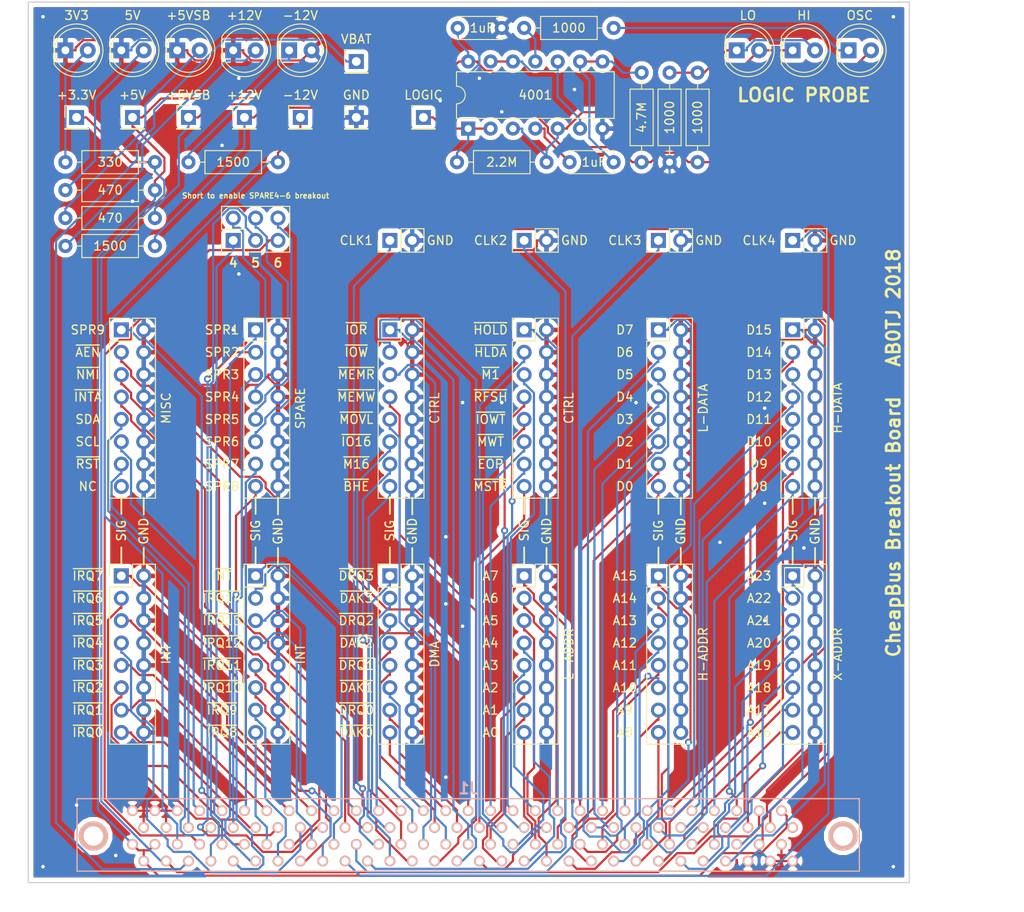
<source format=kicad_pcb>
(kicad_pcb (version 20171130) (host pcbnew "(5.0.1)-3")
  (layers (0 F.Cu signal) (31 B.Cu signal) (34 B.Paste user) (35 F.Paste user) (36 B.SilkS user) (37 F.SilkS user) (38 B.Mask user) (39 F.Mask user) (44 Edge.Cuts user))
  (net 0 "")
  (net 1 GND)
  (net 2 /A23)
  (net 3 /A22)
  (net 4 /A21)
  (net 5 /A20)
  (net 6 /A19)
  (net 7 /A18)
  (net 8 /A17)
  (net 9 /A16)
  (net 10 /A15)
  (net 11 /A14)
  (net 12 /A13)
  (net 13 /A12)
  (net 14 /A11)
  (net 15 /A10)
  (net 16 /A9)
  (net 17 /A8)
  (net 18 /A7)
  (net 19 /A6)
  (net 20 /A5)
  (net 21 /A4)
  (net 22 /A3)
  (net 23 /A2)
  (net 24 /A1)
  (net 25 /A0)
  (net 26 /~IOR)
  (net 27 /~IOW)
  (net 28 /~MEMR)
  (net 29 /~MEMW)
  (net 30 /~MOVL)
  (net 31 /~IO16)
  (net 32 /~M16)
  (net 33 /~BHE)
  (net 34 /CLK1)
  (net 35 /CLK2)
  (net 36 /CLK3)
  (net 37 /CLK4)
  (net 38 /~IRQ14)
  (net 39 /~IRQ13)
  (net 40 /~IRQ12)
  (net 41 /~IRQ11)
  (net 42 /~IRQ10)
  (net 43 /~IRQ9)
  (net 44 /~IRQ8)
  (net 45 /SPR1)
  (net 46 /SPR2)
  (net 47 /SPR3)
  (net 48 /SPR4)
  (net 49 /SPR5)
  (net 50 /SPR6)
  (net 51 /VBAT)
  (net 52 -12V)
  (net 53 +3V3)
  (net 54 +5V)
  (net 55 /+5VSB)
  (net 56 +12V)
  (net 57 /D15)
  (net 58 /D14)
  (net 59 /D13)
  (net 60 /D12)
  (net 61 /D11)
  (net 62 /D10)
  (net 63 /D9)
  (net 64 /D8)
  (net 65 /D7)
  (net 66 /D6)
  (net 67 /D5)
  (net 68 /D4)
  (net 69 /D3)
  (net 70 /D2)
  (net 71 /D1)
  (net 72 /D0)
  (net 73 /~HOLD)
  (net 74 /~HLDA)
  (net 75 /~M1)
  (net 76 /~RFSH)
  (net 77 /~IOWT)
  (net 78 /~MWT)
  (net 79 /~EOP)
  (net 80 /~MASTER)
  (net 81 /~AEN)
  (net 82 /~DRQ0)
  (net 83 /~DACK0)
  (net 84 /~DRQ1)
  (net 85 /~DACK1)
  (net 86 /~DRQ2)
  (net 87 /~DACK2)
  (net 88 /~DRQ3)
  (net 89 /~DACK3)
  (net 90 /~NMI)
  (net 91 /~INT)
  (net 92 /~INTA)
  (net 93 /~IRQ7)
  (net 94 /~IRQ6)
  (net 95 /~IRQ5)
  (net 96 /~IRQ4)
  (net 97 /~IRQ3)
  (net 98 /~IRQ2)
  (net 99 /~IRQ1)
  (net 100 /~IRQ0)
  (net 101 /SPR7)
  (net 102 /SPR8)
  (net 103 /SPR9)
  (net 104 /SDA)
  (net 105 /SCL)
  (net 106 /~RESET)
  (net 107 "Net-(D8-Pad2)")
  (net 108 "Net-(R5-Pad1)")
  (net 109 "Net-(D3-Pad1)")
  (net 110 "Net-(D7-Pad1)")
  (net 111 "Net-(D6-Pad2)")
  (net 112 "Net-(D5-Pad2)")
  (net 113 "Net-(C1-Pad1)")
  (net 114 "Net-(D1-Pad2)")
  (net 115 "Net-(J7-Pad1)")
  (net 116 "Net-(D1-Pad1)")
  (net 117 "Net-(D4-Pad2)")
  (net 118 "Net-(U1-Pad10)")
  (net 119 "Net-(C1-Pad2)")
  (net 120 "Net-(J25-Pad7)")
  (net 121 "Net-(J25-Pad9)")
  (net 122 "Net-(J25-Pad11)")
  (net 123 "Net-(J23-Pad15)")
  (module SamacSys_Parts:JAE_TX24-120R-6ST-H1E (layer B.Cu) (at 74.93 123.698)
    (fp_text reference J1 (at 0 -9.398) (layer B.SilkS) (effects (font (size 1.27 1.27) (thickness 0.254)) (justify mirror)))
    (fp_text value CheapBusTX24-ST hide)
    (pad 1 thru_hole circle (at 36.83 -1.143 270) (size 1.2192 1.2192) (drill 0.8128) (layers *.Cu *.Mask B.SilkS) (net 1 GND))
    (pad 2 thru_hole circle (at 35.56 -3.048 270) (size 1.2192 1.2192) (drill 0.8128) (layers *.Cu *.Mask B.SilkS) (net 1 GND))
    (pad 3 thru_hole circle (at 34.29 -1.143 270) (size 1.2192 1.2192) (drill 0.8128) (layers *.Cu *.Mask B.SilkS) (net 1 GND))
    (pad 4 thru_hole circle (at 33.02 -3.048 270) (size 1.2192 1.2192) (drill 0.8128) (layers *.Cu *.Mask B.SilkS) (net 1 GND))
    (pad 5 thru_hole circle (at 31.75 -1.143 270) (size 1.2192 1.2192) (drill 0.8128) (layers *.Cu *.Mask B.SilkS) (net 1 GND))
    (pad 6 thru_hole circle (at 30.48 -3.048 270) (size 1.2192 1.2192) (drill 0.8128) (layers *.Cu *.Mask B.SilkS) (net 2 /A23))
    (pad 7 thru_hole circle (at 29.21 -1.143 270) (size 1.2192 1.2192) (drill 0.8128) (layers *.Cu *.Mask B.SilkS) (net 3 /A22))
    (pad 8 thru_hole circle (at 27.94 -3.048 270) (size 1.2192 1.2192) (drill 0.8128) (layers *.Cu *.Mask B.SilkS) (net 4 /A21))
    (pad 9 thru_hole circle (at 26.67 -1.143 270) (size 1.2192 1.2192) (drill 0.8128) (layers *.Cu *.Mask B.SilkS) (net 5 /A20))
    (pad 10 thru_hole circle (at 25.4 -3.048 270) (size 1.2192 1.2192) (drill 0.8128) (layers *.Cu *.Mask B.SilkS) (net 6 /A19))
    (pad 11 thru_hole circle (at 24.13 -1.143 270) (size 1.2192 1.2192) (drill 0.8128) (layers *.Cu *.Mask B.SilkS) (net 7 /A18))
    (pad 12 thru_hole circle (at 22.86 -3.048 270) (size 1.2192 1.2192) (drill 0.8128) (layers *.Cu *.Mask B.SilkS) (net 8 /A17))
    (pad 13 thru_hole circle (at 21.59 -1.143 270) (size 1.2192 1.2192) (drill 0.8128) (layers *.Cu *.Mask B.SilkS) (net 9 /A16))
    (pad 14 thru_hole circle (at 20.32 -3.048 270) (size 1.2192 1.2192) (drill 0.8128) (layers *.Cu *.Mask B.SilkS) (net 10 /A15))
    (pad 15 thru_hole circle (at 19.05 -1.143 270) (size 1.2192 1.2192) (drill 0.8128) (layers *.Cu *.Mask B.SilkS) (net 11 /A14))
    (pad 16 thru_hole circle (at 17.78 -3.048 270) (size 1.2192 1.2192) (drill 0.8128) (layers *.Cu *.Mask B.SilkS) (net 12 /A13))
    (pad 17 thru_hole circle (at 16.51 -1.143 270) (size 1.2192 1.2192) (drill 0.8128) (layers *.Cu *.Mask B.SilkS) (net 13 /A12))
    (pad 18 thru_hole circle (at 15.24 -3.048 270) (size 1.2192 1.2192) (drill 0.8128) (layers *.Cu *.Mask B.SilkS) (net 14 /A11))
    (pad 19 thru_hole circle (at 13.97 -1.143 270) (size 1.2192 1.2192) (drill 0.8128) (layers *.Cu *.Mask B.SilkS) (net 15 /A10))
    (pad 20 thru_hole circle (at 12.7 -3.048 270) (size 1.2192 1.2192) (drill 0.8128) (layers *.Cu *.Mask B.SilkS) (net 16 /A9))
    (pad 21 thru_hole circle (at 11.43 -1.143 270) (size 1.2192 1.2192) (drill 0.8128) (layers *.Cu *.Mask B.SilkS) (net 17 /A8))
    (pad 22 thru_hole circle (at 10.16 -3.048 270) (size 1.2192 1.2192) (drill 0.8128) (layers *.Cu *.Mask B.SilkS) (net 18 /A7))
    (pad 23 thru_hole circle (at 8.89 -1.143 270) (size 1.2192 1.2192) (drill 0.8128) (layers *.Cu *.Mask B.SilkS) (net 19 /A6))
    (pad 24 thru_hole circle (at 7.62 -3.048 270) (size 1.2192 1.2192) (drill 0.8128) (layers *.Cu *.Mask B.SilkS) (net 20 /A5))
    (pad 25 thru_hole circle (at 6.35 -1.143 270) (size 1.2192 1.2192) (drill 0.8128) (layers *.Cu *.Mask B.SilkS) (net 21 /A4))
    (pad 26 thru_hole circle (at 5.08 -3.048 270) (size 1.2192 1.2192) (drill 0.8128) (layers *.Cu *.Mask B.SilkS) (net 22 /A3))
    (pad 27 thru_hole circle (at 3.81 -1.143 270) (size 1.2192 1.2192) (drill 0.8128) (layers *.Cu *.Mask B.SilkS) (net 23 /A2))
    (pad 28 thru_hole circle (at 2.54 -3.048 270) (size 1.2192 1.2192) (drill 0.8128) (layers *.Cu *.Mask B.SilkS) (net 24 /A1))
    (pad 29 thru_hole circle (at 1.27 -1.143 270) (size 1.2192 1.2192) (drill 0.8128) (layers *.Cu *.Mask B.SilkS) (net 25 /A0))
    (pad 30 thru_hole circle (at 0 -3.048 270) (size 1.2192 1.2192) (drill 0.8128) (layers *.Cu *.Mask B.SilkS) (net 26 /~IOR))
    (pad 31 thru_hole circle (at -1.27 -1.143 270) (size 1.2192 1.2192) (drill 0.8128) (layers *.Cu *.Mask B.SilkS) (net 27 /~IOW))
    (pad 32 thru_hole circle (at -2.54 -3.048 270) (size 1.2192 1.2192) (drill 0.8128) (layers *.Cu *.Mask B.SilkS) (net 28 /~MEMR))
    (pad 33 thru_hole circle (at -3.81 -1.143 270) (size 1.2192 1.2192) (drill 0.8128) (layers *.Cu *.Mask B.SilkS) (net 29 /~MEMW))
    (pad 34 thru_hole circle (at -5.08 -3.048 270) (size 1.2192 1.2192) (drill 0.8128) (layers *.Cu *.Mask B.SilkS) (net 30 /~MOVL))
    (pad 35 thru_hole circle (at -6.35 -1.143 270) (size 1.2192 1.2192) (drill 0.8128) (layers *.Cu *.Mask B.SilkS) (net 31 /~IO16))
    (pad 36 thru_hole circle (at -7.62 -3.048 270) (size 1.2192 1.2192) (drill 0.8128) (layers *.Cu *.Mask B.SilkS) (net 32 /~M16))
    (pad 37 thru_hole circle (at -8.89 -1.143 270) (size 1.2192 1.2192) (drill 0.8128) (layers *.Cu *.Mask B.SilkS) (net 33 /~BHE))
    (pad 38 thru_hole circle (at -10.16 -3.048 270) (size 1.2192 1.2192) (drill 0.8128) (layers *.Cu *.Mask B.SilkS) (net 34 /CLK1))
    (pad 39 thru_hole circle (at -11.43 -1.143 270) (size 1.2192 1.2192) (drill 0.8128) (layers *.Cu *.Mask B.SilkS) (net 35 /CLK2))
    (pad 40 thru_hole circle (at -12.7 -3.048 270) (size 1.2192 1.2192) (drill 0.8128) (layers *.Cu *.Mask B.SilkS) (net 36 /CLK3))
    (pad 41 thru_hole circle (at -13.97 -1.143 270) (size 1.2192 1.2192) (drill 0.8128) (layers *.Cu *.Mask B.SilkS) (net 37 /CLK4))
    (pad 42 thru_hole circle (at -15.24 -3.048 270) (size 1.2192 1.2192) (drill 0.8128) (layers *.Cu *.Mask B.SilkS) (net 38 /~IRQ14))
    (pad 43 thru_hole circle (at -16.51 -1.143 270) (size 1.2192 1.2192) (drill 0.8128) (layers *.Cu *.Mask B.SilkS) (net 39 /~IRQ13))
    (pad 44 thru_hole circle (at -17.78 -3.048 270) (size 1.2192 1.2192) (drill 0.8128) (layers *.Cu *.Mask B.SilkS) (net 40 /~IRQ12))
    (pad 45 thru_hole circle (at -19.05 -1.143 270) (size 1.2192 1.2192) (drill 0.8128) (layers *.Cu *.Mask B.SilkS) (net 41 /~IRQ11))
    (pad 46 thru_hole circle (at -20.32 -3.048 270) (size 1.2192 1.2192) (drill 0.8128) (layers *.Cu *.Mask B.SilkS) (net 42 /~IRQ10))
    (pad 47 thru_hole circle (at -21.59 -1.143 270) (size 1.2192 1.2192) (drill 0.8128) (layers *.Cu *.Mask B.SilkS) (net 43 /~IRQ9))
    (pad 48 thru_hole circle (at -22.86 -3.048 270) (size 1.2192 1.2192) (drill 0.8128) (layers *.Cu *.Mask B.SilkS) (net 44 /~IRQ8))
    (pad 49 thru_hole circle (at -24.13 -1.143 270) (size 1.2192 1.2192) (drill 0.8128) (layers *.Cu *.Mask B.SilkS) (net 45 /SPR1))
    (pad 50 thru_hole circle (at -25.4 -3.048 270) (size 1.2192 1.2192) (drill 0.8128) (layers *.Cu *.Mask B.SilkS) (net 46 /SPR2))
    (pad 51 thru_hole circle (at -26.67 -1.143 270) (size 1.2192 1.2192) (drill 0.8128) (layers *.Cu *.Mask B.SilkS) (net 47 /SPR3))
    (pad 52 thru_hole circle (at -27.94 -3.048 270) (size 1.2192 1.2192) (drill 0.8128) (layers *.Cu *.Mask B.SilkS) (net 48 /SPR4))
    (pad 53 thru_hole circle (at -29.21 -1.143 270) (size 1.2192 1.2192) (drill 0.8128) (layers *.Cu *.Mask B.SilkS) (net 49 /SPR5))
    (pad 54 thru_hole circle (at -30.48 -3.048 270) (size 1.2192 1.2192) (drill 0.8128) (layers *.Cu *.Mask B.SilkS) (net 50 /SPR6))
    (pad 55 thru_hole circle (at -31.75 -1.143 270) (size 1.2192 1.2192) (drill 0.8128) (layers *.Cu *.Mask B.SilkS) (net 51 /VBAT))
    (pad 56 thru_hole circle (at -33.02 -3.048 270) (size 1.2192 1.2192) (drill 0.8128) (layers *.Cu *.Mask B.SilkS) (net 52 -12V))
    (pad 57 thru_hole circle (at -34.29 -1.143 270) (size 1.2192 1.2192) (drill 0.8128) (layers *.Cu *.Mask B.SilkS) (net 53 +3V3))
    (pad 58 thru_hole circle (at -35.56 -3.048 270) (size 1.2192 1.2192) (drill 0.8128) (layers *.Cu *.Mask B.SilkS) (net 54 +5V))
    (pad 59 thru_hole circle (at -36.83 -1.143 270) (size 1.2192 1.2192) (drill 0.8128) (layers *.Cu *.Mask B.SilkS) (net 54 +5V))
    (pad 60 thru_hole circle (at -38.1 -3.048 270) (size 1.2192 1.2192) (drill 0.8128) (layers *.Cu *.Mask B.SilkS) (net 54 +5V))
    (pad 61 thru_hole circle (at 36.83 -4.953 270) (size 1.2192 1.2192) (drill 0.8128) (layers *.Cu *.Mask B.SilkS) (net 54 +5V))
    (pad 62 thru_hole circle (at 35.56 -6.858 270) (size 1.2192 1.2192) (drill 0.8128) (layers *.Cu *.Mask B.SilkS) (net 54 +5V))
    (pad 63 thru_hole circle (at 34.29 -4.953 270) (size 1.2192 1.2192) (drill 0.8128) (layers *.Cu *.Mask B.SilkS) (net 55 /+5VSB))
    (pad 64 thru_hole circle (at 33.02 -6.858 270) (size 1.2192 1.2192) (drill 0.8128) (layers *.Cu *.Mask B.SilkS) (net 53 +3V3))
    (pad 65 thru_hole circle (at 31.75 -4.953 270) (size 1.2192 1.2192) (drill 0.8128) (layers *.Cu *.Mask B.SilkS) (net 56 +12V))
    (pad 66 thru_hole circle (at 30.48 -6.858 270) (size 1.2192 1.2192) (drill 0.8128) (layers *.Cu *.Mask B.SilkS) (net 57 /D15))
    (pad 67 thru_hole circle (at 29.21 -4.953 270) (size 1.2192 1.2192) (drill 0.8128) (layers *.Cu *.Mask B.SilkS) (net 58 /D14))
    (pad 68 thru_hole circle (at 27.94 -6.858 270) (size 1.2192 1.2192) (drill 0.8128) (layers *.Cu *.Mask B.SilkS) (net 59 /D13))
    (pad 69 thru_hole circle (at 26.67 -4.953 270) (size 1.2192 1.2192) (drill 0.8128) (layers *.Cu *.Mask B.SilkS) (net 60 /D12))
    (pad 70 thru_hole circle (at 25.4 -6.858 270) (size 1.2192 1.2192) (drill 0.8128) (layers *.Cu *.Mask B.SilkS) (net 61 /D11))
    (pad 71 thru_hole circle (at 24.13 -4.953 270) (size 1.2192 1.2192) (drill 0.8128) (layers *.Cu *.Mask B.SilkS) (net 62 /D10))
    (pad 72 thru_hole circle (at 22.86 -6.858 270) (size 1.2192 1.2192) (drill 0.8128) (layers *.Cu *.Mask B.SilkS) (net 63 /D9))
    (pad 73 thru_hole circle (at 21.59 -4.953 270) (size 1.2192 1.2192) (drill 0.8128) (layers *.Cu *.Mask B.SilkS) (net 64 /D8))
    (pad 74 thru_hole circle (at 20.32 -6.858 270) (size 1.2192 1.2192) (drill 0.8128) (layers *.Cu *.Mask B.SilkS) (net 65 /D7))
    (pad 75 thru_hole circle (at 19.05 -4.953 270) (size 1.2192 1.2192) (drill 0.8128) (layers *.Cu *.Mask B.SilkS) (net 66 /D6))
    (pad 76 thru_hole circle (at 17.78 -6.858 270) (size 1.2192 1.2192) (drill 0.8128) (layers *.Cu *.Mask B.SilkS) (net 67 /D5))
    (pad 77 thru_hole circle (at 16.51 -4.953 270) (size 1.2192 1.2192) (drill 0.8128) (layers *.Cu *.Mask B.SilkS) (net 68 /D4))
    (pad 78 thru_hole circle (at 15.24 -6.858 270) (size 1.2192 1.2192) (drill 0.8128) (layers *.Cu *.Mask B.SilkS) (net 69 /D3))
    (pad 79 thru_hole circle (at 13.97 -4.953 270) (size 1.2192 1.2192) (drill 0.8128) (layers *.Cu *.Mask B.SilkS) (net 70 /D2))
    (pad 80 thru_hole circle (at 12.7 -6.858 270) (size 1.2192 1.2192) (drill 0.8128) (layers *.Cu *.Mask B.SilkS) (net 71 /D1))
    (pad 81 thru_hole circle (at 11.43 -4.953 270) (size 1.2192 1.2192) (drill 0.8128) (layers *.Cu *.Mask B.SilkS) (net 72 /D0))
    (pad 82 thru_hole circle (at 10.16 -6.858 270) (size 1.2192 1.2192) (drill 0.8128) (layers *.Cu *.Mask B.SilkS) (net 73 /~HOLD))
    (pad 83 thru_hole circle (at 8.89 -4.953 270) (size 1.2192 1.2192) (drill 0.8128) (layers *.Cu *.Mask B.SilkS) (net 74 /~HLDA))
    (pad 84 thru_hole circle (at 7.62 -6.858 270) (size 1.2192 1.2192) (drill 0.8128) (layers *.Cu *.Mask B.SilkS) (net 75 /~M1))
    (pad 85 thru_hole circle (at 6.35 -4.953 270) (size 1.2192 1.2192) (drill 0.8128) (layers *.Cu *.Mask B.SilkS) (net 76 /~RFSH))
    (pad 86 thru_hole circle (at 5.08 -6.858 270) (size 1.2192 1.2192) (drill 0.8128) (layers *.Cu *.Mask B.SilkS) (net 77 /~IOWT))
    (pad 87 thru_hole circle (at 3.81 -4.953 270) (size 1.2192 1.2192) (drill 0.8128) (layers *.Cu *.Mask B.SilkS) (net 78 /~MWT))
    (pad 88 thru_hole circle (at 2.54 -6.858 270) (size 1.2192 1.2192) (drill 0.8128) (layers *.Cu *.Mask B.SilkS) (net 79 /~EOP))
    (pad 89 thru_hole circle (at 1.27 -4.953 270) (size 1.2192 1.2192) (drill 0.8128) (layers *.Cu *.Mask B.SilkS) (net 80 /~MASTER))
    (pad 90 thru_hole circle (at 0 -6.858 270) (size 1.2192 1.2192) (drill 0.8128) (layers *.Cu *.Mask B.SilkS) (net 81 /~AEN))
    (pad 91 thru_hole circle (at -1.27 -4.953 270) (size 1.2192 1.2192) (drill 0.8128) (layers *.Cu *.Mask B.SilkS) (net 82 /~DRQ0))
    (pad 92 thru_hole circle (at -2.54 -6.858 270) (size 1.2192 1.2192) (drill 0.8128) (layers *.Cu *.Mask B.SilkS) (net 83 /~DACK0))
    (pad 93 thru_hole circle (at -3.81 -4.953 270) (size 1.2192 1.2192) (drill 0.8128) (layers *.Cu *.Mask B.SilkS) (net 84 /~DRQ1))
    (pad 94 thru_hole circle (at -5.08 -6.858 270) (size 1.2192 1.2192) (drill 0.8128) (layers *.Cu *.Mask B.SilkS) (net 85 /~DACK1))
    (pad 95 thru_hole circle (at -6.35 -4.953 270) (size 1.2192 1.2192) (drill 0.8128) (layers *.Cu *.Mask B.SilkS) (net 86 /~DRQ2))
    (pad 96 thru_hole circle (at -7.62 -6.858 270) (size 1.2192 1.2192) (drill 0.8128) (layers *.Cu *.Mask B.SilkS) (net 87 /~DACK2))
    (pad 97 thru_hole circle (at -8.89 -4.953 270) (size 1.2192 1.2192) (drill 0.8128) (layers *.Cu *.Mask B.SilkS) (net 88 /~DRQ3))
    (pad 98 thru_hole circle (at -10.16 -6.858 270) (size 1.2192 1.2192) (drill 0.8128) (layers *.Cu *.Mask B.SilkS) (net 89 /~DACK3))
    (pad 99 thru_hole circle (at -11.43 -4.953 270) (size 1.2192 1.2192) (drill 0.8128) (layers *.Cu *.Mask B.SilkS) (net 90 /~NMI))
    (pad 100 thru_hole circle (at -12.7 -6.858 270) (size 1.2192 1.2192) (drill 0.8128) (layers *.Cu *.Mask B.SilkS) (net 91 /~INT))
    (pad 101 thru_hole circle (at -13.97 -4.953 270) (size 1.2192 1.2192) (drill 0.8128) (layers *.Cu *.Mask B.SilkS) (net 92 /~INTA))
    (pad 102 thru_hole circle (at -15.24 -6.858 270) (size 1.2192 1.2192) (drill 0.8128) (layers *.Cu *.Mask B.SilkS) (net 93 /~IRQ7))
    (pad 103 thru_hole circle (at -16.51 -4.953 270) (size 1.2192 1.2192) (drill 0.8128) (layers *.Cu *.Mask B.SilkS) (net 94 /~IRQ6))
    (pad 104 thru_hole circle (at -17.78 -6.858 270) (size 1.2192 1.2192) (drill 0.8128) (layers *.Cu *.Mask B.SilkS) (net 95 /~IRQ5))
    (pad 105 thru_hole circle (at -19.05 -4.953 270) (size 1.2192 1.2192) (drill 0.8128) (layers *.Cu *.Mask B.SilkS) (net 96 /~IRQ4))
    (pad 106 thru_hole circle (at -20.32 -6.858 270) (size 1.2192 1.2192) (drill 0.8128) (layers *.Cu *.Mask B.SilkS) (net 97 /~IRQ3))
    (pad 107 thru_hole circle (at -21.59 -4.953 270) (size 1.2192 1.2192) (drill 0.8128) (layers *.Cu *.Mask B.SilkS) (net 98 /~IRQ2))
    (pad 108 thru_hole circle (at -22.86 -6.858 270) (size 1.2192 1.2192) (drill 0.8128) (layers *.Cu *.Mask B.SilkS) (net 99 /~IRQ1))
    (pad 109 thru_hole circle (at -24.13 -4.953 270) (size 1.2192 1.2192) (drill 0.8128) (layers *.Cu *.Mask B.SilkS) (net 100 /~IRQ0))
    (pad 110 thru_hole circle (at -25.4 -6.858 270) (size 1.2192 1.2192) (drill 0.8128) (layers *.Cu *.Mask B.SilkS) (net 101 /SPR7))
    (pad 111 thru_hole circle (at -26.67 -4.953 270) (size 1.2192 1.2192) (drill 0.8128) (layers *.Cu *.Mask B.SilkS) (net 102 /SPR8))
    (pad 112 thru_hole circle (at -27.94 -6.858 270) (size 1.2192 1.2192) (drill 0.8128) (layers *.Cu *.Mask B.SilkS) (net 103 /SPR9))
    (pad 113 thru_hole circle (at -29.21 -4.953 270) (size 1.2192 1.2192) (drill 0.8128) (layers *.Cu *.Mask B.SilkS) (net 104 /SDA))
    (pad 114 thru_hole circle (at -30.48 -6.858 270) (size 1.2192 1.2192) (drill 0.8128) (layers *.Cu *.Mask B.SilkS) (net 105 /SCL))
    (pad 115 thru_hole circle (at -31.75 -4.953 270) (size 1.2192 1.2192) (drill 0.8128) (layers *.Cu *.Mask B.SilkS) (net 106 /~RESET))
    (pad 116 thru_hole circle (at -33.02 -6.858 270) (size 1.2192 1.2192) (drill 0.8128) (layers *.Cu *.Mask B.SilkS) (net 1 GND))
    (pad 117 thru_hole circle (at -34.29 -4.953 270) (size 1.2192 1.2192) (drill 0.8128) (layers *.Cu *.Mask B.SilkS) (net 1 GND))
    (pad 118 thru_hole circle (at -35.56 -6.858 270) (size 1.2192 1.2192) (drill 0.8128) (layers *.Cu *.Mask B.SilkS) (net 1 GND))
    (pad 119 thru_hole circle (at -36.83 -4.953 270) (size 1.2192 1.2192) (drill 0.8128) (layers *.Cu *.Mask B.SilkS) (net 1 GND))
    (pad 120 thru_hole circle (at -38.1 -6.858 270) (size 1.2192 1.2192) (drill 0.8128) (layers *.Cu *.Mask B.SilkS) (net 1 GND))
    (pad 121 thru_hole circle (at -42.545 -3.9878 270) (size 3.3147 3.3147) (drill 2.2098) (layers *.Cu *.Mask B.SilkS))
    (pad 122 thru_hole circle (at 42.545 -3.9878 270) (size 3.3147 3.3147) (drill 2.2098) (layers *.Cu *.Mask B.SilkS))
  )
  (module Pin_Headers:Pin_Header_Straight_1x01_Pitch2.54mm (layer F.Cu) (at 43.18 38.1)
    (fp_text reference J26)
    (fp_text value +5VSB (at 0 -2.54) (layer F.SilkS))
    (pad 1 thru_hole rect (at 0 0) (size 1.7 1.7) (drill 1) (layers *.Cu *.Mask) (net 55 /+5VSB))
  )
  (module Capacitors_THT:C_Disc_D5.0mm_W2.5mm_P5.00mm (layer F.Cu) (at 91.44 43.18 180)
    (fp_text reference C1)
    (fp_text value .1uF (at 2.5 0 180) (layer F.SilkS))
    (pad 1 thru_hole circle (at 0 0 180) (size 1.6 1.6) (drill 0.8) (layers *.Cu *.Mask) (net 113 "Net-(C1-Pad1)"))
    (pad 2 thru_hole circle (at 5 0 180) (size 1.6 1.6) (drill 0.8) (layers *.Cu *.Mask) (net 119 "Net-(C1-Pad2)"))
  )
  (module Capacitors_THT:C_Disc_D5.0mm_W2.5mm_P5.00mm (layer F.Cu) (at 73.74 27.94)
    (fp_text reference C2)
    (fp_text value .1uF (at 2.5 0) (layer F.SilkS))
    (pad 2 thru_hole circle (at 5 0) (size 1.6 1.6) (drill 0.8) (layers *.Cu *.Mask) (net 1 GND))
    (pad 1 thru_hole circle (at 0 0) (size 1.6 1.6) (drill 0.8) (layers *.Cu *.Mask) (net 54 +5V))
  )
  (module Housings_DIP:DIP-14_W7.62mm (layer F.Cu) (at 74.93 39.37 90)
    (fp_text reference U1)
    (fp_text value 4001 (at 3.81 7.62 180) (layer F.SilkS))
    (pad 14 thru_hole oval (at 7.62 0 90) (size 1.6 1.6) (drill 0.8) (layers *.Cu *.Mask) (net 54 +5V))
    (pad 7 thru_hole oval (at 0 15.24 90) (size 1.6 1.6) (drill 0.8) (layers *.Cu *.Mask) (net 1 GND))
    (pad 13 thru_hole oval (at 7.62 2.54 90) (size 1.6 1.6) (drill 0.8) (layers *.Cu *.Mask) (net 118 "Net-(U1-Pad10)"))
    (pad 6 thru_hole oval (at 0 12.7 90) (size 1.6 1.6) (drill 0.8) (layers *.Cu *.Mask) (net 118 "Net-(U1-Pad10)"))
    (pad 12 thru_hole oval (at 7.62 5.08 90) (size 1.6 1.6) (drill 0.8) (layers *.Cu *.Mask) (net 118 "Net-(U1-Pad10)"))
    (pad 5 thru_hole oval (at 0 10.16 90) (size 1.6 1.6) (drill 0.8) (layers *.Cu *.Mask) (net 116 "Net-(D1-Pad1)"))
    (pad 11 thru_hole oval (at 7.62 7.62 90) (size 1.6 1.6) (drill 0.8) (layers *.Cu *.Mask) (net 108 "Net-(R5-Pad1)"))
    (pad 4 thru_hole oval (at 0 7.62 90) (size 1.6 1.6) (drill 0.8) (layers *.Cu *.Mask) (net 119 "Net-(C1-Pad2)"))
    (pad 10 thru_hole oval (at 7.62 10.16 90) (size 1.6 1.6) (drill 0.8) (layers *.Cu *.Mask) (net 118 "Net-(U1-Pad10)"))
    (pad 3 thru_hole oval (at 0 5.08 90) (size 1.6 1.6) (drill 0.8) (layers *.Cu *.Mask) (net 116 "Net-(D1-Pad1)"))
    (pad 9 thru_hole oval (at 7.62 12.7 90) (size 1.6 1.6) (drill 0.8) (layers *.Cu *.Mask) (net 113 "Net-(C1-Pad1)"))
    (pad 2 thru_hole oval (at 0 2.54 90) (size 1.6 1.6) (drill 0.8) (layers *.Cu *.Mask) (net 115 "Net-(J7-Pad1)"))
    (pad 8 thru_hole oval (at 7.62 15.24 90) (size 1.6 1.6) (drill 0.8) (layers *.Cu *.Mask) (net 113 "Net-(C1-Pad1)"))
    (pad 1 thru_hole rect (at 0 0 90) (size 1.6 1.6) (drill 0.8) (layers *.Cu *.Mask) (net 115 "Net-(J7-Pad1)"))
  )
  (module LEDs:LED_D5.0mm (layer F.Cu) (at 54.61 30.48)
    (fp_text reference D7)
    (fp_text value -12V (at 1.27 -3.96) (layer F.SilkS))
    (pad 1 thru_hole rect (at 0 0) (size 1.8 1.8) (drill 0.9) (layers *.Cu *.Mask) (net 110 "Net-(D7-Pad1)"))
    (pad 2 thru_hole circle (at 2.54 0) (size 1.8 1.8) (drill 0.9) (layers *.Cu *.Mask) (net 1 GND))
  )
  (module LEDs:LED_D5.0mm (layer F.Cu) (at 35.56 30.48)
    (fp_text reference D6)
    (fp_text value 5V (at 1.27 -3.96) (layer F.SilkS))
    (pad 2 thru_hole circle (at 2.54 0) (size 1.8 1.8) (drill 0.9) (layers *.Cu *.Mask) (net 111 "Net-(D6-Pad2)"))
    (pad 1 thru_hole rect (at 0 0) (size 1.8 1.8) (drill 0.9) (layers *.Cu *.Mask) (net 1 GND))
  )
  (module LEDs:LED_D5.0mm (layer F.Cu) (at 48.26 30.48)
    (fp_text reference D5)
    (fp_text value +12V (at 1.27 -3.96) (layer F.SilkS))
    (pad 1 thru_hole rect (at 0 0) (size 1.8 1.8) (drill 0.9) (layers *.Cu *.Mask) (net 1 GND))
    (pad 2 thru_hole circle (at 2.54 0) (size 1.8 1.8) (drill 0.9) (layers *.Cu *.Mask) (net 112 "Net-(D5-Pad2)"))
  )
  (module LEDs:LED_D5.0mm (layer F.Cu) (at 29.21 30.48)
    (fp_text reference D4)
    (fp_text value 3V3 (at 1.27 -3.96) (layer F.SilkS))
    (pad 2 thru_hole circle (at 2.54 0) (size 1.8 1.8) (drill 0.9) (layers *.Cu *.Mask) (net 117 "Net-(D4-Pad2)"))
    (pad 1 thru_hole rect (at 0 0) (size 1.8 1.8) (drill 0.9) (layers *.Cu *.Mask) (net 1 GND))
  )
  (module LEDs:LED_D5.0mm (layer F.Cu) (at 118.11 30.48)
    (fp_text reference D3)
    (fp_text value OSC (at 1.27 -3.96) (layer F.SilkS))
    (pad 1 thru_hole rect (at 0 0) (size 1.8 1.8) (drill 0.9) (layers *.Cu *.Mask) (net 109 "Net-(D3-Pad1)"))
    (pad 2 thru_hole circle (at 2.54 0) (size 1.8 1.8) (drill 0.9) (layers *.Cu *.Mask) (net 54 +5V))
  )
  (module LEDs:LED_D5.0mm (layer F.Cu) (at 105.41 30.48)
    (fp_text reference D2)
    (fp_text value LO (at 1.27 -3.96) (layer F.SilkS))
    (pad 2 thru_hole circle (at 2.54 0) (size 1.8 1.8) (drill 0.9) (layers *.Cu *.Mask) (net 116 "Net-(D1-Pad1)"))
    (pad 1 thru_hole rect (at 0 0) (size 1.8 1.8) (drill 0.9) (layers *.Cu *.Mask) (net 114 "Net-(D1-Pad2)"))
  )
  (module LEDs:LED_D5.0mm (layer F.Cu) (at 111.76 30.48)
    (fp_text reference D1)
    (fp_text value HI (at 1.27 -3.96) (layer F.SilkS))
    (pad 1 thru_hole rect (at 0 0) (size 1.8 1.8) (drill 0.9) (layers *.Cu *.Mask) (net 116 "Net-(D1-Pad1)"))
    (pad 2 thru_hole circle (at 2.54 0) (size 1.8 1.8) (drill 0.9) (layers *.Cu *.Mask) (net 114 "Net-(D1-Pad2)"))
  )
  (module LEDs:LED_D5.0mm (layer F.Cu) (at 41.91 30.48)
    (fp_text reference D8)
    (fp_text value +5VSB (at 1.27 -3.96) (layer F.SilkS))
    (pad 2 thru_hole circle (at 2.54 0) (size 1.8 1.8) (drill 0.9) (layers *.Cu *.Mask) (net 107 "Net-(D8-Pad2)"))
    (pad 1 thru_hole rect (at 0 0) (size 1.8 1.8) (drill 0.9) (layers *.Cu *.Mask) (net 1 GND))
  )
  (module Pin_Headers:Pin_Header_Straight_1x01_Pitch2.54mm (layer F.Cu) (at 62.23 31.75)
    (fp_text reference J15)
    (fp_text value VBAT (at 0 -2.54) (layer F.SilkS))
    (pad 1 thru_hole rect (at 0 0) (size 1.7 1.7) (drill 1) (layers *.Cu *.Mask) (net 51 /VBAT))
  )
  (module Pin_Headers:Pin_Header_Straight_1x01_Pitch2.54mm (layer F.Cu) (at 69.85 38.1)
    (fp_text reference J7)
    (fp_text value LOGIC (at 0 -2.54) (layer F.SilkS))
    (pad 1 thru_hole rect (at 0 0) (size 1.7 1.7) (drill 1) (layers *.Cu *.Mask) (net 115 "Net-(J7-Pad1)"))
  )
  (module Pin_Headers:Pin_Header_Straight_1x01_Pitch2.54mm (layer F.Cu) (at 49.53 38.1)
    (fp_text reference J8)
    (fp_text value +12V (at 0 -2.54) (layer F.SilkS))
    (pad 1 thru_hole rect (at 0 0) (size 1.7 1.7) (drill 1) (layers *.Cu *.Mask) (net 56 +12V))
  )
  (module Pin_Headers:Pin_Header_Straight_1x01_Pitch2.54mm (layer F.Cu) (at 30.48 38.1)
    (fp_text reference J9)
    (fp_text value +3.3V (at 0 -2.54) (layer F.SilkS))
    (pad 1 thru_hole rect (at 0 0) (size 1.7 1.7) (drill 1) (layers *.Cu *.Mask) (net 53 +3V3))
  )
  (module Pin_Headers:Pin_Header_Straight_1x01_Pitch2.54mm (layer F.Cu) (at 55.88 38.1)
    (fp_text reference J10)
    (fp_text value -12V (at 0 -2.54) (layer F.SilkS))
    (pad 1 thru_hole rect (at 0 0) (size 1.7 1.7) (drill 1) (layers *.Cu *.Mask) (net 52 -12V))
  )
  (module Pin_Headers:Pin_Header_Straight_1x01_Pitch2.54mm (layer F.Cu) (at 36.83 38.1)
    (fp_text reference J14)
    (fp_text value +5V (at 0 -2.54) (layer F.SilkS))
    (pad 1 thru_hole rect (at 0 0) (size 1.7 1.7) (drill 1) (layers *.Cu *.Mask) (net 54 +5V))
  )
  (module Pin_Headers:Pin_Header_Straight_1x01_Pitch2.54mm (layer F.Cu) (at 62.23 38.1)
    (fp_text reference J2)
    (fp_text value GND (at 0 -2.54) (layer F.SilkS))
    (pad 1 thru_hole rect (at 0 0) (size 1.7 1.7) (drill 1) (layers *.Cu *.Mask) (net 1 GND))
  )
  (module Pin_Headers:Pin_Header_Straight_1x02_Pitch2.54mm (layer F.Cu) (at 111.76 52.07 90)
    (fp_text reference J21)
    (fp_text value CLK4 (at 0 -3.81 180) (layer F.SilkS))
    (pad 1 thru_hole rect (at 0 0 90) (size 1.7 1.7) (drill 1) (layers *.Cu *.Mask) (net 37 /CLK4))
    (pad 2 thru_hole oval (at 0 2.54 90) (size 1.7 1.7) (drill 1) (layers *.Cu *.Mask) (net 1 GND))
  )
  (module Pin_Headers:Pin_Header_Straight_1x02_Pitch2.54mm (layer F.Cu) (at 96.52 52.07 90)
    (fp_text reference J18)
    (fp_text value CLK3 (at 0 -3.81 180) (layer F.SilkS))
    (pad 2 thru_hole oval (at 0 2.54 90) (size 1.7 1.7) (drill 1) (layers *.Cu *.Mask) (net 1 GND))
    (pad 1 thru_hole rect (at 0 0 90) (size 1.7 1.7) (drill 1) (layers *.Cu *.Mask) (net 36 /CLK3))
  )
  (module Pin_Headers:Pin_Header_Straight_1x02_Pitch2.54mm (layer F.Cu) (at 66.04 52.07 90)
    (fp_text reference J5)
    (fp_text value CLK1 (at 0 -3.81 180) (layer F.SilkS))
    (pad 1 thru_hole rect (at 0 0 90) (size 1.7 1.7) (drill 1) (layers *.Cu *.Mask) (net 34 /CLK1))
    (pad 2 thru_hole oval (at 0 2.54 90) (size 1.7 1.7) (drill 1) (layers *.Cu *.Mask) (net 1 GND))
  )
  (module Pin_Headers:Pin_Header_Straight_1x02_Pitch2.54mm (layer F.Cu) (at 81.28 52.07 90)
    (fp_text reference J13)
    (fp_text value CLK2 (at 0 -3.81 180) (layer F.SilkS))
    (pad 2 thru_hole oval (at 0 2.54 90) (size 1.7 1.7) (drill 1) (layers *.Cu *.Mask) (net 1 GND))
    (pad 1 thru_hole rect (at 0 0 90) (size 1.7 1.7) (drill 1) (layers *.Cu *.Mask) (net 35 /CLK2))
  )
  (module Pin_Headers:Pin_Header_Straight_2x03_Pitch2.54mm (layer F.Cu) (at 48.26 52.07 90)
    (fp_text reference J6)
    (fp_text value SPR)
    (pad 6 thru_hole oval (at 2.54 5.08 90) (size 1.7 1.7) (drill 1) (layers *.Cu *.Mask) (net 122 "Net-(J25-Pad11)"))
    (pad 5 thru_hole oval (at 0 5.08 90) (size 1.7 1.7) (drill 1) (layers *.Cu *.Mask) (net 50 /SPR6))
    (pad 4 thru_hole oval (at 2.54 2.54 90) (size 1.7 1.7) (drill 1) (layers *.Cu *.Mask) (net 121 "Net-(J25-Pad9)"))
    (pad 3 thru_hole oval (at 0 2.54 90) (size 1.7 1.7) (drill 1) (layers *.Cu *.Mask) (net 49 /SPR5))
    (pad 2 thru_hole oval (at 2.54 0 90) (size 1.7 1.7) (drill 1) (layers *.Cu *.Mask) (net 120 "Net-(J25-Pad7)"))
    (pad 1 thru_hole rect (at 0 0 90) (size 1.7 1.7) (drill 1) (layers *.Cu *.Mask) (net 48 /SPR4))
  )
  (module Pin_Headers:Pin_Header_Straight_2x08_Pitch2.54mm (layer F.Cu) (at 35.56 62.23)
    (fp_text reference J23)
    (fp_text value MISC (at 5.08 8.89 90) (layer F.SilkS))
    (pad 1 thru_hole rect (at 0 0) (size 1.7 1.7) (drill 1) (layers *.Cu *.Mask) (net 103 /SPR9))
    (pad 2 thru_hole oval (at 2.54 0) (size 1.7 1.7) (drill 1) (layers *.Cu *.Mask) (net 1 GND))
    (pad 3 thru_hole oval (at 0 2.54) (size 1.7 1.7) (drill 1) (layers *.Cu *.Mask) (net 81 /~AEN))
    (pad 4 thru_hole oval (at 2.54 2.54) (size 1.7 1.7) (drill 1) (layers *.Cu *.Mask) (net 1 GND))
    (pad 5 thru_hole oval (at 0 5.08) (size 1.7 1.7) (drill 1) (layers *.Cu *.Mask) (net 90 /~NMI))
    (pad 6 thru_hole oval (at 2.54 5.08) (size 1.7 1.7) (drill 1) (layers *.Cu *.Mask) (net 1 GND))
    (pad 7 thru_hole oval (at 0 7.62) (size 1.7 1.7) (drill 1) (layers *.Cu *.Mask) (net 92 /~INTA))
    (pad 8 thru_hole oval (at 2.54 7.62) (size 1.7 1.7) (drill 1) (layers *.Cu *.Mask) (net 1 GND))
    (pad 9 thru_hole oval (at 0 10.16) (size 1.7 1.7) (drill 1) (layers *.Cu *.Mask) (net 104 /SDA))
    (pad 10 thru_hole oval (at 2.54 10.16) (size 1.7 1.7) (drill 1) (layers *.Cu *.Mask) (net 1 GND))
    (pad 11 thru_hole oval (at 0 12.7) (size 1.7 1.7) (drill 1) (layers *.Cu *.Mask) (net 105 /SCL))
    (pad 12 thru_hole oval (at 2.54 12.7) (size 1.7 1.7) (drill 1) (layers *.Cu *.Mask) (net 1 GND))
    (pad 13 thru_hole oval (at 0 15.24) (size 1.7 1.7) (drill 1) (layers *.Cu *.Mask) (net 106 /~RESET))
    (pad 14 thru_hole oval (at 2.54 15.24) (size 1.7 1.7) (drill 1) (layers *.Cu *.Mask) (net 1 GND))
    (pad 15 thru_hole oval (at 0 17.78) (size 1.7 1.7) (drill 1) (layers *.Cu *.Mask) (net 123 "Net-(J23-Pad15)"))
    (pad 16 thru_hole oval (at 2.54 17.78) (size 1.7 1.7) (drill 1) (layers *.Cu *.Mask) (net 1 GND))
  )
  (module Pin_Headers:Pin_Header_Straight_2x08_Pitch2.54mm (layer F.Cu) (at 81.28 90.17)
    (fp_text reference J16)
    (fp_text value L-ADDR (at 5.08 8.89 90) (layer F.SilkS))
    (pad 16 thru_hole oval (at 2.54 17.78) (size 1.7 1.7) (drill 1) (layers *.Cu *.Mask) (net 1 GND))
    (pad 15 thru_hole oval (at 0 17.78) (size 1.7 1.7) (drill 1) (layers *.Cu *.Mask) (net 25 /A0))
    (pad 14 thru_hole oval (at 2.54 15.24) (size 1.7 1.7) (drill 1) (layers *.Cu *.Mask) (net 1 GND))
    (pad 13 thru_hole oval (at 0 15.24) (size 1.7 1.7) (drill 1) (layers *.Cu *.Mask) (net 24 /A1))
    (pad 12 thru_hole oval (at 2.54 12.7) (size 1.7 1.7) (drill 1) (layers *.Cu *.Mask) (net 1 GND))
    (pad 11 thru_hole oval (at 0 12.7) (size 1.7 1.7) (drill 1) (layers *.Cu *.Mask) (net 23 /A2))
    (pad 10 thru_hole oval (at 2.54 10.16) (size 1.7 1.7) (drill 1) (layers *.Cu *.Mask) (net 1 GND))
    (pad 9 thru_hole oval (at 0 10.16) (size 1.7 1.7) (drill 1) (layers *.Cu *.Mask) (net 22 /A3))
    (pad 8 thru_hole oval (at 2.54 7.62) (size 1.7 1.7) (drill 1) (layers *.Cu *.Mask) (net 1 GND))
    (pad 7 thru_hole oval (at 0 7.62) (size 1.7 1.7) (drill 1) (layers *.Cu *.Mask) (net 21 /A4))
    (pad 6 thru_hole oval (at 2.54 5.08) (size 1.7 1.7) (drill 1) (layers *.Cu *.Mask) (net 1 GND))
    (pad 5 thru_hole oval (at 0 5.08) (size 1.7 1.7) (drill 1) (layers *.Cu *.Mask) (net 20 /A5))
    (pad 4 thru_hole oval (at 2.54 2.54) (size 1.7 1.7) (drill 1) (layers *.Cu *.Mask) (net 1 GND))
    (pad 3 thru_hole oval (at 0 2.54) (size 1.7 1.7) (drill 1) (layers *.Cu *.Mask) (net 19 /A6))
    (pad 2 thru_hole oval (at 2.54 0) (size 1.7 1.7) (drill 1) (layers *.Cu *.Mask) (net 1 GND))
    (pad 1 thru_hole rect (at 0 0) (size 1.7 1.7) (drill 1) (layers *.Cu *.Mask) (net 18 /A7))
  )
  (module Pin_Headers:Pin_Header_Straight_2x08_Pitch2.54mm (layer F.Cu) (at 50.8 90.17)
    (fp_text reference J17)
    (fp_text value INT (at 5.08 8.89 90) (layer F.SilkS))
    (pad 1 thru_hole rect (at 0 0) (size 1.7 1.7) (drill 1) (layers *.Cu *.Mask) (net 91 /~INT))
    (pad 2 thru_hole oval (at 2.54 0) (size 1.7 1.7) (drill 1) (layers *.Cu *.Mask) (net 1 GND))
    (pad 3 thru_hole oval (at 0 2.54) (size 1.7 1.7) (drill 1) (layers *.Cu *.Mask) (net 38 /~IRQ14))
    (pad 4 thru_hole oval (at 2.54 2.54) (size 1.7 1.7) (drill 1) (layers *.Cu *.Mask) (net 1 GND))
    (pad 5 thru_hole oval (at 0 5.08) (size 1.7 1.7) (drill 1) (layers *.Cu *.Mask) (net 39 /~IRQ13))
    (pad 6 thru_hole oval (at 2.54 5.08) (size 1.7 1.7) (drill 1) (layers *.Cu *.Mask) (net 1 GND))
    (pad 7 thru_hole oval (at 0 7.62) (size 1.7 1.7) (drill 1) (layers *.Cu *.Mask) (net 40 /~IRQ12))
    (pad 8 thru_hole oval (at 2.54 7.62) (size 1.7 1.7) (drill 1) (layers *.Cu *.Mask) (net 1 GND))
    (pad 9 thru_hole oval (at 0 10.16) (size 1.7 1.7) (drill 1) (layers *.Cu *.Mask) (net 41 /~IRQ11))
    (pad 10 thru_hole oval (at 2.54 10.16) (size 1.7 1.7) (drill 1) (layers *.Cu *.Mask) (net 1 GND))
    (pad 11 thru_hole oval (at 0 12.7) (size 1.7 1.7) (drill 1) (layers *.Cu *.Mask) (net 42 /~IRQ10))
    (pad 12 thru_hole oval (at 2.54 12.7) (size 1.7 1.7) (drill 1) (layers *.Cu *.Mask) (net 1 GND))
    (pad 13 thru_hole oval (at 0 15.24) (size 1.7 1.7) (drill 1) (layers *.Cu *.Mask) (net 43 /~IRQ9))
    (pad 14 thru_hole oval (at 2.54 15.24) (size 1.7 1.7) (drill 1) (layers *.Cu *.Mask) (net 1 GND))
    (pad 15 thru_hole oval (at 0 17.78) (size 1.7 1.7) (drill 1) (layers *.Cu *.Mask) (net 44 /~IRQ8))
    (pad 16 thru_hole oval (at 2.54 17.78) (size 1.7 1.7) (drill 1) (layers *.Cu *.Mask) (net 1 GND))
  )
  (module Pin_Headers:Pin_Header_Straight_2x08_Pitch2.54mm (layer F.Cu) (at 111.76 62.23)
    (fp_text reference J19)
    (fp_text value H-DATA (at 5.08 8.89 90) (layer F.SilkS))
    (pad 16 thru_hole oval (at 2.54 17.78) (size 1.7 1.7) (drill 1) (layers *.Cu *.Mask) (net 1 GND))
    (pad 15 thru_hole oval (at 0 17.78) (size 1.7 1.7) (drill 1) (layers *.Cu *.Mask) (net 64 /D8))
    (pad 14 thru_hole oval (at 2.54 15.24) (size 1.7 1.7) (drill 1) (layers *.Cu *.Mask) (net 1 GND))
    (pad 13 thru_hole oval (at 0 15.24) (size 1.7 1.7) (drill 1) (layers *.Cu *.Mask) (net 63 /D9))
    (pad 12 thru_hole oval (at 2.54 12.7) (size 1.7 1.7) (drill 1) (layers *.Cu *.Mask) (net 1 GND))
    (pad 11 thru_hole oval (at 0 12.7) (size 1.7 1.7) (drill 1) (layers *.Cu *.Mask) (net 62 /D10))
    (pad 10 thru_hole oval (at 2.54 10.16) (size 1.7 1.7) (drill 1) (layers *.Cu *.Mask) (net 1 GND))
    (pad 9 thru_hole oval (at 0 10.16) (size 1.7 1.7) (drill 1) (layers *.Cu *.Mask) (net 61 /D11))
    (pad 8 thru_hole oval (at 2.54 7.62) (size 1.7 1.7) (drill 1) (layers *.Cu *.Mask) (net 1 GND))
    (pad 7 thru_hole oval (at 0 7.62) (size 1.7 1.7) (drill 1) (layers *.Cu *.Mask) (net 60 /D12))
    (pad 6 thru_hole oval (at 2.54 5.08) (size 1.7 1.7) (drill 1) (layers *.Cu *.Mask) (net 1 GND))
    (pad 5 thru_hole oval (at 0 5.08) (size 1.7 1.7) (drill 1) (layers *.Cu *.Mask) (net 59 /D13))
    (pad 4 thru_hole oval (at 2.54 2.54) (size 1.7 1.7) (drill 1) (layers *.Cu *.Mask) (net 1 GND))
    (pad 3 thru_hole oval (at 0 2.54) (size 1.7 1.7) (drill 1) (layers *.Cu *.Mask) (net 58 /D14))
    (pad 2 thru_hole oval (at 2.54 0) (size 1.7 1.7) (drill 1) (layers *.Cu *.Mask) (net 1 GND))
    (pad 1 thru_hole rect (at 0 0) (size 1.7 1.7) (drill 1) (layers *.Cu *.Mask) (net 57 /D15))
  )
  (module Pin_Headers:Pin_Header_Straight_2x08_Pitch2.54mm (layer F.Cu) (at 66.04 90.17)
    (fp_text reference J12)
    (fp_text value DMA (at 5.08 8.89 90) (layer F.SilkS))
    (pad 1 thru_hole rect (at 0 0) (size 1.7 1.7) (drill 1) (layers *.Cu *.Mask) (net 88 /~DRQ3))
    (pad 2 thru_hole oval (at 2.54 0) (size 1.7 1.7) (drill 1) (layers *.Cu *.Mask) (net 1 GND))
    (pad 3 thru_hole oval (at 0 2.54) (size 1.7 1.7) (drill 1) (layers *.Cu *.Mask) (net 89 /~DACK3))
    (pad 4 thru_hole oval (at 2.54 2.54) (size 1.7 1.7) (drill 1) (layers *.Cu *.Mask) (net 1 GND))
    (pad 5 thru_hole oval (at 0 5.08) (size 1.7 1.7) (drill 1) (layers *.Cu *.Mask) (net 86 /~DRQ2))
    (pad 6 thru_hole oval (at 2.54 5.08) (size 1.7 1.7) (drill 1) (layers *.Cu *.Mask) (net 1 GND))
    (pad 7 thru_hole oval (at 0 7.62) (size 1.7 1.7) (drill 1) (layers *.Cu *.Mask) (net 87 /~DACK2))
    (pad 8 thru_hole oval (at 2.54 7.62) (size 1.7 1.7) (drill 1) (layers *.Cu *.Mask) (net 1 GND))
    (pad 9 thru_hole oval (at 0 10.16) (size 1.7 1.7) (drill 1) (layers *.Cu *.Mask) (net 84 /~DRQ1))
    (pad 10 thru_hole oval (at 2.54 10.16) (size 1.7 1.7) (drill 1) (layers *.Cu *.Mask) (net 1 GND))
    (pad 11 thru_hole oval (at 0 12.7) (size 1.7 1.7) (drill 1) (layers *.Cu *.Mask) (net 85 /~DACK1))
    (pad 12 thru_hole oval (at 2.54 12.7) (size 1.7 1.7) (drill 1) (layers *.Cu *.Mask) (net 1 GND))
    (pad 13 thru_hole oval (at 0 15.24) (size 1.7 1.7) (drill 1) (layers *.Cu *.Mask) (net 82 /~DRQ0))
    (pad 14 thru_hole oval (at 2.54 15.24) (size 1.7 1.7) (drill 1) (layers *.Cu *.Mask) (net 1 GND))
    (pad 15 thru_hole oval (at 0 17.78) (size 1.7 1.7) (drill 1) (layers *.Cu *.Mask) (net 83 /~DACK0))
    (pad 16 thru_hole oval (at 2.54 17.78) (size 1.7 1.7) (drill 1) (layers *.Cu *.Mask) (net 1 GND))
  )
  (module Pin_Headers:Pin_Header_Straight_2x08_Pitch2.54mm (layer F.Cu) (at 96.52 90.17)
    (fp_text reference J11)
    (fp_text value H-ADDR (at 5.08 8.89 90) (layer F.SilkS))
    (pad 16 thru_hole oval (at 2.54 17.78) (size 1.7 1.7) (drill 1) (layers *.Cu *.Mask) (net 1 GND))
    (pad 15 thru_hole oval (at 0 17.78) (size 1.7 1.7) (drill 1) (layers *.Cu *.Mask) (net 17 /A8))
    (pad 14 thru_hole oval (at 2.54 15.24) (size 1.7 1.7) (drill 1) (layers *.Cu *.Mask) (net 1 GND))
    (pad 13 thru_hole oval (at 0 15.24) (size 1.7 1.7) (drill 1) (layers *.Cu *.Mask) (net 16 /A9))
    (pad 12 thru_hole oval (at 2.54 12.7) (size 1.7 1.7) (drill 1) (layers *.Cu *.Mask) (net 1 GND))
    (pad 11 thru_hole oval (at 0 12.7) (size 1.7 1.7) (drill 1) (layers *.Cu *.Mask) (net 15 /A10))
    (pad 10 thru_hole oval (at 2.54 10.16) (size 1.7 1.7) (drill 1) (layers *.Cu *.Mask) (net 1 GND))
    (pad 9 thru_hole oval (at 0 10.16) (size 1.7 1.7) (drill 1) (layers *.Cu *.Mask) (net 14 /A11))
    (pad 8 thru_hole oval (at 2.54 7.62) (size 1.7 1.7) (drill 1) (layers *.Cu *.Mask) (net 1 GND))
    (pad 7 thru_hole oval (at 0 7.62) (size 1.7 1.7) (drill 1) (layers *.Cu *.Mask) (net 13 /A12))
    (pad 6 thru_hole oval (at 2.54 5.08) (size 1.7 1.7) (drill 1) (layers *.Cu *.Mask) (net 1 GND))
    (pad 5 thru_hole oval (at 0 5.08) (size 1.7 1.7) (drill 1) (layers *.Cu *.Mask) (net 12 /A13))
    (pad 4 thru_hole oval (at 2.54 2.54) (size 1.7 1.7) (drill 1) (layers *.Cu *.Mask) (net 1 GND))
    (pad 3 thru_hole oval (at 0 2.54) (size 1.7 1.7) (drill 1) (layers *.Cu *.Mask) (net 11 /A14))
    (pad 2 thru_hole oval (at 2.54 0) (size 1.7 1.7) (drill 1) (layers *.Cu *.Mask) (net 1 GND))
    (pad 1 thru_hole rect (at 0 0) (size 1.7 1.7) (drill 1) (layers *.Cu *.Mask) (net 10 /A15))
  )
  (module Pin_Headers:Pin_Header_Straight_2x08_Pitch2.54mm (layer F.Cu) (at 96.52 62.23)
    (fp_text reference J22)
    (fp_text value L-DATA (at 5.08 8.89 90) (layer F.SilkS))
    (pad 1 thru_hole rect (at 0 0) (size 1.7 1.7) (drill 1) (layers *.Cu *.Mask) (net 65 /D7))
    (pad 2 thru_hole oval (at 2.54 0) (size 1.7 1.7) (drill 1) (layers *.Cu *.Mask) (net 1 GND))
    (pad 3 thru_hole oval (at 0 2.54) (size 1.7 1.7) (drill 1) (layers *.Cu *.Mask) (net 66 /D6))
    (pad 4 thru_hole oval (at 2.54 2.54) (size 1.7 1.7) (drill 1) (layers *.Cu *.Mask) (net 1 GND))
    (pad 5 thru_hole oval (at 0 5.08) (size 1.7 1.7) (drill 1) (layers *.Cu *.Mask) (net 67 /D5))
    (pad 6 thru_hole oval (at 2.54 5.08) (size 1.7 1.7) (drill 1) (layers *.Cu *.Mask) (net 1 GND))
    (pad 7 thru_hole oval (at 0 7.62) (size 1.7 1.7) (drill 1) (layers *.Cu *.Mask) (net 68 /D4))
    (pad 8 thru_hole oval (at 2.54 7.62) (size 1.7 1.7) (drill 1) (layers *.Cu *.Mask) (net 1 GND))
    (pad 9 thru_hole oval (at 0 10.16) (size 1.7 1.7) (drill 1) (layers *.Cu *.Mask) (net 69 /D3))
    (pad 10 thru_hole oval (at 2.54 10.16) (size 1.7 1.7) (drill 1) (layers *.Cu *.Mask) (net 1 GND))
    (pad 11 thru_hole oval (at 0 12.7) (size 1.7 1.7) (drill 1) (layers *.Cu *.Mask) (net 70 /D2))
    (pad 12 thru_hole oval (at 2.54 12.7) (size 1.7 1.7) (drill 1) (layers *.Cu *.Mask) (net 1 GND))
    (pad 13 thru_hole oval (at 0 15.24) (size 1.7 1.7) (drill 1) (layers *.Cu *.Mask) (net 71 /D1))
    (pad 14 thru_hole oval (at 2.54 15.24) (size 1.7 1.7) (drill 1) (layers *.Cu *.Mask) (net 1 GND))
    (pad 15 thru_hole oval (at 0 17.78) (size 1.7 1.7) (drill 1) (layers *.Cu *.Mask) (net 72 /D0))
    (pad 16 thru_hole oval (at 2.54 17.78) (size 1.7 1.7) (drill 1) (layers *.Cu *.Mask) (net 1 GND))
  )
  (module Pin_Headers:Pin_Header_Straight_2x08_Pitch2.54mm (layer F.Cu) (at 66.04 62.23)
    (fp_text reference J24)
    (fp_text value CTRL (at 5.08 8.89 90) (layer F.SilkS))
    (pad 16 thru_hole oval (at 2.54 17.78) (size 1.7 1.7) (drill 1) (layers *.Cu *.Mask) (net 1 GND))
    (pad 15 thru_hole oval (at 0 17.78) (size 1.7 1.7) (drill 1) (layers *.Cu *.Mask) (net 33 /~BHE))
    (pad 14 thru_hole oval (at 2.54 15.24) (size 1.7 1.7) (drill 1) (layers *.Cu *.Mask) (net 1 GND))
    (pad 13 thru_hole oval (at 0 15.24) (size 1.7 1.7) (drill 1) (layers *.Cu *.Mask) (net 32 /~M16))
    (pad 12 thru_hole oval (at 2.54 12.7) (size 1.7 1.7) (drill 1) (layers *.Cu *.Mask) (net 1 GND))
    (pad 11 thru_hole oval (at 0 12.7) (size 1.7 1.7) (drill 1) (layers *.Cu *.Mask) (net 31 /~IO16))
    (pad 10 thru_hole oval (at 2.54 10.16) (size 1.7 1.7) (drill 1) (layers *.Cu *.Mask) (net 1 GND))
    (pad 9 thru_hole oval (at 0 10.16) (size 1.7 1.7) (drill 1) (layers *.Cu *.Mask) (net 30 /~MOVL))
    (pad 8 thru_hole oval (at 2.54 7.62) (size 1.7 1.7) (drill 1) (layers *.Cu *.Mask) (net 1 GND))
    (pad 7 thru_hole oval (at 0 7.62) (size 1.7 1.7) (drill 1) (layers *.Cu *.Mask) (net 29 /~MEMW))
    (pad 6 thru_hole oval (at 2.54 5.08) (size 1.7 1.7) (drill 1) (layers *.Cu *.Mask) (net 1 GND))
    (pad 5 thru_hole oval (at 0 5.08) (size 1.7 1.7) (drill 1) (layers *.Cu *.Mask) (net 28 /~MEMR))
    (pad 4 thru_hole oval (at 2.54 2.54) (size 1.7 1.7) (drill 1) (layers *.Cu *.Mask) (net 1 GND))
    (pad 3 thru_hole oval (at 0 2.54) (size 1.7 1.7) (drill 1) (layers *.Cu *.Mask) (net 27 /~IOW))
    (pad 2 thru_hole oval (at 2.54 0) (size 1.7 1.7) (drill 1) (layers *.Cu *.Mask) (net 1 GND))
    (pad 1 thru_hole rect (at 0 0) (size 1.7 1.7) (drill 1) (layers *.Cu *.Mask) (net 26 /~IOR))
  )
  (module Pin_Headers:Pin_Header_Straight_2x08_Pitch2.54mm (layer F.Cu) (at 50.8 62.23)
    (fp_text reference J25)
    (fp_text value SPARE (at 5.08 8.89 90) (layer F.SilkS))
    (pad 16 thru_hole oval (at 2.54 17.78) (size 1.7 1.7) (drill 1) (layers *.Cu *.Mask) (net 1 GND))
    (pad 15 thru_hole oval (at 0 17.78) (size 1.7 1.7) (drill 1) (layers *.Cu *.Mask) (net 102 /SPR8))
    (pad 14 thru_hole oval (at 2.54 15.24) (size 1.7 1.7) (drill 1) (layers *.Cu *.Mask) (net 1 GND))
    (pad 13 thru_hole oval (at 0 15.24) (size 1.7 1.7) (drill 1) (layers *.Cu *.Mask) (net 101 /SPR7))
    (pad 12 thru_hole oval (at 2.54 12.7) (size 1.7 1.7) (drill 1) (layers *.Cu *.Mask) (net 1 GND))
    (pad 11 thru_hole oval (at 0 12.7) (size 1.7 1.7) (drill 1) (layers *.Cu *.Mask) (net 122 "Net-(J25-Pad11)"))
    (pad 10 thru_hole oval (at 2.54 10.16) (size 1.7 1.7) (drill 1) (layers *.Cu *.Mask) (net 1 GND))
    (pad 9 thru_hole oval (at 0 10.16) (size 1.7 1.7) (drill 1) (layers *.Cu *.Mask) (net 121 "Net-(J25-Pad9)"))
    (pad 8 thru_hole oval (at 2.54 7.62) (size 1.7 1.7) (drill 1) (layers *.Cu *.Mask) (net 1 GND))
    (pad 7 thru_hole oval (at 0 7.62) (size 1.7 1.7) (drill 1) (layers *.Cu *.Mask) (net 120 "Net-(J25-Pad7)"))
    (pad 6 thru_hole oval (at 2.54 5.08) (size 1.7 1.7) (drill 1) (layers *.Cu *.Mask) (net 1 GND))
    (pad 5 thru_hole oval (at 0 5.08) (size 1.7 1.7) (drill 1) (layers *.Cu *.Mask) (net 47 /SPR3))
    (pad 4 thru_hole oval (at 2.54 2.54) (size 1.7 1.7) (drill 1) (layers *.Cu *.Mask) (net 1 GND))
    (pad 3 thru_hole oval (at 0 2.54) (size 1.7 1.7) (drill 1) (layers *.Cu *.Mask) (net 46 /SPR2))
    (pad 2 thru_hole oval (at 2.54 0) (size 1.7 1.7) (drill 1) (layers *.Cu *.Mask) (net 1 GND))
    (pad 1 thru_hole rect (at 0 0) (size 1.7 1.7) (drill 1) (layers *.Cu *.Mask) (net 45 /SPR1))
  )
  (module Pin_Headers:Pin_Header_Straight_2x08_Pitch2.54mm (layer F.Cu) (at 81.28 62.23)
    (fp_text reference J4)
    (fp_text value CTRL (at 5.08 8.89 90) (layer F.SilkS))
    (pad 16 thru_hole oval (at 2.54 17.78) (size 1.7 1.7) (drill 1) (layers *.Cu *.Mask) (net 1 GND))
    (pad 15 thru_hole oval (at 0 17.78) (size 1.7 1.7) (drill 1) (layers *.Cu *.Mask) (net 80 /~MASTER))
    (pad 14 thru_hole oval (at 2.54 15.24) (size 1.7 1.7) (drill 1) (layers *.Cu *.Mask) (net 1 GND))
    (pad 13 thru_hole oval (at 0 15.24) (size 1.7 1.7) (drill 1) (layers *.Cu *.Mask) (net 79 /~EOP))
    (pad 12 thru_hole oval (at 2.54 12.7) (size 1.7 1.7) (drill 1) (layers *.Cu *.Mask) (net 1 GND))
    (pad 11 thru_hole oval (at 0 12.7) (size 1.7 1.7) (drill 1) (layers *.Cu *.Mask) (net 78 /~MWT))
    (pad 10 thru_hole oval (at 2.54 10.16) (size 1.7 1.7) (drill 1) (layers *.Cu *.Mask) (net 1 GND))
    (pad 9 thru_hole oval (at 0 10.16) (size 1.7 1.7) (drill 1) (layers *.Cu *.Mask) (net 77 /~IOWT))
    (pad 8 thru_hole oval (at 2.54 7.62) (size 1.7 1.7) (drill 1) (layers *.Cu *.Mask) (net 1 GND))
    (pad 7 thru_hole oval (at 0 7.62) (size 1.7 1.7) (drill 1) (layers *.Cu *.Mask) (net 76 /~RFSH))
    (pad 6 thru_hole oval (at 2.54 5.08) (size 1.7 1.7) (drill 1) (layers *.Cu *.Mask) (net 1 GND))
    (pad 5 thru_hole oval (at 0 5.08) (size 1.7 1.7) (drill 1) (layers *.Cu *.Mask) (net 75 /~M1))
    (pad 4 thru_hole oval (at 2.54 2.54) (size 1.7 1.7) (drill 1) (layers *.Cu *.Mask) (net 1 GND))
    (pad 3 thru_hole oval (at 0 2.54) (size 1.7 1.7) (drill 1) (layers *.Cu *.Mask) (net 74 /~HLDA))
    (pad 2 thru_hole oval (at 2.54 0) (size 1.7 1.7) (drill 1) (layers *.Cu *.Mask) (net 1 GND))
    (pad 1 thru_hole rect (at 0 0) (size 1.7 1.7) (drill 1) (layers *.Cu *.Mask) (net 73 /~HOLD))
  )
  (module Pin_Headers:Pin_Header_Straight_2x08_Pitch2.54mm (layer F.Cu) (at 111.76 90.17)
    (fp_text reference J3)
    (fp_text value X-ADDR (at 5.08 8.89 90) (layer F.SilkS))
    (pad 1 thru_hole rect (at 0 0) (size 1.7 1.7) (drill 1) (layers *.Cu *.Mask) (net 2 /A23))
    (pad 2 thru_hole oval (at 2.54 0) (size 1.7 1.7) (drill 1) (layers *.Cu *.Mask) (net 1 GND))
    (pad 3 thru_hole oval (at 0 2.54) (size 1.7 1.7) (drill 1) (layers *.Cu *.Mask) (net 3 /A22))
    (pad 4 thru_hole oval (at 2.54 2.54) (size 1.7 1.7) (drill 1) (layers *.Cu *.Mask) (net 1 GND))
    (pad 5 thru_hole oval (at 0 5.08) (size 1.7 1.7) (drill 1) (layers *.Cu *.Mask) (net 4 /A21))
    (pad 6 thru_hole oval (at 2.54 5.08) (size 1.7 1.7) (drill 1) (layers *.Cu *.Mask) (net 1 GND))
    (pad 7 thru_hole oval (at 0 7.62) (size 1.7 1.7) (drill 1) (layers *.Cu *.Mask) (net 5 /A20))
    (pad 8 thru_hole oval (at 2.54 7.62) (size 1.7 1.7) (drill 1) (layers *.Cu *.Mask) (net 1 GND))
    (pad 9 thru_hole oval (at 0 10.16) (size 1.7 1.7) (drill 1) (layers *.Cu *.Mask) (net 6 /A19))
    (pad 10 thru_hole oval (at 2.54 10.16) (size 1.7 1.7) (drill 1) (layers *.Cu *.Mask) (net 1 GND))
    (pad 11 thru_hole oval (at 0 12.7) (size 1.7 1.7) (drill 1) (layers *.Cu *.Mask) (net 7 /A18))
    (pad 12 thru_hole oval (at 2.54 12.7) (size 1.7 1.7) (drill 1) (layers *.Cu *.Mask) (net 1 GND))
    (pad 13 thru_hole oval (at 0 15.24) (size 1.7 1.7) (drill 1) (layers *.Cu *.Mask) (net 8 /A17))
    (pad 14 thru_hole oval (at 2.54 15.24) (size 1.7 1.7) (drill 1) (layers *.Cu *.Mask) (net 1 GND))
    (pad 15 thru_hole oval (at 0 17.78) (size 1.7 1.7) (drill 1) (layers *.Cu *.Mask) (net 9 /A16))
    (pad 16 thru_hole oval (at 2.54 17.78) (size 1.7 1.7) (drill 1) (layers *.Cu *.Mask) (net 1 GND))
  )
  (module Pin_Headers:Pin_Header_Straight_2x08_Pitch2.54mm (layer F.Cu) (at 35.56 90.17)
    (fp_text reference J20)
    (fp_text value INT (at 5.08 8.89 90) (layer F.SilkS))
    (pad 16 thru_hole oval (at 2.54 17.78) (size 1.7 1.7) (drill 1) (layers *.Cu *.Mask) (net 1 GND))
    (pad 15 thru_hole oval (at 0 17.78) (size 1.7 1.7) (drill 1) (layers *.Cu *.Mask) (net 100 /~IRQ0))
    (pad 14 thru_hole oval (at 2.54 15.24) (size 1.7 1.7) (drill 1) (layers *.Cu *.Mask) (net 1 GND))
    (pad 13 thru_hole oval (at 0 15.24) (size 1.7 1.7) (drill 1) (layers *.Cu *.Mask) (net 99 /~IRQ1))
    (pad 12 thru_hole oval (at 2.54 12.7) (size 1.7 1.7) (drill 1) (layers *.Cu *.Mask) (net 1 GND))
    (pad 11 thru_hole oval (at 0 12.7) (size 1.7 1.7) (drill 1) (layers *.Cu *.Mask) (net 98 /~IRQ2))
    (pad 10 thru_hole oval (at 2.54 10.16) (size 1.7 1.7) (drill 1) (layers *.Cu *.Mask) (net 1 GND))
    (pad 9 thru_hole oval (at 0 10.16) (size 1.7 1.7) (drill 1) (layers *.Cu *.Mask) (net 97 /~IRQ3))
    (pad 8 thru_hole oval (at 2.54 7.62) (size 1.7 1.7) (drill 1) (layers *.Cu *.Mask) (net 1 GND))
    (pad 7 thru_hole oval (at 0 7.62) (size 1.7 1.7) (drill 1) (layers *.Cu *.Mask) (net 96 /~IRQ4))
    (pad 6 thru_hole oval (at 2.54 5.08) (size 1.7 1.7) (drill 1) (layers *.Cu *.Mask) (net 1 GND))
    (pad 5 thru_hole oval (at 0 5.08) (size 1.7 1.7) (drill 1) (layers *.Cu *.Mask) (net 95 /~IRQ5))
    (pad 4 thru_hole oval (at 2.54 2.54) (size 1.7 1.7) (drill 1) (layers *.Cu *.Mask) (net 1 GND))
    (pad 3 thru_hole oval (at 0 2.54) (size 1.7 1.7) (drill 1) (layers *.Cu *.Mask) (net 94 /~IRQ6))
    (pad 2 thru_hole oval (at 2.54 0) (size 1.7 1.7) (drill 1) (layers *.Cu *.Mask) (net 1 GND))
    (pad 1 thru_hole rect (at 0 0) (size 1.7 1.7) (drill 1) (layers *.Cu *.Mask) (net 93 /~IRQ7))
  )
  (module Resistors_THT:R_Axial_DIN0207_L6.3mm_D2.5mm_P10.16mm_Horizontal (layer F.Cu) (at 29.21 43.18)
    (fp_text reference R6)
    (fp_text value 330 (at 5.08 0) (layer F.SilkS))
    (pad 1 thru_hole circle (at 0 0) (size 1.6 1.6) (drill 0.8) (layers *.Cu *.Mask) (net 117 "Net-(D4-Pad2)"))
    (pad 2 thru_hole oval (at 10.16 0) (size 1.6 1.6) (drill 0.8) (layers *.Cu *.Mask) (net 53 +3V3))
  )
  (module Resistors_THT:R_Axial_DIN0207_L6.3mm_D2.5mm_P10.16mm_Horizontal (layer F.Cu) (at 83.82 43.18 180)
    (fp_text reference R1)
    (fp_text value 2.2M (at 5.08 0 180) (layer F.SilkS))
    (pad 2 thru_hole oval (at 10.16 0 180) (size 1.6 1.6) (drill 0.8) (layers *.Cu *.Mask) (net 115 "Net-(J7-Pad1)"))
    (pad 1 thru_hole circle (at 0 0 180) (size 1.6 1.6) (drill 0.8) (layers *.Cu *.Mask) (net 116 "Net-(D1-Pad1)"))
  )
  (module Resistors_THT:R_Axial_DIN0207_L6.3mm_D2.5mm_P10.16mm_Horizontal (layer F.Cu) (at 100.965 33.02 270)
    (fp_text reference R2)
    (fp_text value 1000 (at 5.08 0 270) (layer F.SilkS))
    (pad 1 thru_hole circle (at 0 0 270) (size 1.6 1.6) (drill 0.8) (layers *.Cu *.Mask) (net 114 "Net-(D1-Pad2)"))
    (pad 2 thru_hole oval (at 10.16 0 270) (size 1.6 1.6) (drill 0.8) (layers *.Cu *.Mask) (net 54 +5V))
  )
  (module Resistors_THT:R_Axial_DIN0207_L6.3mm_D2.5mm_P10.16mm_Horizontal (layer F.Cu) (at 97.79 43.18 90)
    (fp_text reference R3)
    (fp_text value 1000 (at 5.08 0 90) (layer F.SilkS))
    (pad 2 thru_hole oval (at 10.16 0 90) (size 1.6 1.6) (drill 0.8) (layers *.Cu *.Mask) (net 114 "Net-(D1-Pad2)"))
    (pad 1 thru_hole circle (at 0 0 90) (size 1.6 1.6) (drill 0.8) (layers *.Cu *.Mask) (net 1 GND))
  )
  (module Resistors_THT:R_Axial_DIN0207_L6.3mm_D2.5mm_P10.16mm_Horizontal (layer F.Cu) (at 94.615 33.02 270)
    (fp_text reference R4)
    (fp_text value 4.7M (at 5.08 0 270) (layer F.SilkS))
    (pad 1 thru_hole circle (at 0 0 270) (size 1.6 1.6) (drill 0.8) (layers *.Cu *.Mask) (net 113 "Net-(C1-Pad1)"))
    (pad 2 thru_hole oval (at 10.16 0 270) (size 1.6 1.6) (drill 0.8) (layers *.Cu *.Mask) (net 54 +5V))
  )
  (module Resistors_THT:R_Axial_DIN0207_L6.3mm_D2.5mm_P10.16mm_Horizontal (layer F.Cu) (at 29.21 52.705)
    (fp_text reference R7)
    (fp_text value 1500 (at 5.08 0) (layer F.SilkS))
    (pad 2 thru_hole oval (at 10.16 0) (size 1.6 1.6) (drill 0.8) (layers *.Cu *.Mask) (net 56 +12V))
    (pad 1 thru_hole circle (at 0 0) (size 1.6 1.6) (drill 0.8) (layers *.Cu *.Mask) (net 112 "Net-(D5-Pad2)"))
  )
  (module Resistors_THT:R_Axial_DIN0207_L6.3mm_D2.5mm_P10.16mm_Horizontal (layer F.Cu) (at 29.21 46.355)
    (fp_text reference R8)
    (fp_text value 470 (at 5.08 0) (layer F.SilkS))
    (pad 1 thru_hole circle (at 0 0) (size 1.6 1.6) (drill 0.8) (layers *.Cu *.Mask) (net 111 "Net-(D6-Pad2)"))
    (pad 2 thru_hole oval (at 10.16 0) (size 1.6 1.6) (drill 0.8) (layers *.Cu *.Mask) (net 54 +5V))
  )
  (module Resistors_THT:R_Axial_DIN0207_L6.3mm_D2.5mm_P10.16mm_Horizontal (layer F.Cu) (at 43.18 43.18)
    (fp_text reference R9)
    (fp_text value 1500 (at 5.08 0) (layer F.SilkS))
    (pad 2 thru_hole oval (at 10.16 0) (size 1.6 1.6) (drill 0.8) (layers *.Cu *.Mask) (net 52 -12V))
    (pad 1 thru_hole circle (at 0 0) (size 1.6 1.6) (drill 0.8) (layers *.Cu *.Mask) (net 110 "Net-(D7-Pad1)"))
  )
  (module Resistors_THT:R_Axial_DIN0207_L6.3mm_D2.5mm_P10.16mm_Horizontal (layer F.Cu) (at 81.28 27.94)
    (fp_text reference R5)
    (fp_text value 1000 (at 5.08 0) (layer F.SilkS))
    (pad 1 thru_hole circle (at 0 0) (size 1.6 1.6) (drill 0.8) (layers *.Cu *.Mask) (net 108 "Net-(R5-Pad1)"))
    (pad 2 thru_hole oval (at 10.16 0) (size 1.6 1.6) (drill 0.8) (layers *.Cu *.Mask) (net 109 "Net-(D3-Pad1)"))
  )
  (module Resistors_THT:R_Axial_DIN0207_L6.3mm_D2.5mm_P10.16mm_Horizontal (layer F.Cu) (at 29.21 49.53)
    (fp_text reference R10)
    (fp_text value 470 (at 5.08 0) (layer F.SilkS))
    (pad 2 thru_hole oval (at 10.16 0) (size 1.6 1.6) (drill 0.8) (layers *.Cu *.Mask) (net 55 /+5VSB))
    (pad 1 thru_hole circle (at 0 0) (size 1.6 1.6) (drill 0.8) (layers *.Cu *.Mask) (net 107 "Net-(D8-Pad2)"))
  )
  (gr_text GND (at 71.755 52.07) (layer F.SilkS) (effects (font (size 1 1))))
  (gr_text GND (at 86.995 52.07) (layer F.SilkS) (effects (font (size 1 1))))
  (gr_text GND (at 102.235 52.07) (layer F.SilkS) (effects (font (size 1 1))))
  (gr_text GND (at 117.475 52.07) (layer F.SilkS) (effects (font (size 1 1))))
  (gr_text GND (at 114.3 85.09 90) (layer F.SilkS) (effects (font (size 1 1) (thickness 0.16))))
  (gr_text SIG (at 111.76 85.03 90) (layer F.SilkS) (effects (font (size 1 1) (thickness 0.16))))
  (gr_line (start 111.76 86.935) (end 111.76 88.84) (layer F.SilkS) (width 0.2))
  (gr_line (start 114.3 86.995) (end 114.3 88.9) (layer F.SilkS) (width 0.2))
  (gr_line (start 111.76 81.22) (end 111.76 83.125) (layer F.SilkS) (width 0.2))
  (gr_line (start 114.3 81.28) (end 114.3 83.185) (layer F.SilkS) (width 0.2))
  (gr_text GND (at 99.06 85.09 90) (layer F.SilkS) (effects (font (size 1 1) (thickness 0.16))))
  (gr_text SIG (at 96.52 85.03 90) (layer F.SilkS) (effects (font (size 1 1) (thickness 0.16))))
  (gr_line (start 96.52 81.22) (end 96.52 83.125) (layer F.SilkS) (width 0.2))
  (gr_line (start 96.52 86.935) (end 96.52 88.84) (layer F.SilkS) (width 0.2))
  (gr_line (start 99.06 86.995) (end 99.06 88.9) (layer F.SilkS) (width 0.2))
  (gr_line (start 99.06 81.28) (end 99.06 83.185) (layer F.SilkS) (width 0.2))
  (gr_text SIG (at 81.28 85.03 90) (layer F.SilkS) (effects (font (size 1 1) (thickness 0.16))))
  (gr_text GND (at 83.82 85.09 90) (layer F.SilkS) (effects (font (size 1 1) (thickness 0.16))))
  (gr_line (start 81.28 81.22) (end 81.28 83.125) (layer F.SilkS) (width 0.2))
  (gr_line (start 81.28 86.935) (end 81.28 88.84) (layer F.SilkS) (width 0.2))
  (gr_line (start 83.82 86.995) (end 83.82 88.9) (layer F.SilkS) (width 0.2))
  (gr_line (start 83.82 81.28) (end 83.82 83.185) (layer F.SilkS) (width 0.2))
  (gr_text GND (at 68.58 85.09 90) (layer F.SilkS) (effects (font (size 1 1) (thickness 0.16))))
  (gr_text SIG (at 66.04 85.03 90) (layer F.SilkS) (effects (font (size 1 1) (thickness 0.16))))
  (gr_line (start 66.04 81.22) (end 66.04 83.125) (layer F.SilkS) (width 0.2))
  (gr_line (start 66.04 86.935) (end 66.04 88.84) (layer F.SilkS) (width 0.2))
  (gr_line (start 68.58 86.995) (end 68.58 88.9) (layer F.SilkS) (width 0.2))
  (gr_line (start 68.58 81.28) (end 68.58 83.185) (layer F.SilkS) (width 0.2))
  (gr_line (start 53.34 81.28) (end 53.34 83.185) (layer F.SilkS) (width 0.2))
  (gr_line (start 53.34 86.995) (end 53.34 88.9) (layer F.SilkS) (width 0.2))
  (gr_line (start 50.8 86.935) (end 50.8 88.84) (layer F.SilkS) (width 0.2))
  (gr_line (start 50.8 81.22) (end 50.8 83.125) (layer F.SilkS) (width 0.2))
  (gr_text SIG (at 50.8 85.03 90) (layer F.SilkS) (effects (font (size 1 1) (thickness 0.16))))
  (gr_text GND (at 53.34 85.09 90) (layer F.SilkS) (effects (font (size 1 1) (thickness 0.16))))
  (gr_line (start 35.56 81.22) (end 35.56 83.125) (layer F.SilkS) (width 0.2))
  (gr_line (start 35.56 86.935) (end 35.56 88.84) (layer F.SilkS) (width 0.2))
  (gr_text SIG (at 35.56 85.03 90) (layer F.SilkS) (effects (font (size 1 1) (thickness 0.16))))
  (gr_line (start 38.1 86.995) (end 38.1 88.9) (layer F.SilkS) (width 0.2))
  (gr_line (start 38.1 81.28) (end 38.1 83.185) (layer F.SilkS) (width 0.2))
  (gr_text GND (at 38.1 85.09 90) (layer F.SilkS) (effects (font (size 1 1) (thickness 0.16))))
  (gr_text "CheapBus Breakout Board   AB0TJ 2018" (at 123.19 76.2 90) (layer F.SilkS) (effects (font (size 1.5 1.5) (thickness 0.3))))
  (gr_text "Short to enable SPARE4-6 breakout" (at 50.8 46.99) (layer F.SilkS) (effects (font (size 0.6 0.6) (thickness 0.125))))
  (gr_text 6 (at 53.34 54.61) (layer F.SilkS) (effects (font (size 1 1) (thickness 0.2))))
  (gr_text 5 (at 50.8 54.61) (layer F.SilkS) (effects (font (size 1 1) (thickness 0.2))))
  (gr_text 4 (at 48.26 54.61) (layer F.SilkS) (effects (font (size 1 1) (thickness 0.2))))
  (gr_text NC (at 31.75 80.01) (layer F.SilkS) (effects (font (size 1 1))))
  (gr_text ~RST (at 31.75 77.47) (layer F.SilkS) (effects (font (size 1 1))))
  (gr_text SCL (at 31.75 74.93) (layer F.SilkS) (effects (font (size 1 1))))
  (gr_text SDA (at 31.75 72.39) (layer F.SilkS) (effects (font (size 1 1))))
  (gr_text ~INTA (at 31.75 69.85) (layer F.SilkS) (effects (font (size 1 1))))
  (gr_text ~NMI (at 31.75 67.31) (layer F.SilkS) (effects (font (size 1 1))))
  (gr_text ~AEN (at 31.75 64.77) (layer F.SilkS) (effects (font (size 1 1))))
  (gr_text SPR9 (at 31.75 62.23) (layer F.SilkS) (effects (font (size 1 1))))
  (gr_text SPR8 (at 46.99 80.01) (layer F.SilkS) (effects (font (size 1 1))))
  (gr_text SPR7 (at 46.99 77.47) (layer F.SilkS) (effects (font (size 1 1))))
  (gr_text SPR6 (at 46.99 74.93) (layer F.SilkS) (effects (font (size 1 1))))
  (gr_text SPR5 (at 46.99 72.39) (layer F.SilkS) (effects (font (size 1 1))))
  (gr_text SPR4 (at 46.99 69.85) (layer F.SilkS) (effects (font (size 1 1))))
  (gr_text SPR3 (at 46.99 67.31) (layer F.SilkS) (effects (font (size 1 1))))
  (gr_text SPR2 (at 46.99 64.77) (layer F.SilkS) (effects (font (size 1 1))))
  (gr_text SPR1 (at 46.99 62.23) (layer F.SilkS) (effects (font (size 1 1))))
  (gr_text ~MSTR (at 77.47 80.01) (layer F.SilkS) (effects (font (size 1 1))))
  (gr_text ~EOP (at 77.47 77.47) (layer F.SilkS) (effects (font (size 1 1))))
  (gr_text ~MWT (at 77.47 74.93) (layer F.SilkS) (effects (font (size 1 1))))
  (gr_text ~IOWT (at 77.47 72.39) (layer F.SilkS) (effects (font (size 1 1))))
  (gr_text ~RFSH (at 77.47 69.85) (layer F.SilkS) (effects (font (size 1 1))))
  (gr_text ~M1 (at 77.47 67.31) (layer F.SilkS) (effects (font (size 1 1))))
  (gr_text ~HLDA (at 77.47 64.77) (layer F.SilkS) (effects (font (size 1 1))))
  (gr_text ~HOLD (at 77.47 62.23) (layer F.SilkS) (effects (font (size 1 1))))
  (gr_text ~IOR (at 62.23 62.23) (layer F.SilkS) (effects (font (size 1 1))))
  (gr_text ~IOW (at 62.23 64.77) (layer F.SilkS) (effects (font (size 1 1))))
  (gr_text ~MEMR (at 62.23 67.31) (layer F.SilkS) (effects (font (size 1 1))))
  (gr_text ~MEMW (at 62.23 69.85) (layer F.SilkS) (effects (font (size 1 1))))
  (gr_text ~MOVL (at 62.23 72.39) (layer F.SilkS) (effects (font (size 1 1))))
  (gr_text ~IO16 (at 62.23 74.93) (layer F.SilkS) (effects (font (size 1 1))))
  (gr_text ~M16 (at 62.23 77.47) (layer F.SilkS) (effects (font (size 1 1))))
  (gr_text ~BHE (at 62.23 80.01) (layer F.SilkS) (effects (font (size 1 1))))
  (gr_text D15 (at 107.95 62.23) (layer F.SilkS) (effects (font (size 1 1))))
  (gr_text D14 (at 107.95 64.77) (layer F.SilkS) (effects (font (size 1 1))))
  (gr_text D13 (at 107.95 67.31) (layer F.SilkS) (effects (font (size 1 1))))
  (gr_text D12 (at 107.95 69.85) (layer F.SilkS) (effects (font (size 1 1))))
  (gr_text D11 (at 107.95 72.39) (layer F.SilkS) (effects (font (size 1 1))))
  (gr_text D10 (at 107.95 74.93) (layer F.SilkS) (effects (font (size 1 1))))
  (gr_text D9 (at 107.95 77.47) (layer F.SilkS) (effects (font (size 1 1))))
  (gr_text D8 (at 107.95 80.01) (layer F.SilkS) (effects (font (size 1 1))))
  (gr_text D7 (at 92.71 62.23) (layer F.SilkS) (effects (font (size 1 1))))
  (gr_text D6 (at 92.71 64.77) (layer F.SilkS) (effects (font (size 1 1))))
  (gr_text D5 (at 92.71 67.31) (layer F.SilkS) (effects (font (size 1 1))))
  (gr_text D4 (at 92.71 69.85) (layer F.SilkS) (effects (font (size 1 1))))
  (gr_text D3 (at 92.71 72.39) (layer F.SilkS) (effects (font (size 1 1))))
  (gr_text D2 (at 92.71 74.93) (layer F.SilkS) (effects (font (size 1 1))))
  (gr_text D1 (at 92.71 77.47) (layer F.SilkS) (effects (font (size 1 1))))
  (gr_text D0 (at 92.71 80.01) (layer F.SilkS) (effects (font (size 1 1))))
  (gr_text ~IRQ0 (at 31.75 107.95) (layer F.SilkS) (effects (font (size 1 1))))
  (gr_text ~IRQ1 (at 31.75 105.41) (layer F.SilkS) (effects (font (size 1 1))))
  (gr_text ~IRQ2 (at 31.75 102.87) (layer F.SilkS) (effects (font (size 1 1))))
  (gr_text ~IRQ3 (at 31.75 100.33) (layer F.SilkS) (effects (font (size 1 1))))
  (gr_text ~IRQ4 (at 31.75 97.79) (layer F.SilkS) (effects (font (size 1 1))))
  (gr_text ~IRQ5 (at 31.75 95.25) (layer F.SilkS) (effects (font (size 1 1))))
  (gr_text ~IRQ6 (at 31.75 92.71) (layer F.SilkS) (effects (font (size 1 1))))
  (gr_text ~IRQ7 (at 31.75 90.17) (layer F.SilkS) (effects (font (size 1 1))))
  (gr_text ~IRQ8 (at 46.99 107.95) (layer F.SilkS) (effects (font (size 1 1))))
  (gr_text ~IRQ9 (at 46.99 105.41) (layer F.SilkS) (effects (font (size 1 1))))
  (gr_text ~IRQ10 (at 46.99 102.87) (layer F.SilkS) (effects (font (size 1 1))))
  (gr_text ~IRQ11 (at 46.99 100.33) (layer F.SilkS) (effects (font (size 1 1))))
  (gr_text ~IRQ12 (at 46.99 97.79) (layer F.SilkS) (effects (font (size 1 1))))
  (gr_text ~IRQ13 (at 46.99 95.25) (layer F.SilkS) (effects (font (size 1 1))))
  (gr_text ~IRQ14 (at 46.99 92.71) (layer F.SilkS) (effects (font (size 1 1))))
  (gr_text ~INT (at 46.99 90.17) (layer F.SilkS) (effects (font (size 1 1))))
  (gr_text ~DAK0 (at 62.23 107.95) (layer F.SilkS) (effects (font (size 1 1))))
  (gr_text ~DRQ0 (at 62.23 105.41) (layer F.SilkS) (effects (font (size 1 1))))
  (gr_text ~DAK1 (at 62.23 102.87) (layer F.SilkS) (effects (font (size 1 1))))
  (gr_text ~DRQ1 (at 62.23 100.33) (layer F.SilkS) (effects (font (size 1 1))))
  (gr_text ~DAK2 (at 62.23 97.79) (layer F.SilkS) (effects (font (size 1 1))))
  (gr_text ~DRQ2 (at 62.23 95.25) (layer F.SilkS) (effects (font (size 1 1))))
  (gr_text ~DAK3 (at 62.23 92.71) (layer F.SilkS) (effects (font (size 1 1))))
  (gr_text ~DRQ3 (at 62.23 90.17) (layer F.SilkS) (effects (font (size 1 1))))
  (gr_text A0 (at 77.47 107.95) (layer F.SilkS) (effects (font (size 1 1))))
  (gr_text A1 (at 77.47 105.41) (layer F.SilkS) (effects (font (size 1 1))))
  (gr_text A2 (at 77.47 102.87) (layer F.SilkS) (effects (font (size 1 1))))
  (gr_text A3 (at 77.47 100.33) (layer F.SilkS) (effects (font (size 1 1))))
  (gr_text A4 (at 77.47 97.79) (layer F.SilkS) (effects (font (size 1 1))))
  (gr_text A5 (at 77.47 95.25) (layer F.SilkS) (effects (font (size 1 1))))
  (gr_text A6 (at 77.47 92.71) (layer F.SilkS) (effects (font (size 1 1))))
  (gr_text A7 (at 77.47 90.17) (layer F.SilkS) (effects (font (size 1 1))))
  (gr_text A8 (at 92.71 107.95) (layer F.SilkS) (effects (font (size 1 1))))
  (gr_text A9 (at 92.71 105.41) (layer F.SilkS) (effects (font (size 1 1))))
  (gr_text A10 (at 92.71 102.87) (layer F.SilkS) (effects (font (size 1 1))))
  (gr_text A11 (at 92.71 100.33) (layer F.SilkS) (effects (font (size 1 1))))
  (gr_text A12 (at 92.71 97.79) (layer F.SilkS) (effects (font (size 1 1))))
  (gr_text A13 (at 92.71 95.25) (layer F.SilkS) (effects (font (size 1 1))))
  (gr_text A14 (at 92.71 92.71) (layer F.SilkS) (effects (font (size 1 1))))
  (gr_text A15 (at 92.71 90.17) (layer F.SilkS) (effects (font (size 1 1))))
  (gr_text A16 (at 107.95 107.95) (layer F.SilkS) (effects (font (size 1 1))))
  (gr_text A17 (at 107.95 105.41) (layer F.SilkS) (effects (font (size 1 1))))
  (gr_text A18 (at 107.95 102.87) (layer F.SilkS) (effects (font (size 1 1))))
  (gr_text A19 (at 107.95 100.33) (layer F.SilkS) (effects (font (size 1 1))))
  (gr_text A20 (at 107.95 97.79) (layer F.SilkS) (effects (font (size 1 1))))
  (gr_text A21 (at 107.95 95.25) (layer F.SilkS) (effects (font (size 1 1))))
  (gr_text A22 (at 107.95 92.71) (layer F.SilkS) (effects (font (size 1 1))))
  (gr_text A23 (at 107.95 90.17) (layer F.SilkS) (effects (font (size 1 1))))
  (gr_text "LOGIC PROBE" (at 113.03 35.56) (layer F.SilkS) (effects (font (size 1.5 1.5) (thickness 0.3))))
  (gr_line (start 25 125) (end 25 25) (layer Edge.Cuts) (width 0.15))
  (gr_line (start 125 125) (end 25 125) (layer Edge.Cuts) (width 0.15))
  (gr_line (start 125 25) (end 125 125) (layer Edge.Cuts) (width 0.15))
  (gr_line (start 25 25) (end 125 25) (layer Edge.Cuts) (width 0.15))
  (segment (start 35.56 30.48) (end 36.7123 30.48) (width 0.25) (layer B.Cu) (net 1))
  (segment (start 41.91 30.48) (end 40.7577 30.48) (width 0.25) (layer B.Cu) (net 1))
  (segment (start 40.7577 30.48) (end 39.6054 29.3277) (width 0.25) (layer B.Cu) (net 1))
  (segment (start 39.6054 29.3277) (end 37.5764 29.3277) (width 0.25) (layer B.Cu) (net 1))
  (segment (start 37.5764 29.3277) (end 36.7123 30.1918) (width 0.25) (layer B.Cu) (net 1))
  (segment (start 36.7123 30.1918) (end 36.7123 30.48) (width 0.25) (layer B.Cu) (net 1))
  (segment (start 39.2023 67.31) (end 40.3565 68.4642) (width 0.25) (layer F.Cu) (net 1))
  (segment (start 40.3565 68.4642) (end 51.2213 68.4642) (width 0.25) (layer F.Cu) (net 1))
  (segment (start 51.2213 68.4642) (end 52.1389 67.5466) (width 0.25) (layer F.Cu) (net 1))
  (segment (start 53.34 95.25) (end 53.34 92.71) (width 0.25) (layer F.Cu) (net 1))
  (segment (start 97.79 49.6977) (end 99.06 50.9677) (width 0.25) (layer B.Cu) (net 1))
  (segment (start 97.79 43.18) (end 97.79 49.6977) (width 0.25) (layer B.Cu) (net 1))
  (segment (start 84.9223 52.07) (end 87.2946 49.6977) (width 0.25) (layer B.Cu) (net 1))
  (segment (start 87.2946 49.6977) (end 97.79 49.6977) (width 0.25) (layer B.Cu) (net 1))
  (segment (start 83.82 52.07) (end 84.9223 52.07) (width 0.25) (layer B.Cu) (net 1))
  (segment (start 99.06 52.07) (end 99.06 50.9677) (width 0.25) (layer B.Cu) (net 1))
  (segment (start 97.79 43.18) (end 93.98 39.37) (width 0.25) (layer B.Cu) (net 1))
  (segment (start 93.98 39.37) (end 90.17 39.37) (width 0.25) (layer B.Cu) (net 1))
  (segment (start 99.06 52.07) (end 99.06 62.23) (width 0.25) (layer F.Cu) (net 1))
  (segment (start 83.82 62.23) (end 83.82 64.77) (width 0.25) (layer F.Cu) (net 1))
  (segment (start 82.3042 53.1724) (end 83.82 54.6882) (width 0.25) (layer F.Cu) (net 1))
  (segment (start 83.82 54.6882) (end 83.82 62.23) (width 0.25) (layer F.Cu) (net 1))
  (segment (start 114.3 107.95) (end 114.3 109.0523) (width 0.25) (layer F.Cu) (net 1))
  (segment (start 114.3 109.0523) (end 108.8426 114.5097) (width 0.25) (layer F.Cu) (net 1))
  (segment (start 108.8426 114.5097) (end 108.8426 117.4653) (width 0.25) (layer F.Cu) (net 1))
  (segment (start 108.8426 117.4653) (end 108.3427 117.9652) (width 0.25) (layer F.Cu) (net 1))
  (segment (start 108.3427 117.9652) (end 108.3427 120.2573) (width 0.25) (layer F.Cu) (net 1))
  (segment (start 108.3427 120.2573) (end 107.95 120.65) (width 0.25) (layer F.Cu) (net 1))
  (segment (start 114.3 89.0677) (end 114.3 81.1123) (width 0.25) (layer F.Cu) (net 1))
  (segment (start 68.58 97.79) (end 68.58 100.33) (width 0.25) (layer B.Cu) (net 1))
  (segment (start 52.2377 67.31) (end 52.2377 67.4478) (width 0.25) (layer F.Cu) (net 1))
  (segment (start 52.2377 67.4478) (end 52.1389 67.5466) (width 0.25) (layer F.Cu) (net 1))
  (segment (start 52.1389 67.5466) (end 53.34 68.7477) (width 0.25) (layer F.Cu) (net 1))
  (segment (start 53.34 69.85) (end 53.34 68.7477) (width 0.25) (layer F.Cu) (net 1))
  (segment (start 113.1977 62.9289) (end 113.1977 62.23) (width 0.25) (layer F.Cu) (net 1))
  (segment (start 100.1623 62.23) (end 101.2988 63.3665) (width 0.25) (layer F.Cu) (net 1))
  (segment (start 101.2988 63.3665) (end 112.7601 63.3665) (width 0.25) (layer F.Cu) (net 1))
  (segment (start 112.7601 63.3665) (end 113.1977 62.9289) (width 0.25) (layer F.Cu) (net 1))
  (segment (start 113.1977 62.9289) (end 113.9365 63.6677) (width 0.25) (layer F.Cu) (net 1))
  (segment (start 113.9365 63.6677) (end 114.3 63.6677) (width 0.25) (layer F.Cu) (net 1))
  (segment (start 114.3 64.77) (end 114.3 63.6677) (width 0.25) (layer F.Cu) (net 1))
  (segment (start 114.3 62.23) (end 113.1977 62.23) (width 0.25) (layer F.Cu) (net 1))
  (segment (start 99.06 62.23) (end 100.1623 62.23) (width 0.25) (layer F.Cu) (net 1))
  (segment (start 68.58 67.31) (end 68.58 69.85) (width 0.25) (layer B.Cu) (net 1))
  (segment (start 68.0628 63.8495) (end 68.58 63.3323) (width 0.25) (layer F.Cu) (net 1))
  (segment (start 68.58 64.77) (end 68.0628 64.2528) (width 0.25) (layer F.Cu) (net 1))
  (segment (start 68.0628 64.2528) (end 68.0628 63.8495) (width 0.25) (layer F.Cu) (net 1))
  (segment (start 54.4423 62.23) (end 55.5446 63.3323) (width 0.25) (layer F.Cu) (net 1))
  (segment (start 55.5446 63.3323) (end 67.5456 63.3323) (width 0.25) (layer F.Cu) (net 1))
  (segment (start 67.5456 63.3323) (end 68.0628 63.8495) (width 0.25) (layer F.Cu) (net 1))
  (segment (start 68.58 64.77) (end 68.58 67.31) (width 0.25) (layer F.Cu) (net 1))
  (segment (start 48.26 30.48) (end 49.4123 30.48) (width 0.25) (layer F.Cu) (net 1))
  (segment (start 57.15 30.48) (end 55.9977 31.6323) (width 0.25) (layer F.Cu) (net 1))
  (segment (start 55.9977 31.6323) (end 50.2764 31.6323) (width 0.25) (layer F.Cu) (net 1))
  (segment (start 50.2764 31.6323) (end 49.4123 30.7682) (width 0.25) (layer F.Cu) (net 1))
  (segment (start 49.4123 30.7682) (end 49.4123 30.48) (width 0.25) (layer F.Cu) (net 1))
  (segment (start 38.1 67.31) (end 39.2023 67.31) (width 0.25) (layer F.Cu) (net 1))
  (segment (start 53.34 67.31) (end 52.2377 67.31) (width 0.25) (layer F.Cu) (net 1))
  (segment (start 38.1 77.47) (end 38.1 80.01) (width 0.25) (layer B.Cu) (net 1))
  (segment (start 38.1 74.93) (end 38.1 77.47) (width 0.25) (layer B.Cu) (net 1))
  (segment (start 38.1 90.17) (end 38.1 92.71) (width 0.25) (layer B.Cu) (net 1))
  (segment (start 38.1 80.01) (end 38.1 90.17) (width 0.25) (layer F.Cu) (net 1))
  (segment (start 82.3042 53.1724) (end 70.7847 53.1724) (width 0.25) (layer F.Cu) (net 1))
  (segment (start 82.7177 52.07) (end 82.7177 52.7589) (width 0.25) (layer F.Cu) (net 1))
  (segment (start 82.7177 52.7589) (end 82.3042 53.1724) (width 0.25) (layer F.Cu) (net 1))
  (segment (start 83.82 90.17) (end 83.82 92.71) (width 0.25) (layer B.Cu) (net 1))
  (segment (start 83.82 80.01) (end 83.82 90.17) (width 0.25) (layer B.Cu) (net 1))
  (segment (start 68.58 62.23) (end 68.58 63.3323) (width 0.25) (layer F.Cu) (net 1))
  (segment (start 68.58 61.6788) (end 68.58 62.23) (width 0.25) (layer F.Cu) (net 1))
  (segment (start 68.58 61.6788) (end 68.58 61.1277) (width 0.25) (layer F.Cu) (net 1))
  (segment (start 53.34 62.23) (end 54.4423 62.23) (width 0.25) (layer F.Cu) (net 1))
  (segment (start 70.7847 53.1724) (end 69.6823 52.07) (width 0.25) (layer F.Cu) (net 1))
  (segment (start 70.7847 53.1724) (end 70.7847 58.923) (width 0.25) (layer F.Cu) (net 1))
  (segment (start 70.7847 58.923) (end 68.58 61.1277) (width 0.25) (layer F.Cu) (net 1))
  (segment (start 68.58 92.71) (end 68.58 95.25) (width 0.25) (layer B.Cu) (net 1))
  (segment (start 68.58 90.17) (end 68.58 92.71) (width 0.25) (layer B.Cu) (net 1))
  (segment (start 53.8912 96.9035) (end 53.34 96.3523) (width 0.25) (layer F.Cu) (net 1))
  (segment (start 53.8912 97.79) (end 53.8912 96.9035) (width 0.25) (layer F.Cu) (net 1))
  (segment (start 68.58 96.6768) (end 54.1179 96.6768) (width 0.25) (layer F.Cu) (net 1))
  (segment (start 54.1179 96.6768) (end 53.8912 96.9035) (width 0.25) (layer F.Cu) (net 1))
  (segment (start 68.58 96.6768) (end 68.58 97.79) (width 0.25) (layer F.Cu) (net 1))
  (segment (start 68.58 95.25) (end 68.58 96.6768) (width 0.25) (layer F.Cu) (net 1))
  (segment (start 53.34 69.85) (end 53.34 72.39) (width 0.25) (layer F.Cu) (net 1))
  (segment (start 53.34 95.25) (end 53.34 96.3523) (width 0.25) (layer F.Cu) (net 1))
  (segment (start 53.34 97.79) (end 53.8912 97.79) (width 0.25) (layer F.Cu) (net 1))
  (segment (start 99.06 105.41) (end 99.06 107.95) (width 0.25) (layer B.Cu) (net 1))
  (segment (start 99.06 102.87) (end 99.06 105.41) (width 0.25) (layer B.Cu) (net 1))
  (segment (start 68.58 52.07) (end 69.6823 52.07) (width 0.25) (layer F.Cu) (net 1))
  (segment (start 83.82 52.07) (end 82.7177 52.07) (width 0.25) (layer F.Cu) (net 1))
  (segment (start 62.23 35.3544) (end 62.0244 35.3544) (width 0.25) (layer B.Cu) (net 1))
  (segment (start 62.0244 35.3544) (end 57.15 30.48) (width 0.25) (layer B.Cu) (net 1))
  (segment (start 78.74 27.94) (end 76.2 30.48) (width 0.25) (layer B.Cu) (net 1))
  (segment (start 76.2 30.48) (end 76.2 32.0147) (width 0.25) (layer B.Cu) (net 1))
  (segment (start 76.2 32.0147) (end 72.8603 35.3544) (width 0.25) (layer B.Cu) (net 1))
  (segment (start 72.8603 35.3544) (end 62.23 35.3544) (width 0.25) (layer B.Cu) (net 1))
  (segment (start 62.23 37.5488) (end 62.23 35.3544) (width 0.25) (layer B.Cu) (net 1))
  (segment (start 114.3 105.41) (end 114.3 107.95) (width 0.25) (layer B.Cu) (net 1))
  (segment (start 114.3 102.87) (end 114.3 105.41) (width 0.25) (layer B.Cu) (net 1))
  (segment (start 99.06 62.23) (end 99.06 64.77) (width 0.25) (layer B.Cu) (net 1))
  (segment (start 41.91 30.48) (end 43.0623 30.48) (width 0.25) (layer F.Cu) (net 1))
  (segment (start 43.0623 30.48) (end 43.0623 30.7682) (width 0.25) (layer F.Cu) (net 1))
  (segment (start 43.0623 30.7682) (end 43.9264 31.6323) (width 0.25) (layer F.Cu) (net 1))
  (segment (start 43.9264 31.6323) (end 45.9554 31.6323) (width 0.25) (layer F.Cu) (net 1))
  (segment (start 45.9554 31.6323) (end 47.1077 30.48) (width 0.25) (layer F.Cu) (net 1))
  (segment (start 48.26 30.48) (end 47.1077 30.48) (width 0.25) (layer F.Cu) (net 1))
  (segment (start 114.3 90.17) (end 114.3 89.0677) (width 0.25) (layer F.Cu) (net 1))
  (segment (start 114.3 80.01) (end 114.3 81.1123) (width 0.25) (layer F.Cu) (net 1))
  (segment (start 99.06 80.01) (end 99.06 90.17) (width 0.25) (layer F.Cu) (net 1))
  (segment (start 110.49 122.555) (end 111.76 122.555) (width 0.25) (layer F.Cu) (net 1))
  (segment (start 109.22 122.555) (end 110.49 122.555) (width 0.25) (layer F.Cu) (net 1))
  (segment (start 110.49 122.555) (end 110.49 120.65) (width 0.25) (layer F.Cu) (net 1))
  (segment (start 107.95 121.285) (end 106.68 122.555) (width 0.25) (layer B.Cu) (net 1))
  (segment (start 107.95 120.65) (end 107.95 121.285) (width 0.25) (layer B.Cu) (net 1))
  (segment (start 107.95 121.285) (end 109.22 122.555) (width 0.25) (layer B.Cu) (net 1))
  (segment (start 62.23 38.1) (end 62.23 37.5488) (width 0.25) (layer B.Cu) (net 1))
  (segment (start 40.64 116.84) (end 41.91 116.84) (width 0.25) (layer F.Cu) (net 1))
  (segment (start 39.37 116.84) (end 40.64 116.84) (width 0.25) (layer F.Cu) (net 1))
  (segment (start 40.64 116.84) (end 40.64 118.745) (width 0.25) (layer F.Cu) (net 1))
  (segment (start 38.1 116.84) (end 39.37 116.84) (width 0.25) (layer F.Cu) (net 1))
  (segment (start 36.83 116.84) (end 38.1 116.84) (width 0.25) (layer F.Cu) (net 1))
  (segment (start 38.1 116.84) (end 38.1 118.745) (width 0.25) (layer F.Cu) (net 1))
  (segment (start 99.06 90.17) (end 99.06 92.71) (width 0.25) (layer B.Cu) (net 1))
  (segment (start 62.23 38.1) (end 62.23 39.2023) (width 0.25) (layer B.Cu) (net 1))
  (segment (start 68.58 52.07) (end 68.58 45.5523) (width 0.25) (layer B.Cu) (net 1))
  (segment (start 68.58 45.5523) (end 62.23 39.2023) (width 0.25) (layer B.Cu) (net 1))
  (segment (start 35.56 30.48) (end 34.4077 30.48) (width 0.25) (layer F.Cu) (net 1))
  (segment (start 29.21 30.48) (end 30.3623 30.48) (width 0.25) (layer F.Cu) (net 1))
  (segment (start 30.3623 30.48) (end 30.3623 30.1919) (width 0.25) (layer F.Cu) (net 1))
  (segment (start 30.3623 30.1919) (end 31.2265 29.3277) (width 0.25) (layer F.Cu) (net 1))
  (segment (start 31.2265 29.3277) (end 33.2554 29.3277) (width 0.25) (layer F.Cu) (net 1))
  (segment (start 33.2554 29.3277) (end 34.4077 30.48) (width 0.25) (layer F.Cu) (net 1))
  (segment (start 38.1 64.77) (end 38.1 62.23) (width 0.25) (layer F.Cu) (net 1))
  (segment (start 38.1 67.31) (end 38.1 64.77) (width 0.25) (layer B.Cu) (net 1))
  (segment (start 38.1 69.85) (end 38.1 67.31) (width 0.25) (layer B.Cu) (net 1))
  (segment (start 38.1 72.39) (end 38.1 69.85) (width 0.25) (layer B.Cu) (net 1))
  (segment (start 38.1 74.93) (end 38.1 72.39) (width 0.25) (layer B.Cu) (net 1))
  (segment (start 53.34 92.71) (end 53.34 90.17) (width 0.25) (layer B.Cu) (net 1))
  (segment (start 53.34 100.33) (end 53.34 97.79) (width 0.25) (layer B.Cu) (net 1))
  (segment (start 53.34 102.87) (end 53.34 100.33) (width 0.25) (layer B.Cu) (net 1))
  (segment (start 53.34 105.41) (end 53.34 102.87) (width 0.25) (layer B.Cu) (net 1))
  (segment (start 53.34 107.95) (end 53.34 105.41) (width 0.25) (layer B.Cu) (net 1))
  (segment (start 68.58 102.87) (end 68.58 100.33) (width 0.25) (layer B.Cu) (net 1))
  (segment (start 68.58 105.41) (end 68.58 102.87) (width 0.25) (layer B.Cu) (net 1))
  (segment (start 68.58 107.95) (end 68.58 105.41) (width 0.25) (layer B.Cu) (net 1))
  (segment (start 99.06 67.31) (end 99.06 64.77) (width 0.25) (layer B.Cu) (net 1))
  (segment (start 99.06 69.85) (end 99.06 67.31) (width 0.25) (layer B.Cu) (net 1))
  (segment (start 99.06 72.39) (end 99.06 69.85) (width 0.25) (layer B.Cu) (net 1))
  (segment (start 99.06 74.93) (end 99.06 72.39) (width 0.25) (layer B.Cu) (net 1))
  (segment (start 99.06 77.47) (end 99.06 74.93) (width 0.25) (layer B.Cu) (net 1))
  (segment (start 99.06 80.01) (end 99.06 77.47) (width 0.25) (layer B.Cu) (net 1))
  (segment (start 114.3 62.23) (end 114.3 52.07) (width 0.25) (layer B.Cu) (net 1))
  (segment (start 114.3 92.71) (end 114.3 90.17) (width 0.25) (layer B.Cu) (net 1))
  (segment (start 114.3 95.25) (end 114.3 92.71) (width 0.25) (layer B.Cu) (net 1))
  (segment (start 114.3 97.79) (end 114.3 95.25) (width 0.25) (layer B.Cu) (net 1))
  (segment (start 114.3 100.33) (end 114.3 97.79) (width 0.25) (layer B.Cu) (net 1))
  (segment (start 114.3 102.87) (end 114.3 100.33) (width 0.25) (layer B.Cu) (net 1))
  (segment (start 83.82 105.41) (end 83.82 107.95) (width 0.25) (layer B.Cu) (net 1))
  (segment (start 83.82 102.87) (end 83.82 105.41) (width 0.25) (layer B.Cu) (net 1))
  (segment (start 83.82 100.33) (end 83.82 102.87) (width 0.25) (layer B.Cu) (net 1))
  (segment (start 83.82 97.79) (end 83.82 100.33) (width 0.25) (layer B.Cu) (net 1))
  (segment (start 83.82 95.25) (end 83.82 97.79) (width 0.25) (layer B.Cu) (net 1))
  (segment (start 83.82 92.71) (end 83.82 95.25) (width 0.25) (layer B.Cu) (net 1))
  (segment (start 114.3 77.47) (end 114.3 80.01) (width 0.25) (layer B.Cu) (net 1))
  (segment (start 114.3 74.93) (end 114.3 77.47) (width 0.25) (layer B.Cu) (net 1))
  (segment (start 114.3 72.39) (end 114.3 74.93) (width 0.25) (layer B.Cu) (net 1))
  (segment (start 114.3 69.85) (end 114.3 72.39) (width 0.25) (layer B.Cu) (net 1))
  (segment (start 114.3 67.31) (end 114.3 69.85) (width 0.25) (layer B.Cu) (net 1))
  (segment (start 114.3 64.77) (end 114.3 67.31) (width 0.25) (layer B.Cu) (net 1))
  (segment (start 99.06 100.33) (end 99.06 102.87) (width 0.25) (layer B.Cu) (net 1))
  (segment (start 99.06 97.79) (end 99.06 100.33) (width 0.25) (layer B.Cu) (net 1))
  (segment (start 99.06 95.25) (end 99.06 97.79) (width 0.25) (layer B.Cu) (net 1))
  (segment (start 99.06 92.71) (end 99.06 95.25) (width 0.25) (layer B.Cu) (net 1))
  (segment (start 68.58 80.01) (end 68.58 90.17) (width 0.25) (layer B.Cu) (net 1))
  (segment (start 68.58 77.47) (end 68.58 80.01) (width 0.25) (layer B.Cu) (net 1))
  (segment (start 68.58 74.93) (end 68.58 77.47) (width 0.25) (layer B.Cu) (net 1))
  (segment (start 68.58 72.39) (end 68.58 74.93) (width 0.25) (layer B.Cu) (net 1))
  (segment (start 68.58 69.85) (end 68.58 72.39) (width 0.25) (layer B.Cu) (net 1))
  (segment (start 53.34 77.47) (end 53.34 80.01) (width 0.25) (layer B.Cu) (net 1))
  (segment (start 53.34 74.93) (end 53.34 77.47) (width 0.25) (layer B.Cu) (net 1))
  (segment (start 53.34 72.39) (end 53.34 74.93) (width 0.25) (layer B.Cu) (net 1))
  (segment (start 53.34 64.77) (end 53.34 67.31) (width 0.25) (layer B.Cu) (net 1))
  (segment (start 53.34 62.23) (end 53.34 64.77) (width 0.25) (layer B.Cu) (net 1))
  (segment (start 83.82 77.47) (end 83.82 80.01) (width 0.25) (layer B.Cu) (net 1))
  (segment (start 83.82 74.93) (end 83.82 77.47) (width 0.25) (layer B.Cu) (net 1))
  (segment (start 83.82 72.39) (end 83.82 74.93) (width 0.25) (layer B.Cu) (net 1))
  (segment (start 83.82 69.85) (end 83.82 72.39) (width 0.25) (layer B.Cu) (net 1))
  (segment (start 83.82 67.31) (end 83.82 69.85) (width 0.25) (layer B.Cu) (net 1))
  (segment (start 83.82 64.77) (end 83.82 67.31) (width 0.25) (layer B.Cu) (net 1))
  (segment (start 38.1 107.95) (end 38.1 115.57) (width 0.25) (layer B.Cu) (net 1))
  (segment (start 38.1 115.57) (end 36.83 116.84) (width 0.25) (layer B.Cu) (net 1))
  (segment (start 38.1 105.41) (end 38.1 107.95) (width 0.25) (layer F.Cu) (net 1))
  (segment (start 38.1 102.87) (end 38.1 105.41) (width 0.25) (layer B.Cu) (net 1))
  (segment (start 38.1 100.33) (end 38.1 102.87) (width 0.25) (layer B.Cu) (net 1))
  (segment (start 38.1 97.79) (end 38.1 100.33) (width 0.25) (layer F.Cu) (net 1))
  (segment (start 38.1 95.25) (end 38.1 97.79) (width 0.25) (layer B.Cu) (net 1))
  (segment (start 38.1 92.71) (end 38.1 95.25) (width 0.25) (layer F.Cu) (net 1))
  (via (at 108.585 71.12) (size 0.8) (drill 0.4) (layers F.Cu B.Cu) (net 1))
  (via (at 78.74 37.465) (size 0.8) (drill 0.4) (layers F.Cu B.Cu) (net 1))
  (via (at 76.2 33.655) (size 0.8) (drill 0.4) (layers F.Cu B.Cu) (net 1))
  (via (at 71.755 36.195) (size 0.8) (drill 0.4) (layers F.Cu B.Cu) (net 1))
  (via (at 46.99 41.275) (size 0.8) (drill 0.4) (layers F.Cu B.Cu) (net 1))
  (via (at 48.895 33.655) (size 0.8) (drill 0.4) (layers F.Cu B.Cu) (net 1))
  (via (at 36.83 47.625) (size 0.8) (drill 0.4) (layers F.Cu B.Cu) (net 1))
  (via (at 30.48 116.205) (size 0.8) (drill 0.4) (layers F.Cu B.Cu) (net 1))
  (via (at 34.925 121.92) (size 0.8) (drill 0.4) (layers F.Cu B.Cu) (net 1))
  (via (at 48.895 55.88) (size 0.8) (drill 0.4) (layers F.Cu B.Cu) (net 1))
  (via (at 48.26 62.23) (size 0.8) (drill 0.4) (layers F.Cu B.Cu) (net 1))
  (via (at 93.98 70.485) (size 0.8) (drill 0.4) (layers F.Cu B.Cu) (net 1))
  (via (at 108.585 81.915) (size 0.8) (drill 0.4) (layers F.Cu B.Cu) (net 1))
  (via (at 113.03 86.995) (size 0.8) (drill 0.4) (layers F.Cu B.Cu) (net 1))
  (via (at 103.505 86.36) (size 0.8) (drill 0.4) (layers F.Cu B.Cu) (net 1))
  (via (at 108.585 95.25) (size 0.8) (drill 0.4) (layers F.Cu B.Cu) (net 1))
  (via (at 86.995 34.925) (size 0.8) (drill 0.4) (layers F.Cu B.Cu) (net 1))
  (via (at 78.74 70.485) (size 0.8) (drill 0.4) (layers F.Cu B.Cu) (net 1))
  (via (at 74.295 70.485) (size 0.8) (drill 0.4) (layers F.Cu B.Cu) (net 1))
  (via (at 74.295 95.885) (size 0.8) (drill 0.4) (layers F.Cu B.Cu) (net 1))
  (via (at 72.39 85.725) (size 0.8) (drill 0.4) (layers F.Cu B.Cu) (net 1))
  (via (at 72.39 93.345) (size 0.8) (drill 0.4) (layers F.Cu B.Cu) (net 1))
  (via (at 72.39 113.03) (size 0.8) (drill 0.4) (layers F.Cu B.Cu) (net 1))
  (via (at 123.19 26.67) (size 0.8) (drill 0.4) (layers F.Cu B.Cu) (net 1))
  (via (at 26.67 26.67) (size 0.8) (drill 0.4) (layers F.Cu B.Cu) (net 1))
  (via (at 26.67 123.19) (size 0.8) (drill 0.4) (layers F.Cu B.Cu) (net 1))
  (via (at 123.19 123.19) (size 0.8) (drill 0.4) (layers F.Cu B.Cu) (net 1))
  (segment (start 111.76 90.17) (end 111.76 91.2723) (width 0.25) (layer B.Cu) (net 2))
  (segment (start 111.76 91.2723) (end 111.8978 91.2723) (width 0.25) (layer B.Cu) (net 2))
  (segment (start 111.8978 91.2723) (end 112.8684 92.2429) (width 0.25) (layer B.Cu) (net 2))
  (segment (start 112.8684 92.2429) (end 112.8684 113.1407) (width 0.25) (layer B.Cu) (net 2))
  (segment (start 112.8684 113.1407) (end 108.358 117.6511) (width 0.25) (layer B.Cu) (net 2))
  (segment (start 108.358 117.6511) (end 108.358 118.2974) (width 0.25) (layer B.Cu) (net 2))
  (segment (start 108.358 118.2974) (end 106.0054 120.65) (width 0.25) (layer B.Cu) (net 2))
  (segment (start 106.0054 120.65) (end 105.41 120.65) (width 0.25) (layer B.Cu) (net 2))
  (segment (start 111.76 92.71) (end 110.6576 91.6076) (width 0.25) (layer B.Cu) (net 3))
  (segment (start 110.6576 91.6076) (end 110.6576 89.1936) (width 0.25) (layer B.Cu) (net 3))
  (segment (start 110.6576 89.1936) (end 110.8154 89.0358) (width 0.25) (layer B.Cu) (net 3))
  (segment (start 110.8154 89.0358) (end 114.7298 89.0358) (width 0.25) (layer B.Cu) (net 3))
  (segment (start 114.7298 89.0358) (end 115.4147 89.7207) (width 0.25) (layer B.Cu) (net 3))
  (segment (start 115.4147 89.7207) (end 115.4147 113.7694) (width 0.25) (layer B.Cu) (net 3))
  (segment (start 115.4147 113.7694) (end 109.5401 119.644) (width 0.25) (layer B.Cu) (net 3))
  (segment (start 109.5401 119.644) (end 107.7273 119.644) (width 0.25) (layer B.Cu) (net 3))
  (segment (start 107.7273 119.644) (end 104.8163 122.555) (width 0.25) (layer B.Cu) (net 3))
  (segment (start 104.8163 122.555) (end 104.14 122.555) (width 0.25) (layer B.Cu) (net 3))
  (segment (start 102.87 120.65) (end 102.87 118.0696) (width 0.25) (layer B.Cu) (net 4))
  (segment (start 102.87 118.0696) (end 104.0849 116.8547) (width 0.25) (layer B.Cu) (net 4))
  (segment (start 104.0849 116.8547) (end 104.0849 116.0354) (width 0.25) (layer B.Cu) (net 4))
  (segment (start 104.0849 116.0354) (end 105.2261 114.8942) (width 0.25) (layer B.Cu) (net 4))
  (segment (start 105.2261 114.8942) (end 105.2261 102.7484) (width 0.25) (layer B.Cu) (net 4))
  (segment (start 105.2261 102.7484) (end 111.6222 96.3523) (width 0.25) (layer B.Cu) (net 4))
  (segment (start 111.6222 96.3523) (end 111.76 96.3523) (width 0.25) (layer B.Cu) (net 4))
  (segment (start 111.76 95.25) (end 111.76 96.3523) (width 0.25) (layer B.Cu) (net 4))
  (segment (start 111.76 97.79) (end 111.76 98.8923) (width 0.25) (layer B.Cu) (net 5))
  (segment (start 111.76 98.8923) (end 111.6222 98.8923) (width 0.25) (layer B.Cu) (net 5))
  (segment (start 111.6222 98.8923) (end 106.059 104.4555) (width 0.25) (layer B.Cu) (net 5))
  (segment (start 106.059 104.4555) (end 106.059 114.595) (width 0.25) (layer B.Cu) (net 5))
  (segment (start 106.059 114.595) (end 104.548 116.106) (width 0.25) (layer B.Cu) (net 5))
  (segment (start 104.548 116.106) (end 104.548 116.9253) (width 0.25) (layer B.Cu) (net 5))
  (segment (start 104.548 116.9253) (end 103.278 118.1953) (width 0.25) (layer B.Cu) (net 5))
  (segment (start 103.278 118.1953) (end 103.278 119.4009) (width 0.25) (layer B.Cu) (net 5))
  (segment (start 103.278 119.4009) (end 103.7657 119.8886) (width 0.25) (layer B.Cu) (net 5))
  (segment (start 103.7657 119.8886) (end 103.7657 121.0156) (width 0.25) (layer B.Cu) (net 5))
  (segment (start 103.7657 121.0156) (end 102.2263 122.555) (width 0.25) (layer B.Cu) (net 5))
  (segment (start 102.2263 122.555) (end 101.6 122.555) (width 0.25) (layer B.Cu) (net 5))
  (segment (start 111.76 100.33) (end 111.76 101.4323) (width 0.25) (layer B.Cu) (net 6))
  (segment (start 108.3543 111.7479) (end 106.3026 113.7996) (width 0.25) (layer F.Cu) (net 6))
  (segment (start 106.3026 113.7996) (end 106.3026 117.1668) (width 0.25) (layer F.Cu) (net 6))
  (segment (start 106.3026 117.1668) (end 105.7304 117.739) (width 0.25) (layer F.Cu) (net 6))
  (segment (start 105.7304 117.739) (end 103.8252 117.739) (width 0.25) (layer F.Cu) (net 6))
  (segment (start 103.8252 117.739) (end 100.9142 120.65) (width 0.25) (layer F.Cu) (net 6))
  (segment (start 100.9142 120.65) (end 100.33 120.65) (width 0.25) (layer F.Cu) (net 6))
  (segment (start 111.76 101.4323) (end 111.6222 101.4323) (width 0.25) (layer B.Cu) (net 6))
  (segment (start 111.6222 101.4323) (end 108.3543 104.7002) (width 0.25) (layer B.Cu) (net 6))
  (segment (start 108.3543 104.7002) (end 108.3543 111.7479) (width 0.25) (layer B.Cu) (net 6))
  (via (at 108.3543 111.7479) (size 0.8) (layers F.Cu B.Cu) (net 6))
  (segment (start 111.76 102.87) (end 111.76 103.9723) (width 0.25) (layer B.Cu) (net 7))
  (segment (start 111.76 103.9723) (end 111.6221 103.9723) (width 0.25) (layer B.Cu) (net 7))
  (segment (start 111.6221 103.9723) (end 110.6577 104.9367) (width 0.25) (layer B.Cu) (net 7))
  (segment (start 110.6577 104.9367) (end 110.6577 111.8174) (width 0.25) (layer B.Cu) (net 7))
  (segment (start 110.6577 111.8174) (end 107.088 115.3871) (width 0.25) (layer B.Cu) (net 7))
  (segment (start 107.088 115.3871) (end 107.088 117.0161) (width 0.25) (layer B.Cu) (net 7))
  (segment (start 107.088 117.0161) (end 104.4775 119.6266) (width 0.25) (layer B.Cu) (net 7))
  (segment (start 104.4775 119.6266) (end 104.4775 120.927) (width 0.25) (layer B.Cu) (net 7))
  (segment (start 104.4775 120.927) (end 101.9676 123.4369) (width 0.25) (layer B.Cu) (net 7))
  (segment (start 101.9676 123.4369) (end 99.9419 123.4369) (width 0.25) (layer B.Cu) (net 7))
  (segment (start 99.9419 123.4369) (end 99.06 122.555) (width 0.25) (layer B.Cu) (net 7))
  (segment (start 97.79 120.65) (end 97.79 118.1512) (width 0.25) (layer F.Cu) (net 8))
  (segment (start 97.79 118.1512) (end 110.5312 105.41) (width 0.25) (layer F.Cu) (net 8))
  (segment (start 110.5312 105.41) (end 110.6577 105.41) (width 0.25) (layer F.Cu) (net 8))
  (segment (start 111.76 105.41) (end 110.6577 105.41) (width 0.25) (layer F.Cu) (net 8))
  (segment (start 111.76 107.95) (end 110.3254 107.95) (width 0.25) (layer F.Cu) (net 9))
  (segment (start 110.3254 107.95) (end 101.5035 116.7719) (width 0.25) (layer F.Cu) (net 9))
  (segment (start 101.5035 116.7719) (end 101.5035 117.6) (width 0.25) (layer F.Cu) (net 9))
  (segment (start 101.5035 117.6) (end 99.468 119.6355) (width 0.25) (layer F.Cu) (net 9))
  (segment (start 99.468 119.6355) (end 99.468 120.1962) (width 0.25) (layer F.Cu) (net 9))
  (segment (start 99.468 120.1962) (end 97.1092 122.555) (width 0.25) (layer F.Cu) (net 9))
  (segment (start 97.1092 122.555) (end 96.52 122.555) (width 0.25) (layer F.Cu) (net 9))
  (segment (start 96.52 90.17) (end 96.52 91.2723) (width 0.25) (layer F.Cu) (net 10))
  (segment (start 99.9306 109.0555) (end 99.9306 113.3785) (width 0.25) (layer B.Cu) (net 10))
  (segment (start 99.9306 113.3785) (end 95.25 118.0591) (width 0.25) (layer B.Cu) (net 10))
  (segment (start 95.25 118.0591) (end 95.25 120.65) (width 0.25) (layer B.Cu) (net 10))
  (segment (start 96.52 91.2723) (end 96.6579 91.2723) (width 0.25) (layer F.Cu) (net 10))
  (segment (start 96.6579 91.2723) (end 97.6223 92.2367) (width 0.25) (layer F.Cu) (net 10))
  (segment (start 97.6223 92.2367) (end 97.6223 92.8823) (width 0.25) (layer F.Cu) (net 10))
  (segment (start 97.6223 92.8823) (end 98.5865 93.8465) (width 0.25) (layer F.Cu) (net 10))
  (segment (start 98.5865 93.8465) (end 99.276 93.8465) (width 0.25) (layer F.Cu) (net 10))
  (segment (start 99.276 93.8465) (end 100.1623 94.7328) (width 0.25) (layer F.Cu) (net 10))
  (segment (start 100.1623 94.7328) (end 100.1623 108.8238) (width 0.25) (layer F.Cu) (net 10))
  (segment (start 100.1623 108.8238) (end 99.9306 109.0555) (width 0.25) (layer F.Cu) (net 10))
  (via (at 99.9306 109.0555) (size 0.8) (layers F.Cu B.Cu) (net 10))
  (segment (start 96.52 92.71) (end 96.52 93.8123) (width 0.25) (layer F.Cu) (net 11))
  (segment (start 96.52 93.8123) (end 96.6578 93.8123) (width 0.25) (layer F.Cu) (net 11))
  (segment (start 96.6578 93.8123) (end 97.6458 94.8003) (width 0.25) (layer F.Cu) (net 11))
  (segment (start 97.6458 94.8003) (end 97.6458 111.9673) (width 0.25) (layer F.Cu) (net 11))
  (segment (start 97.6458 111.9673) (end 96.9065 112.7066) (width 0.25) (layer F.Cu) (net 11))
  (segment (start 96.9065 112.7066) (end 96.9065 117.7851) (width 0.25) (layer F.Cu) (net 11))
  (segment (start 96.9065 117.7851) (end 97.382 118.2606) (width 0.25) (layer F.Cu) (net 11))
  (segment (start 97.382 118.2606) (end 97.382 119.7371) (width 0.25) (layer F.Cu) (net 11))
  (segment (start 97.382 119.7371) (end 94.5641 122.555) (width 0.25) (layer F.Cu) (net 11))
  (segment (start 94.5641 122.555) (end 93.98 122.555) (width 0.25) (layer F.Cu) (net 11))
  (segment (start 96.52 95.25) (end 96.52 96.3523) (width 0.25) (layer B.Cu) (net 12))
  (segment (start 96.52 96.3523) (end 96.3822 96.3523) (width 0.25) (layer B.Cu) (net 12))
  (segment (start 96.3822 96.3523) (end 93.9229 98.8116) (width 0.25) (layer B.Cu) (net 12))
  (segment (start 93.9229 98.8116) (end 93.9229 117.4812) (width 0.25) (layer B.Cu) (net 12))
  (segment (start 93.9229 117.4812) (end 92.71 118.6941) (width 0.25) (layer B.Cu) (net 12))
  (segment (start 92.71 118.6941) (end 92.71 120.65) (width 0.25) (layer B.Cu) (net 12))
  (segment (start 96.52 97.79) (end 96.52 98.8923) (width 0.25) (layer B.Cu) (net 13))
  (segment (start 96.52 98.8923) (end 96.3821 98.8923) (width 0.25) (layer B.Cu) (net 13))
  (segment (start 96.3821 98.8923) (end 94.3842 100.8902) (width 0.25) (layer B.Cu) (net 13))
  (segment (start 94.3842 100.8902) (end 94.3842 117.4921) (width 0.25) (layer B.Cu) (net 13))
  (segment (start 94.3842 117.4921) (end 94.8726 117.9805) (width 0.25) (layer B.Cu) (net 13))
  (segment (start 94.8726 117.9805) (end 94.8726 119.607) (width 0.25) (layer B.Cu) (net 13))
  (segment (start 94.8726 119.607) (end 94.388 120.0916) (width 0.25) (layer B.Cu) (net 13))
  (segment (start 94.388 120.0916) (end 94.388 120.7395) (width 0.25) (layer B.Cu) (net 13))
  (segment (start 94.388 120.7395) (end 92.5725 122.555) (width 0.25) (layer B.Cu) (net 13))
  (segment (start 92.5725 122.555) (end 91.44 122.555) (width 0.25) (layer B.Cu) (net 13))
  (segment (start 96.52 100.33) (end 96.52 101.4323) (width 0.25) (layer F.Cu) (net 14))
  (segment (start 96.52 101.4323) (end 96.3986 101.4323) (width 0.25) (layer F.Cu) (net 14))
  (segment (start 96.3986 101.4323) (end 91.848 105.9829) (width 0.25) (layer F.Cu) (net 14))
  (segment (start 91.848 105.9829) (end 91.848 117.0161) (width 0.25) (layer F.Cu) (net 14))
  (segment (start 91.848 117.0161) (end 90.17 118.6941) (width 0.25) (layer F.Cu) (net 14))
  (segment (start 90.17 118.6941) (end 90.17 120.65) (width 0.25) (layer F.Cu) (net 14))
  (segment (start 96.52 102.87) (end 96.52 101.7677) (width 0.25) (layer B.Cu) (net 15))
  (segment (start 95.3384 101.5583) (end 91.3848 105.5119) (width 0.25) (layer F.Cu) (net 15))
  (segment (start 91.3848 105.5119) (end 91.3848 116.8529) (width 0.25) (layer F.Cu) (net 15))
  (segment (start 91.3848 116.8529) (end 90.4987 117.739) (width 0.25) (layer F.Cu) (net 15))
  (segment (start 90.4987 117.739) (end 88.6772 117.739) (width 0.25) (layer F.Cu) (net 15))
  (segment (start 88.6772 117.739) (end 86.7568 119.6594) (width 0.25) (layer F.Cu) (net 15))
  (segment (start 86.7568 119.6594) (end 86.7568 121.0534) (width 0.25) (layer F.Cu) (net 15))
  (segment (start 86.7568 121.0534) (end 88.2584 122.555) (width 0.25) (layer F.Cu) (net 15))
  (segment (start 88.2584 122.555) (end 88.9 122.555) (width 0.25) (layer F.Cu) (net 15))
  (segment (start 96.52 101.7677) (end 95.5478 101.7677) (width 0.25) (layer B.Cu) (net 15))
  (segment (start 95.5478 101.7677) (end 95.3384 101.5583) (width 0.25) (layer B.Cu) (net 15))
  (via (at 95.3384 101.5583) (size 0.8) (layers F.Cu B.Cu) (net 15))
  (segment (start 96.52 105.41) (end 96.52 106.5123) (width 0.25) (layer F.Cu) (net 16))
  (segment (start 96.52 106.5123) (end 96.3822 106.5123) (width 0.25) (layer F.Cu) (net 16))
  (segment (start 96.3822 106.5123) (end 94.388 108.5065) (width 0.25) (layer F.Cu) (net 16))
  (segment (start 94.388 108.5065) (end 94.388 117.0161) (width 0.25) (layer F.Cu) (net 16))
  (segment (start 94.388 117.0161) (end 91.848 119.5561) (width 0.25) (layer F.Cu) (net 16))
  (segment (start 91.848 119.5561) (end 91.848 120.2002) (width 0.25) (layer F.Cu) (net 16))
  (segment (start 91.848 120.2002) (end 90.5309 121.5173) (width 0.25) (layer F.Cu) (net 16))
  (segment (start 90.5309 121.5173) (end 88.4973 121.5173) (width 0.25) (layer F.Cu) (net 16))
  (segment (start 88.4973 121.5173) (end 87.63 120.65) (width 0.25) (layer F.Cu) (net 16))
  (segment (start 96.52 107.95) (end 96.52 117.4241) (width 0.25) (layer F.Cu) (net 17))
  (segment (start 96.52 117.4241) (end 93.804 120.1401) (width 0.25) (layer F.Cu) (net 17))
  (segment (start 93.804 120.1401) (end 93.804 120.8315) (width 0.25) (layer F.Cu) (net 17))
  (segment (start 93.804 120.8315) (end 93.0865 121.549) (width 0.25) (layer F.Cu) (net 17))
  (segment (start 93.0865 121.549) (end 91.2157 121.549) (width 0.25) (layer F.Cu) (net 17))
  (segment (start 91.2157 121.549) (end 89.3279 123.4368) (width 0.25) (layer F.Cu) (net 17))
  (segment (start 89.3279 123.4368) (end 87.2418 123.4368) (width 0.25) (layer F.Cu) (net 17))
  (segment (start 87.2418 123.4368) (end 86.36 122.555) (width 0.25) (layer F.Cu) (net 17))
  (segment (start 81.28 90.17) (end 81.28 91.2723) (width 0.25) (layer F.Cu) (net 18))
  (segment (start 81.28 91.2723) (end 81.4179 91.2723) (width 0.25) (layer F.Cu) (net 18))
  (segment (start 81.4179 91.2723) (end 82.3823 92.2367) (width 0.25) (layer F.Cu) (net 18))
  (segment (start 82.3823 92.2367) (end 82.3823 92.8619) (width 0.25) (layer F.Cu) (net 18))
  (segment (start 82.3823 92.8619) (end 83.5004 93.98) (width 0.25) (layer F.Cu) (net 18))
  (segment (start 83.5004 93.98) (end 84.1369 93.98) (width 0.25) (layer F.Cu) (net 18))
  (segment (start 84.1369 93.98) (end 85.9614 95.8045) (width 0.25) (layer F.Cu) (net 18))
  (segment (start 85.9614 95.8045) (end 85.9614 117.8227) (width 0.25) (layer F.Cu) (net 18))
  (segment (start 85.9614 117.8227) (end 85.09 118.6941) (width 0.25) (layer F.Cu) (net 18))
  (segment (start 85.09 118.6941) (end 85.09 120.65) (width 0.25) (layer F.Cu) (net 18))
  (segment (start 81.28 92.71) (end 81.28 93.8123) (width 0.25) (layer F.Cu) (net 19))
  (segment (start 81.28 93.8123) (end 81.4179 93.8123) (width 0.25) (layer F.Cu) (net 19))
  (segment (start 81.4179 93.8123) (end 82.3823 94.7767) (width 0.25) (layer F.Cu) (net 19))
  (segment (start 82.3823 94.7767) (end 82.3823 95.4279) (width 0.25) (layer F.Cu) (net 19))
  (segment (start 82.3823 95.4279) (end 83.4744 96.52) (width 0.25) (layer F.Cu) (net 19))
  (segment (start 83.4744 96.52) (end 84.1985 96.52) (width 0.25) (layer F.Cu) (net 19))
  (segment (start 84.1985 96.52) (end 84.9522 97.2737) (width 0.25) (layer F.Cu) (net 19))
  (segment (start 84.9522 97.2737) (end 84.9522 115.6569) (width 0.25) (layer F.Cu) (net 19))
  (segment (start 84.9522 115.6569) (end 82.9274 117.6817) (width 0.25) (layer F.Cu) (net 19))
  (segment (start 82.9274 117.6817) (end 82.9274 119.7064) (width 0.25) (layer F.Cu) (net 19))
  (segment (start 82.9274 119.7064) (end 83.82 120.599) (width 0.25) (layer F.Cu) (net 19))
  (segment (start 83.82 120.599) (end 83.82 122.555) (width 0.25) (layer F.Cu) (net 19))
  (segment (start 81.28 95.25) (end 81.28 96.3523) (width 0.25) (layer F.Cu) (net 20))
  (segment (start 81.28 96.3523) (end 81.4178 96.3523) (width 0.25) (layer F.Cu) (net 20))
  (segment (start 81.4178 96.3523) (end 82.4058 97.3403) (width 0.25) (layer F.Cu) (net 20))
  (segment (start 82.4058 97.3403) (end 82.4058 111.9673) (width 0.25) (layer F.Cu) (net 20))
  (segment (start 82.4058 111.9673) (end 81.6574 112.7157) (width 0.25) (layer F.Cu) (net 20))
  (segment (start 81.6574 112.7157) (end 81.6574 117.1663) (width 0.25) (layer F.Cu) (net 20))
  (segment (start 81.6574 117.1663) (end 82.55 118.0589) (width 0.25) (layer F.Cu) (net 20))
  (segment (start 82.55 118.0589) (end 82.55 120.65) (width 0.25) (layer F.Cu) (net 20))
  (segment (start 81.28 97.79) (end 81.28 98.8923) (width 0.25) (layer B.Cu) (net 21))
  (segment (start 81.28 98.8923) (end 81.4179 98.8923) (width 0.25) (layer B.Cu) (net 21))
  (segment (start 81.4179 98.8923) (end 82.3823 99.8567) (width 0.25) (layer B.Cu) (net 21))
  (segment (start 82.3823 99.8567) (end 82.3823 111.2272) (width 0.25) (layer B.Cu) (net 21))
  (segment (start 82.3823 111.2272) (end 84.1722 113.0171) (width 0.25) (layer B.Cu) (net 21))
  (segment (start 84.1722 113.0171) (end 84.1722 117.2307) (width 0.25) (layer B.Cu) (net 21))
  (segment (start 84.1722 117.2307) (end 84.6829 117.7414) (width 0.25) (layer B.Cu) (net 21))
  (segment (start 84.6829 117.7414) (end 84.6829 119.7362) (width 0.25) (layer B.Cu) (net 21))
  (segment (start 84.6829 119.7362) (end 81.8641 122.555) (width 0.25) (layer B.Cu) (net 21))
  (segment (start 81.8641 122.555) (end 81.28 122.555) (width 0.25) (layer B.Cu) (net 21))
  (segment (start 81.28 100.33) (end 81.28 101.4323) (width 0.25) (layer B.Cu) (net 22))
  (segment (start 81.28 101.4323) (end 81.1422 101.4323) (width 0.25) (layer B.Cu) (net 22))
  (segment (start 81.1422 101.4323) (end 80.1604 102.4141) (width 0.25) (layer B.Cu) (net 22))
  (segment (start 80.1604 102.4141) (end 80.1604 111.8378) (width 0.25) (layer B.Cu) (net 22))
  (segment (start 80.1604 111.8378) (end 83.4448 115.1222) (width 0.25) (layer B.Cu) (net 22))
  (segment (start 83.4448 115.1222) (end 83.4448 117.8541) (width 0.25) (layer B.Cu) (net 22))
  (segment (start 83.4448 117.8541) (end 80.6489 120.65) (width 0.25) (layer B.Cu) (net 22))
  (segment (start 80.6489 120.65) (end 80.01 120.65) (width 0.25) (layer B.Cu) (net 22))
  (segment (start 81.28 102.87) (end 81.28 103.9723) (width 0.25) (layer F.Cu) (net 23))
  (segment (start 81.28 103.9723) (end 81.1422 103.9723) (width 0.25) (layer F.Cu) (net 23))
  (segment (start 81.1422 103.9723) (end 78.6848 106.4297) (width 0.25) (layer F.Cu) (net 23))
  (segment (start 78.6848 106.4297) (end 78.6848 116.8443) (width 0.25) (layer F.Cu) (net 23))
  (segment (start 78.6848 116.8443) (end 77.0926 118.4365) (width 0.25) (layer F.Cu) (net 23))
  (segment (start 77.0926 118.4365) (end 77.0926 119.7065) (width 0.25) (layer F.Cu) (net 23))
  (segment (start 77.0926 119.7065) (end 76.6042 120.1949) (width 0.25) (layer F.Cu) (net 23))
  (segment (start 76.6042 120.1949) (end 76.6042 121.0814) (width 0.25) (layer F.Cu) (net 23))
  (segment (start 76.6042 121.0814) (end 78.0778 122.555) (width 0.25) (layer F.Cu) (net 23))
  (segment (start 78.0778 122.555) (end 78.74 122.555) (width 0.25) (layer F.Cu) (net 23))
  (segment (start 81.28 105.41) (end 81.28 106.5123) (width 0.25) (layer F.Cu) (net 24))
  (segment (start 81.28 106.5123) (end 81.1422 106.5123) (width 0.25) (layer F.Cu) (net 24))
  (segment (start 81.1422 106.5123) (end 79.148 108.5065) (width 0.25) (layer F.Cu) (net 24))
  (segment (start 79.148 108.5065) (end 79.148 117.016) (width 0.25) (layer F.Cu) (net 24))
  (segment (start 79.148 117.016) (end 77.47 118.694) (width 0.25) (layer F.Cu) (net 24))
  (segment (start 77.47 118.694) (end 77.47 120.65) (width 0.25) (layer F.Cu) (net 24))
  (segment (start 81.28 107.95) (end 81.28 117.4657) (width 0.25) (layer F.Cu) (net 25))
  (segment (start 81.28 117.4657) (end 82.1726 118.3583) (width 0.25) (layer F.Cu) (net 25))
  (segment (start 82.1726 118.3583) (end 82.1726 119.7065) (width 0.25) (layer F.Cu) (net 25))
  (segment (start 82.1726 119.7065) (end 80.0101 121.869) (width 0.25) (layer F.Cu) (net 25))
  (segment (start 80.0101 121.869) (end 80.0101 122.5319) (width 0.25) (layer F.Cu) (net 25))
  (segment (start 80.0101 122.5319) (end 79.1108 123.4312) (width 0.25) (layer F.Cu) (net 25))
  (segment (start 79.1108 123.4312) (end 77.0762 123.4312) (width 0.25) (layer F.Cu) (net 25))
  (segment (start 77.0762 123.4312) (end 76.2 122.555) (width 0.25) (layer F.Cu) (net 25))
  (segment (start 66.04 62.23) (end 67.1423 62.23) (width 0.25) (layer B.Cu) (net 26))
  (segment (start 67.1423 62.23) (end 67.1423 62.3679) (width 0.25) (layer B.Cu) (net 26))
  (segment (start 67.1423 62.3679) (end 68.1067 63.3323) (width 0.25) (layer B.Cu) (net 26))
  (segment (start 68.1067 63.3323) (end 68.7037 63.3323) (width 0.25) (layer B.Cu) (net 26))
  (segment (start 68.7037 63.3323) (end 73.252 67.8806) (width 0.25) (layer B.Cu) (net 26))
  (segment (start 73.252 67.8806) (end 73.252 116.6799) (width 0.25) (layer B.Cu) (net 26))
  (segment (start 73.252 116.6799) (end 74.93 118.3579) (width 0.25) (layer B.Cu) (net 26))
  (segment (start 74.93 118.3579) (end 74.93 120.65) (width 0.25) (layer B.Cu) (net 26))
  (segment (start 66.04 64.77) (end 66.04 63.6677) (width 0.25) (layer B.Cu) (net 27))
  (segment (start 66.04 63.6677) (end 65.3511 63.6677) (width 0.25) (layer B.Cu) (net 27))
  (segment (start 65.3511 63.6677) (end 64.9376 63.2542) (width 0.25) (layer B.Cu) (net 27))
  (segment (start 64.9376 63.2542) (end 64.9376 61.225) (width 0.25) (layer B.Cu) (net 27))
  (segment (start 64.9376 61.225) (end 65.1085 61.0541) (width 0.25) (layer B.Cu) (net 27))
  (segment (start 65.1085 61.0541) (end 68.9892 61.0541) (width 0.25) (layer B.Cu) (net 27))
  (segment (start 68.9892 61.0541) (end 75.8467 67.9116) (width 0.25) (layer B.Cu) (net 27))
  (segment (start 75.8467 67.9116) (end 75.8467 117.4412) (width 0.25) (layer B.Cu) (net 27))
  (segment (start 75.8467 117.4412) (end 75.338 117.9499) (width 0.25) (layer B.Cu) (net 27))
  (segment (start 75.338 117.9499) (end 75.338 119.5599) (width 0.25) (layer B.Cu) (net 27))
  (segment (start 75.338 119.5599) (end 75.8071 120.029) (width 0.25) (layer B.Cu) (net 27))
  (segment (start 75.8071 120.029) (end 75.8071 121.006) (width 0.25) (layer B.Cu) (net 27))
  (segment (start 75.8071 121.006) (end 74.2581 122.555) (width 0.25) (layer B.Cu) (net 27))
  (segment (start 74.2581 122.555) (end 73.66 122.555) (width 0.25) (layer B.Cu) (net 27))
  (segment (start 66.04 67.31) (end 67.1423 67.31) (width 0.25) (layer B.Cu) (net 28))
  (segment (start 67.1423 67.31) (end 67.1423 67.1722) (width 0.25) (layer B.Cu) (net 28))
  (segment (start 67.1423 67.1722) (end 68.1082 66.2063) (width 0.25) (layer B.Cu) (net 28))
  (segment (start 68.1082 66.2063) (end 69.1074 66.2063) (width 0.25) (layer B.Cu) (net 28))
  (segment (start 69.1074 66.2063) (end 71.1761 68.275) (width 0.25) (layer B.Cu) (net 28))
  (segment (start 71.1761 68.275) (end 71.1761 117.4801) (width 0.25) (layer B.Cu) (net 28))
  (segment (start 71.1761 117.4801) (end 72.39 118.694) (width 0.25) (layer B.Cu) (net 28))
  (segment (start 72.39 118.694) (end 72.39 120.65) (width 0.25) (layer B.Cu) (net 28))
  (segment (start 66.04 69.85) (end 66.04 70.9523) (width 0.25) (layer F.Cu) (net 29))
  (segment (start 66.04 70.9523) (end 66.1779 70.9523) (width 0.25) (layer F.Cu) (net 29))
  (segment (start 66.1779 70.9523) (end 67.1423 71.9167) (width 0.25) (layer F.Cu) (net 29))
  (segment (start 67.1423 71.9167) (end 67.1423 85.4695) (width 0.25) (layer F.Cu) (net 29))
  (segment (start 67.1423 85.4695) (end 75.8226 94.1498) (width 0.25) (layer F.Cu) (net 29))
  (segment (start 75.8226 94.1498) (end 75.8226 117.8823) (width 0.25) (layer F.Cu) (net 29))
  (segment (start 75.8226 117.8823) (end 73.8164 119.8885) (width 0.25) (layer F.Cu) (net 29))
  (segment (start 73.8164 119.8885) (end 73.8164 120.4936) (width 0.25) (layer F.Cu) (net 29))
  (segment (start 73.8164 120.4936) (end 71.755 122.555) (width 0.25) (layer F.Cu) (net 29))
  (segment (start 71.755 122.555) (end 71.12 122.555) (width 0.25) (layer F.Cu) (net 29))
  (segment (start 66.04 72.39) (end 66.04 73.4923) (width 0.25) (layer B.Cu) (net 30))
  (segment (start 66.04 73.4923) (end 66.1779 73.4923) (width 0.25) (layer B.Cu) (net 30))
  (segment (start 66.1779 73.4923) (end 67.1423 74.4567) (width 0.25) (layer B.Cu) (net 30))
  (segment (start 67.1423 74.4567) (end 67.1423 95.4019) (width 0.25) (layer B.Cu) (net 30))
  (segment (start 67.1423 95.4019) (end 68.2604 96.52) (width 0.25) (layer B.Cu) (net 30))
  (segment (start 68.2604 96.52) (end 68.8826 96.52) (width 0.25) (layer B.Cu) (net 30))
  (segment (start 68.8826 96.52) (end 70.7136 98.351) (width 0.25) (layer B.Cu) (net 30))
  (segment (start 70.7136 98.351) (end 70.7136 117.8305) (width 0.25) (layer B.Cu) (net 30))
  (segment (start 70.7136 117.8305) (end 69.85 118.6941) (width 0.25) (layer B.Cu) (net 30))
  (segment (start 69.85 118.6941) (end 69.85 120.65) (width 0.25) (layer B.Cu) (net 30))
  (segment (start 66.04 74.93) (end 66.04 76.0323) (width 0.25) (layer B.Cu) (net 31))
  (segment (start 62.9414 114.3232) (end 62.9414 116.2304) (width 0.25) (layer F.Cu) (net 31))
  (segment (start 62.9414 116.2304) (end 64.4971 117.7861) (width 0.25) (layer F.Cu) (net 31))
  (segment (start 64.4971 117.7861) (end 64.4971 119.0561) (width 0.25) (layer F.Cu) (net 31))
  (segment (start 64.4971 119.0561) (end 67.996 122.555) (width 0.25) (layer F.Cu) (net 31))
  (segment (start 67.996 122.555) (end 68.58 122.555) (width 0.25) (layer F.Cu) (net 31))
  (segment (start 66.04 76.0323) (end 65.9022 76.0323) (width 0.25) (layer B.Cu) (net 31))
  (segment (start 65.9022 76.0323) (end 62.3366 79.5979) (width 0.25) (layer B.Cu) (net 31))
  (segment (start 62.3366 79.5979) (end 62.3366 113.7184) (width 0.25) (layer B.Cu) (net 31))
  (segment (start 62.3366 113.7184) (end 62.9414 114.3232) (width 0.25) (layer B.Cu) (net 31))
  (via (at 62.9414 114.3232) (size 0.8) (layers F.Cu B.Cu) (net 31))
  (segment (start 67.31 120.65) (end 67.31 118.059) (width 0.25) (layer F.Cu) (net 32))
  (segment (start 67.31 118.059) (end 63.6038 114.3528) (width 0.25) (layer F.Cu) (net 32))
  (segment (start 63.6038 114.3528) (end 63.6038 98.077) (width 0.25) (layer F.Cu) (net 32))
  (segment (start 63.6038 98.077) (end 62.989 97.4622) (width 0.25) (layer F.Cu) (net 32))
  (segment (start 66.04 77.47) (end 66.04 78.5723) (width 0.25) (layer B.Cu) (net 32))
  (segment (start 66.04 78.5723) (end 65.9022 78.5723) (width 0.25) (layer B.Cu) (net 32))
  (segment (start 65.9022 78.5723) (end 62.989 81.4855) (width 0.25) (layer B.Cu) (net 32))
  (segment (start 62.989 81.4855) (end 62.989 97.4622) (width 0.25) (layer B.Cu) (net 32))
  (via (at 62.989 97.4622) (size 0.8) (layers F.Cu B.Cu) (net 32))
  (segment (start 66.04 122.555) (end 66.04 119.9822) (width 0.25) (layer B.Cu) (net 33))
  (segment (start 66.04 119.9822) (end 63.5066 117.4488) (width 0.25) (layer B.Cu) (net 33))
  (segment (start 63.5066 117.4488) (end 63.5066 114.6805) (width 0.25) (layer B.Cu) (net 33))
  (segment (start 63.5066 114.6805) (end 63.6413 114.5458) (width 0.25) (layer B.Cu) (net 33))
  (segment (start 63.6413 114.5458) (end 63.6413 83.511) (width 0.25) (layer B.Cu) (net 33))
  (segment (start 63.6413 83.511) (end 66.04 81.1123) (width 0.25) (layer B.Cu) (net 33))
  (segment (start 66.04 80.01) (end 66.04 81.1123) (width 0.25) (layer B.Cu) (net 33))
  (segment (start 66.04 53.1723) (end 61.9592 57.2531) (width 0.25) (layer B.Cu) (net 34))
  (segment (start 61.9592 57.2531) (end 61.9592 114.2633) (width 0.25) (layer B.Cu) (net 34))
  (segment (start 61.9592 114.2633) (end 63.0969 115.401) (width 0.25) (layer B.Cu) (net 34))
  (segment (start 63.0969 115.401) (end 63.0969 117.3796) (width 0.25) (layer B.Cu) (net 34))
  (segment (start 63.0969 117.3796) (end 62.6285 117.848) (width 0.25) (layer B.Cu) (net 34))
  (segment (start 62.6285 117.848) (end 62.6285 119.1707) (width 0.25) (layer B.Cu) (net 34))
  (segment (start 62.6285 119.1707) (end 64.1078 120.65) (width 0.25) (layer B.Cu) (net 34))
  (segment (start 64.1078 120.65) (end 64.77 120.65) (width 0.25) (layer B.Cu) (net 34))
  (segment (start 66.04 52.07) (end 66.04 53.1723) (width 0.25) (layer B.Cu) (net 34))
  (segment (start 81.28 52.07) (end 81.28 53.1723) (width 0.25) (layer B.Cu) (net 35))
  (segment (start 81.28 53.1723) (end 85.9669 57.8592) (width 0.25) (layer B.Cu) (net 35))
  (segment (start 85.9669 57.8592) (end 85.9669 117.481) (width 0.25) (layer B.Cu) (net 35))
  (segment (start 85.9669 117.481) (end 85.4638 117.9841) (width 0.25) (layer B.Cu) (net 35))
  (segment (start 85.4638 117.9841) (end 85.4638 119.3667) (width 0.25) (layer B.Cu) (net 35))
  (segment (start 85.4638 119.3667) (end 85.9779 119.8808) (width 0.25) (layer B.Cu) (net 35))
  (segment (start 85.9779 119.8808) (end 85.9779 120.9896) (width 0.25) (layer B.Cu) (net 35))
  (segment (start 85.9779 120.9896) (end 85.4185 121.549) (width 0.25) (layer B.Cu) (net 35))
  (segment (start 85.4185 121.549) (end 83.5957 121.549) (width 0.25) (layer B.Cu) (net 35))
  (segment (start 83.5957 121.549) (end 81.7079 123.4368) (width 0.25) (layer B.Cu) (net 35))
  (segment (start 81.7079 123.4368) (end 64.3818 123.4368) (width 0.25) (layer B.Cu) (net 35))
  (segment (start 64.3818 123.4368) (end 63.5 122.555) (width 0.25) (layer B.Cu) (net 35))
  (segment (start 96.52 52.07) (end 96.52 53.1723) (width 0.25) (layer B.Cu) (net 36))
  (segment (start 96.52 53.1723) (end 86.7537 62.9386) (width 0.25) (layer B.Cu) (net 36))
  (segment (start 86.7537 62.9386) (end 86.7537 117.4816) (width 0.25) (layer B.Cu) (net 36))
  (segment (start 86.7537 117.4816) (end 87.2482 117.9761) (width 0.25) (layer B.Cu) (net 36))
  (segment (start 87.2482 117.9761) (end 87.2482 119.719) (width 0.25) (layer B.Cu) (net 36))
  (segment (start 87.2482 119.719) (end 86.6972 120.27) (width 0.25) (layer B.Cu) (net 36))
  (segment (start 86.6972 120.27) (end 86.6972 120.8969) (width 0.25) (layer B.Cu) (net 36))
  (segment (start 86.6972 120.8969) (end 83.7799 123.8142) (width 0.25) (layer B.Cu) (net 36))
  (segment (start 83.7799 123.8142) (end 63.5288 123.8142) (width 0.25) (layer B.Cu) (net 36))
  (segment (start 63.5288 123.8142) (end 62.23 122.5154) (width 0.25) (layer B.Cu) (net 36))
  (segment (start 62.23 122.5154) (end 62.23 120.65) (width 0.25) (layer B.Cu) (net 36))
  (segment (start 111.76 52.07) (end 112.8623 52.07) (width 0.25) (layer B.Cu) (net 37))
  (segment (start 60.96 122.555) (end 62.6405 124.2355) (width 0.25) (layer B.Cu) (net 37))
  (segment (start 62.6405 124.2355) (end 108.7586 124.2355) (width 0.25) (layer B.Cu) (net 37))
  (segment (start 108.7586 124.2355) (end 115.821 117.1731) (width 0.25) (layer B.Cu) (net 37))
  (segment (start 115.821 117.1731) (end 115.821 51.9763) (width 0.25) (layer B.Cu) (net 37))
  (segment (start 115.821 51.9763) (end 114.8124 50.9677) (width 0.25) (layer B.Cu) (net 37))
  (segment (start 114.8124 50.9677) (end 113.8267 50.9677) (width 0.25) (layer B.Cu) (net 37))
  (segment (start 113.8267 50.9677) (end 112.8623 51.9321) (width 0.25) (layer B.Cu) (net 37))
  (segment (start 112.8623 51.9321) (end 112.8623 52.07) (width 0.25) (layer B.Cu) (net 37))
  (segment (start 50.8 92.71) (end 50.8 91.6077) (width 0.25) (layer B.Cu) (net 38))
  (segment (start 50.8 91.6077) (end 51.489 91.6077) (width 0.25) (layer B.Cu) (net 38))
  (segment (start 51.489 91.6077) (end 51.9023 91.1944) (width 0.25) (layer B.Cu) (net 38))
  (segment (start 51.9023 91.1944) (end 51.9023 90.0211) (width 0.25) (layer B.Cu) (net 38))
  (segment (start 51.9023 90.0211) (end 52.8884 89.035) (width 0.25) (layer B.Cu) (net 38))
  (segment (start 52.8884 89.035) (end 53.8129 89.035) (width 0.25) (layer B.Cu) (net 38))
  (segment (start 53.8129 89.035) (end 60.552 95.7741) (width 0.25) (layer B.Cu) (net 38))
  (segment (start 60.552 95.7741) (end 60.552 117.4959) (width 0.25) (layer B.Cu) (net 38))
  (segment (start 60.552 117.4959) (end 59.69 118.3579) (width 0.25) (layer B.Cu) (net 38))
  (segment (start 59.69 118.3579) (end 59.69 120.65) (width 0.25) (layer B.Cu) (net 38))
  (segment (start 50.8 95.25) (end 51.9023 95.25) (width 0.25) (layer B.Cu) (net 39))
  (segment (start 51.9023 95.25) (end 51.9023 95.1122) (width 0.25) (layer B.Cu) (net 39))
  (segment (start 51.9023 95.1122) (end 52.8707 94.1438) (width 0.25) (layer B.Cu) (net 39))
  (segment (start 52.8707 94.1438) (end 53.8127 94.1438) (width 0.25) (layer B.Cu) (net 39))
  (segment (start 53.8127 94.1438) (end 55.8926 96.2237) (width 0.25) (layer B.Cu) (net 39))
  (segment (start 55.8926 96.2237) (end 55.8926 114.2616) (width 0.25) (layer B.Cu) (net 39))
  (segment (start 55.8926 114.2616) (end 59.3126 117.6816) (width 0.25) (layer B.Cu) (net 39))
  (segment (start 59.3126 117.6816) (end 59.3126 119.7065) (width 0.25) (layer B.Cu) (net 39))
  (segment (start 59.3126 119.7065) (end 58.42 120.5991) (width 0.25) (layer B.Cu) (net 39))
  (segment (start 58.42 120.5991) (end 58.42 122.555) (width 0.25) (layer B.Cu) (net 39))
  (segment (start 50.8 97.79) (end 51.9023 97.79) (width 0.25) (layer B.Cu) (net 40))
  (segment (start 51.9023 97.79) (end 51.9023 97.6522) (width 0.25) (layer B.Cu) (net 40))
  (segment (start 51.9023 97.6522) (end 52.8682 96.6863) (width 0.25) (layer B.Cu) (net 40))
  (segment (start 52.8682 96.6863) (end 53.8674 96.6863) (width 0.25) (layer B.Cu) (net 40))
  (segment (start 53.8674 96.6863) (end 55.472 98.2909) (width 0.25) (layer B.Cu) (net 40))
  (segment (start 55.472 98.2909) (end 55.472 117.016) (width 0.25) (layer B.Cu) (net 40))
  (segment (start 55.472 117.016) (end 57.15 118.694) (width 0.25) (layer B.Cu) (net 40))
  (segment (start 57.15 118.694) (end 57.15 120.65) (width 0.25) (layer B.Cu) (net 40))
  (segment (start 50.8 100.33) (end 50.8 101.4323) (width 0.25) (layer F.Cu) (net 41))
  (segment (start 50.8 101.4323) (end 50.9379 101.4323) (width 0.25) (layer F.Cu) (net 41))
  (segment (start 50.9379 101.4323) (end 51.9023 102.3967) (width 0.25) (layer F.Cu) (net 41))
  (segment (start 51.9023 102.3967) (end 51.9023 103.0219) (width 0.25) (layer F.Cu) (net 41))
  (segment (start 51.9023 103.0219) (end 53.0204 104.14) (width 0.25) (layer F.Cu) (net 41))
  (segment (start 53.0204 104.14) (end 53.6426 104.14) (width 0.25) (layer F.Cu) (net 41))
  (segment (start 53.6426 104.14) (end 58.7945 109.2919) (width 0.25) (layer F.Cu) (net 41))
  (segment (start 58.7945 109.2919) (end 58.7945 117.6214) (width 0.25) (layer F.Cu) (net 41))
  (segment (start 58.7945 117.6214) (end 59.2971 118.124) (width 0.25) (layer F.Cu) (net 41))
  (segment (start 59.2971 118.124) (end 59.2971 119.722) (width 0.25) (layer F.Cu) (net 41))
  (segment (start 59.2971 119.722) (end 56.4641 122.555) (width 0.25) (layer F.Cu) (net 41))
  (segment (start 56.4641 122.555) (end 55.88 122.555) (width 0.25) (layer F.Cu) (net 41))
  (segment (start 54.61 120.65) (end 55.2099 120.65) (width 0.25) (layer F.Cu) (net 42))
  (segment (start 55.2099 120.65) (end 58.0284 117.8315) (width 0.25) (layer F.Cu) (net 42))
  (segment (start 58.0284 117.8315) (end 58.0284 111.0704) (width 0.25) (layer F.Cu) (net 42))
  (segment (start 58.0284 111.0704) (end 53.4887 106.5307) (width 0.25) (layer F.Cu) (net 42))
  (segment (start 53.4887 106.5307) (end 52.8775 106.5307) (width 0.25) (layer F.Cu) (net 42))
  (segment (start 52.8775 106.5307) (end 51.9023 105.5555) (width 0.25) (layer F.Cu) (net 42))
  (segment (start 51.9023 105.5555) (end 51.9023 104.9367) (width 0.25) (layer F.Cu) (net 42))
  (segment (start 51.9023 104.9367) (end 50.9379 103.9723) (width 0.25) (layer F.Cu) (net 42))
  (segment (start 50.9379 103.9723) (end 50.8 103.9723) (width 0.25) (layer F.Cu) (net 42))
  (segment (start 50.8 102.87) (end 50.8 103.9723) (width 0.25) (layer F.Cu) (net 42))
  (segment (start 50.8 105.41) (end 50.8 106.5123) (width 0.25) (layer B.Cu) (net 43))
  (segment (start 50.8 106.5123) (end 50.9379 106.5123) (width 0.25) (layer B.Cu) (net 43))
  (segment (start 50.9379 106.5123) (end 51.9023 107.4767) (width 0.25) (layer B.Cu) (net 43))
  (segment (start 51.9023 107.4767) (end 51.9023 115.4408) (width 0.25) (layer B.Cu) (net 43))
  (segment (start 51.9023 115.4408) (end 54.217 117.7555) (width 0.25) (layer B.Cu) (net 43))
  (segment (start 54.217 117.7555) (end 54.217 119.7221) (width 0.25) (layer B.Cu) (net 43))
  (segment (start 54.217 119.7221) (end 53.34 120.5991) (width 0.25) (layer B.Cu) (net 43))
  (segment (start 53.34 120.5991) (end 53.34 122.555) (width 0.25) (layer B.Cu) (net 43))
  (segment (start 50.8 107.95) (end 50.8 117.424) (width 0.25) (layer B.Cu) (net 44))
  (segment (start 50.8 117.424) (end 52.07 118.694) (width 0.25) (layer B.Cu) (net 44))
  (segment (start 52.07 118.694) (end 52.07 120.65) (width 0.25) (layer B.Cu) (net 44))
  (segment (start 50.8 62.23) (end 50.8 63.3323) (width 0.25) (layer B.Cu) (net 45))
  (segment (start 50.8 63.3323) (end 50.6622 63.3323) (width 0.25) (layer B.Cu) (net 45))
  (segment (start 50.6622 63.3323) (end 47.8826 66.1119) (width 0.25) (layer B.Cu) (net 45))
  (segment (start 47.8826 66.1119) (end 47.8826 117.4653) (width 0.25) (layer B.Cu) (net 45))
  (segment (start 47.8826 117.4653) (end 47.3674 117.9805) (width 0.25) (layer B.Cu) (net 45))
  (segment (start 47.3674 117.9805) (end 47.3674 119.7064) (width 0.25) (layer B.Cu) (net 45))
  (segment (start 47.3674 119.7064) (end 50.216 122.555) (width 0.25) (layer B.Cu) (net 45))
  (segment (start 50.216 122.555) (end 50.8 122.555) (width 0.25) (layer B.Cu) (net 45))
  (segment (start 44.5384 118.683) (end 44.5384 118.7875) (width 0.25) (layer F.Cu) (net 46))
  (segment (start 44.5384 118.7875) (end 45.395 119.6441) (width 0.25) (layer F.Cu) (net 46))
  (segment (start 45.395 119.6441) (end 47.2587 119.6441) (width 0.25) (layer F.Cu) (net 46))
  (segment (start 47.2587 119.6441) (end 48.2646 120.65) (width 0.25) (layer F.Cu) (net 46))
  (segment (start 48.2646 120.65) (end 49.53 120.65) (width 0.25) (layer F.Cu) (net 46))
  (segment (start 45.3296 67.8119) (end 45.3464 67.8287) (width 0.25) (layer B.Cu) (net 46))
  (segment (start 45.3464 67.8287) (end 45.3464 117.875) (width 0.25) (layer B.Cu) (net 46))
  (segment (start 45.3464 117.875) (end 44.5384 118.683) (width 0.25) (layer B.Cu) (net 46))
  (segment (start 50.8 64.77) (end 48.3715 64.77) (width 0.25) (layer F.Cu) (net 46))
  (segment (start 48.3715 64.77) (end 45.3296 67.8119) (width 0.25) (layer F.Cu) (net 46))
  (via (at 44.5384 118.683) (size 0.8) (layers F.Cu B.Cu) (net 46))
  (via (at 45.3296 67.8119) (size 0.8) (layers F.Cu B.Cu) (net 46))
  (segment (start 50.8 67.31) (end 49.2278 68.8822) (width 0.25) (layer B.Cu) (net 47))
  (segment (start 49.2278 68.8822) (end 49.2278 92.5621) (width 0.25) (layer B.Cu) (net 47))
  (segment (start 49.2278 92.5621) (end 48.6374 93.1525) (width 0.25) (layer B.Cu) (net 47))
  (segment (start 48.6374 93.1525) (end 48.6374 117.8014) (width 0.25) (layer B.Cu) (net 47))
  (segment (start 48.6374 117.8014) (end 50.392 119.556) (width 0.25) (layer B.Cu) (net 47))
  (segment (start 50.392 119.556) (end 50.392 120.826) (width 0.25) (layer B.Cu) (net 47))
  (segment (start 50.392 120.826) (end 51.6706 122.1046) (width 0.25) (layer B.Cu) (net 47))
  (segment (start 51.6706 122.1046) (end 51.6706 122.9035) (width 0.25) (layer B.Cu) (net 47))
  (segment (start 51.6706 122.9035) (end 51.1147 123.4594) (width 0.25) (layer B.Cu) (net 47))
  (segment (start 51.1147 123.4594) (end 49.1644 123.4594) (width 0.25) (layer B.Cu) (net 47))
  (segment (start 49.1644 123.4594) (end 48.26 122.555) (width 0.25) (layer B.Cu) (net 47))
  (segment (start 46.99 120.65) (end 46.99 118.0658) (width 0.25) (layer B.Cu) (net 48))
  (segment (start 46.99 118.0658) (end 46.1012 117.177) (width 0.25) (layer B.Cu) (net 48))
  (segment (start 46.1012 117.177) (end 46.1012 115.5356) (width 0.25) (layer B.Cu) (net 48))
  (segment (start 46.1012 115.5356) (end 46.3592 115.2776) (width 0.25) (layer B.Cu) (net 48))
  (segment (start 46.3592 115.2776) (end 46.3592 55.0731) (width 0.25) (layer B.Cu) (net 48))
  (segment (start 46.3592 55.0731) (end 48.26 53.1723) (width 0.25) (layer B.Cu) (net 48))
  (segment (start 48.26 52.07) (end 48.26 53.1723) (width 0.25) (layer B.Cu) (net 48))
  (segment (start 50.8 52.07) (end 50.8 51.7031) (width 0.25) (layer B.Cu) (net 49))
  (segment (start 50.8 51.7031) (end 49.6922 50.5953) (width 0.25) (layer B.Cu) (net 49))
  (segment (start 49.6922 50.5953) (end 49.6922 49.3622) (width 0.25) (layer B.Cu) (net 49))
  (segment (start 49.6922 49.3622) (end 48.7511 48.4211) (width 0.25) (layer B.Cu) (net 49))
  (segment (start 48.7511 48.4211) (end 47.7998 48.4211) (width 0.25) (layer B.Cu) (net 49))
  (segment (start 47.7998 48.4211) (end 45.9819 50.239) (width 0.25) (layer B.Cu) (net 49))
  (segment (start 45.9819 50.239) (end 45.9819 68.0821) (width 0.25) (layer B.Cu) (net 49))
  (segment (start 45.9819 68.0821) (end 45.7238 68.3402) (width 0.25) (layer B.Cu) (net 49))
  (segment (start 45.7238 68.3402) (end 45.7238 117.3404) (width 0.25) (layer B.Cu) (net 49))
  (segment (start 45.7238 117.3404) (end 46.6126 118.2292) (width 0.25) (layer B.Cu) (net 49))
  (segment (start 46.6126 118.2292) (end 46.6126 119.7961) (width 0.25) (layer B.Cu) (net 49))
  (segment (start 46.6126 119.7961) (end 45.72 120.6887) (width 0.25) (layer B.Cu) (net 49))
  (segment (start 45.72 120.6887) (end 45.72 122.555) (width 0.25) (layer B.Cu) (net 49))
  (segment (start 53.34 52.07) (end 52.2377 52.07) (width 0.25) (layer F.Cu) (net 50))
  (segment (start 52.2377 52.07) (end 52.2377 52.2079) (width 0.25) (layer F.Cu) (net 50))
  (segment (start 52.2377 52.2079) (end 51.2733 53.1723) (width 0.25) (layer F.Cu) (net 50))
  (segment (start 51.2733 53.1723) (end 45.5477 53.1723) (width 0.25) (layer F.Cu) (net 50))
  (segment (start 45.5477 53.1723) (end 36.6965 62.0235) (width 0.25) (layer F.Cu) (net 50))
  (segment (start 36.6965 62.0235) (end 36.6965 63.2085) (width 0.25) (layer F.Cu) (net 50))
  (segment (start 36.6965 63.2085) (end 36.5385 63.3665) (width 0.25) (layer F.Cu) (net 50))
  (segment (start 36.5385 63.3665) (end 35.3679 63.3665) (width 0.25) (layer F.Cu) (net 50))
  (segment (start 35.3679 63.3665) (end 33.6679 65.0665) (width 0.25) (layer F.Cu) (net 50))
  (segment (start 33.6679 65.0665) (end 33.6679 115.5882) (width 0.25) (layer F.Cu) (net 50))
  (segment (start 33.6679 115.5882) (end 37.7238 119.6441) (width 0.25) (layer F.Cu) (net 50))
  (segment (start 37.7238 119.6441) (end 43.4441 119.6441) (width 0.25) (layer F.Cu) (net 50))
  (segment (start 43.4441 119.6441) (end 44.45 120.65) (width 0.25) (layer F.Cu) (net 50))
  (segment (start 62.23 31.75) (end 61.1277 31.75) (width 0.25) (layer B.Cu) (net 51))
  (segment (start 61.1277 31.75) (end 58.6502 29.2725) (width 0.25) (layer B.Cu) (net 51))
  (segment (start 58.6502 29.2725) (end 47.2872 29.2725) (width 0.25) (layer B.Cu) (net 51))
  (segment (start 47.2872 29.2725) (end 39.2919 37.2678) (width 0.25) (layer B.Cu) (net 51))
  (segment (start 39.2919 37.2678) (end 39.2919 39.2024) (width 0.25) (layer B.Cu) (net 51))
  (segment (start 39.2919 39.2024) (end 37.3163 41.178) (width 0.25) (layer B.Cu) (net 51))
  (segment (start 37.3163 41.178) (end 37.3163 42.9224) (width 0.25) (layer B.Cu) (net 51))
  (segment (start 37.3163 42.9224) (end 28.1501 52.0886) (width 0.25) (layer B.Cu) (net 51))
  (segment (start 28.1501 52.0886) (end 28.1501 118.2186) (width 0.25) (layer B.Cu) (net 51))
  (segment (start 28.1501 118.2186) (end 33.3975 123.466) (width 0.25) (layer B.Cu) (net 51))
  (segment (start 33.3975 123.466) (end 42.269 123.466) (width 0.25) (layer B.Cu) (net 51))
  (segment (start 42.269 123.466) (end 43.18 122.555) (width 0.25) (layer B.Cu) (net 51))
  (segment (start 53.34 43.18) (end 53.34 42.1277) (width 0.25) (layer F.Cu) (net 52))
  (segment (start 53.34 42.1277) (end 55.88 39.5877) (width 0.25) (layer F.Cu) (net 52))
  (segment (start 55.88 39.5877) (end 55.88 38.1) (width 0.25) (layer F.Cu) (net 52))
  (segment (start 53.34 43.18) (end 52.2877 43.18) (width 0.25) (layer B.Cu) (net 52))
  (segment (start 52.2877 43.18) (end 33.6667 61.801) (width 0.25) (layer B.Cu) (net 52))
  (segment (start 33.6667 61.801) (end 33.6667 83.3636) (width 0.25) (layer B.Cu) (net 52))
  (segment (start 33.6667 83.3636) (end 40.232 89.9289) (width 0.25) (layer B.Cu) (net 52))
  (segment (start 40.232 89.9289) (end 40.232 116.6799) (width 0.25) (layer B.Cu) (net 52))
  (segment (start 40.232 116.6799) (end 41.91 118.3579) (width 0.25) (layer B.Cu) (net 52))
  (segment (start 41.91 118.3579) (end 41.91 120.65) (width 0.25) (layer B.Cu) (net 52))
  (segment (start 40.64 122.555) (end 41.8992 123.8142) (width 0.25) (layer F.Cu) (net 53))
  (segment (start 41.8992 123.8142) (end 96.4827 123.8142) (width 0.25) (layer F.Cu) (net 53))
  (segment (start 96.4827 123.8142) (end 98.641 121.6559) (width 0.25) (layer F.Cu) (net 53))
  (segment (start 98.641 121.6559) (end 100.581 121.6559) (width 0.25) (layer F.Cu) (net 53))
  (segment (start 100.581 121.6559) (end 102.486 119.7509) (width 0.25) (layer F.Cu) (net 53))
  (segment (start 102.486 119.7509) (end 106.9733 119.7509) (width 0.25) (layer F.Cu) (net 53))
  (segment (start 106.9733 119.7509) (end 107.95 118.7742) (width 0.25) (layer F.Cu) (net 53))
  (segment (start 107.95 118.7742) (end 107.95 116.84) (width 0.25) (layer F.Cu) (net 53))
  (segment (start 40.64 122.555) (end 40.056 122.555) (width 0.25) (layer B.Cu) (net 53))
  (segment (start 40.056 122.555) (end 33.2893 115.7883) (width 0.25) (layer B.Cu) (net 53))
  (segment (start 33.2893 115.7883) (end 33.2893 54.0217) (width 0.25) (layer B.Cu) (net 53))
  (segment (start 33.2893 54.0217) (end 40.4433 46.8677) (width 0.25) (layer B.Cu) (net 53))
  (segment (start 40.4433 46.8677) (end 40.4433 45.3056) (width 0.25) (layer B.Cu) (net 53))
  (segment (start 40.4433 45.3056) (end 39.37 44.2323) (width 0.25) (layer B.Cu) (net 53))
  (segment (start 39.37 43.18) (end 39.37 44.2323) (width 0.25) (layer B.Cu) (net 53))
  (segment (start 30.48 38.1) (end 31.5823 38.1) (width 0.25) (layer F.Cu) (net 53))
  (segment (start 39.37 43.18) (end 36.6623 43.18) (width 0.25) (layer F.Cu) (net 53))
  (segment (start 36.6623 43.18) (end 31.5823 38.1) (width 0.25) (layer F.Cu) (net 53))
  (segment (start 36.83 38.1) (end 37.9323 38.1) (width 0.25) (layer F.Cu) (net 54))
  (segment (start 74.93 31.75) (end 73.8777 31.75) (width 0.25) (layer F.Cu) (net 54))
  (segment (start 73.8777 31.75) (end 69.6799 35.9478) (width 0.25) (layer F.Cu) (net 54))
  (segment (start 69.6799 35.9478) (end 40.0845 35.9478) (width 0.25) (layer F.Cu) (net 54))
  (segment (start 40.0845 35.9478) (end 37.9323 38.1) (width 0.25) (layer F.Cu) (net 54))
  (segment (start 75.4562 31.75) (end 74.93 31.75) (width 0.25) (layer F.Cu) (net 54))
  (segment (start 75.4562 31.75) (end 75.9823 31.75) (width 0.25) (layer F.Cu) (net 54))
  (segment (start 36.83 38.1) (end 36.83 39.2023) (width 0.25) (layer F.Cu) (net 54))
  (segment (start 39.37 46.355) (end 39.37 45.3027) (width 0.25) (layer F.Cu) (net 54))
  (segment (start 39.37 45.3027) (end 40.4488 44.2239) (width 0.25) (layer F.Cu) (net 54))
  (segment (start 40.4488 44.2239) (end 40.4488 42.6833) (width 0.25) (layer F.Cu) (net 54))
  (segment (start 40.4488 42.6833) (end 36.9678 39.2023) (width 0.25) (layer F.Cu) (net 54))
  (segment (start 36.9678 39.2023) (end 36.83 39.2023) (width 0.25) (layer F.Cu) (net 54))
  (segment (start 94.615 43.18) (end 93.5627 43.18) (width 0.25) (layer F.Cu) (net 54))
  (segment (start 75.9823 31.75) (end 75.9823 31.8817) (width 0.25) (layer F.Cu) (net 54))
  (segment (start 75.9823 31.8817) (end 76.9029 32.8023) (width 0.25) (layer F.Cu) (net 54))
  (segment (start 76.9029 32.8023) (end 77.5698 32.8023) (width 0.25) (layer F.Cu) (net 54))
  (segment (start 77.5698 32.8023) (end 83.9797 39.2122) (width 0.25) (layer F.Cu) (net 54))
  (segment (start 83.9797 39.2122) (end 83.9797 39.8059) (width 0.25) (layer F.Cu) (net 54))
  (segment (start 83.9797 39.8059) (end 85.6479 41.4741) (width 0.25) (layer F.Cu) (net 54))
  (segment (start 85.6479 41.4741) (end 91.8568 41.4741) (width 0.25) (layer F.Cu) (net 54))
  (segment (start 91.8568 41.4741) (end 93.5627 43.18) (width 0.25) (layer F.Cu) (net 54))
  (segment (start 38.1 121.3322) (end 38.6878 121.3322) (width 0.25) (layer F.Cu) (net 54))
  (segment (start 38.6878 121.3322) (end 39.37 120.65) (width 0.25) (layer F.Cu) (net 54))
  (segment (start 36.83 120.65) (end 37.5122 121.3322) (width 0.25) (layer F.Cu) (net 54))
  (segment (start 37.5122 121.3322) (end 38.1 121.3322) (width 0.25) (layer F.Cu) (net 54))
  (segment (start 38.1 121.3322) (end 38.1 122.555) (width 0.25) (layer F.Cu) (net 54))
  (segment (start 111.0838 118.745) (end 111.76 118.745) (width 0.25) (layer F.Cu) (net 54))
  (segment (start 38.1 122.555) (end 39.7539 124.2089) (width 0.25) (layer F.Cu) (net 54))
  (segment (start 39.7539 124.2089) (end 101.216 124.2089) (width 0.25) (layer F.Cu) (net 54))
  (segment (start 101.216 124.2089) (end 103.769 121.6559) (width 0.25) (layer F.Cu) (net 54))
  (segment (start 103.769 121.6559) (end 108.1729 121.6559) (width 0.25) (layer F.Cu) (net 54))
  (segment (start 108.1729 121.6559) (end 111.0838 118.745) (width 0.25) (layer F.Cu) (net 54))
  (segment (start 110.49 116.84) (end 111.0838 117.4338) (width 0.25) (layer F.Cu) (net 54))
  (segment (start 111.0838 117.4338) (end 111.0838 118.745) (width 0.25) (layer F.Cu) (net 54))
  (segment (start 39.37 46.8811) (end 39.37 46.355) (width 0.25) (layer B.Cu) (net 54))
  (segment (start 39.37 46.8811) (end 39.37 47.4073) (width 0.25) (layer B.Cu) (net 54))
  (segment (start 36.83 120.65) (end 32.8972 116.7172) (width 0.25) (layer B.Cu) (net 54))
  (segment (start 32.8972 116.7172) (end 32.8972 53.8801) (width 0.25) (layer B.Cu) (net 54))
  (segment (start 32.8972 53.8801) (end 39.37 47.4073) (width 0.25) (layer B.Cu) (net 54))
  (segment (start 100.965 43.18) (end 99.9127 43.18) (width 0.25) (layer F.Cu) (net 54))
  (segment (start 94.615 43.18) (end 95.6673 43.18) (width 0.25) (layer F.Cu) (net 54))
  (segment (start 95.6673 43.18) (end 96.7348 42.1125) (width 0.25) (layer F.Cu) (net 54))
  (segment (start 96.7348 42.1125) (end 98.8452 42.1125) (width 0.25) (layer F.Cu) (net 54))
  (segment (start 98.8452 42.1125) (end 99.9127 43.18) (width 0.25) (layer F.Cu) (net 54))
  (segment (start 100.965 43.18) (end 107.95 43.18) (width 0.25) (layer F.Cu) (net 54))
  (segment (start 107.95 43.18) (end 120.65 30.48) (width 0.25) (layer F.Cu) (net 54))
  (segment (start 74.93 31.75) (end 74.93 30.6977) (width 0.25) (layer B.Cu) (net 54))
  (segment (start 74.93 30.6977) (end 73.74 29.5077) (width 0.25) (layer B.Cu) (net 54))
  (segment (start 73.74 29.5077) (end 73.74 27.94) (width 0.25) (layer B.Cu) (net 54))
  (segment (start 43.18 38.1) (end 44.2823 38.1) (width 0.25) (layer F.Cu) (net 55))
  (segment (start 44.2823 38.1) (end 45.768 36.6143) (width 0.25) (layer F.Cu) (net 55))
  (segment (start 45.768 36.6143) (end 63.6075 36.6143) (width 0.25) (layer F.Cu) (net 55))
  (segment (start 63.6075 36.6143) (end 76.0598 49.0666) (width 0.25) (layer F.Cu) (net 55))
  (segment (start 76.0598 49.0666) (end 103.3365 49.0666) (width 0.25) (layer F.Cu) (net 55))
  (segment (start 103.3365 49.0666) (end 115.7825 61.5126) (width 0.25) (layer F.Cu) (net 55))
  (segment (start 115.7825 61.5126) (end 115.7825 110.2773) (width 0.25) (layer F.Cu) (net 55))
  (segment (start 115.7825 110.2773) (end 109.22 116.8398) (width 0.25) (layer F.Cu) (net 55))
  (segment (start 109.22 116.8398) (end 109.22 118.745) (width 0.25) (layer F.Cu) (net 55))
  (segment (start 43.18 38.1) (end 43.18 39.2023) (width 0.25) (layer B.Cu) (net 55))
  (segment (start 39.37 49.53) (end 39.37 48.4777) (width 0.25) (layer B.Cu) (net 55))
  (segment (start 39.37 48.4777) (end 42.0777 45.77) (width 0.25) (layer B.Cu) (net 55))
  (segment (start 42.0777 45.77) (end 42.0777 40.3046) (width 0.25) (layer B.Cu) (net 55))
  (segment (start 42.0777 40.3046) (end 43.18 39.2023) (width 0.25) (layer B.Cu) (net 55))
  (segment (start 49.53 38.1) (end 50.6323 38.1) (width 0.25) (layer F.Cu) (net 56))
  (segment (start 50.6323 38.1) (end 51.7347 36.9976) (width 0.25) (layer F.Cu) (net 56))
  (segment (start 51.7347 36.9976) (end 57.5411 36.9976) (width 0.25) (layer F.Cu) (net 56))
  (segment (start 57.5411 36.9976) (end 71.3215 50.778) (width 0.25) (layer F.Cu) (net 56))
  (segment (start 71.3215 50.778) (end 104.4414 50.778) (width 0.25) (layer F.Cu) (net 56))
  (segment (start 104.4414 50.778) (end 115.4024 61.739) (width 0.25) (layer F.Cu) (net 56))
  (segment (start 115.4024 61.739) (end 115.4024 98.3032) (width 0.25) (layer F.Cu) (net 56))
  (segment (start 115.4024 98.3032) (end 114.6456 99.06) (width 0.25) (layer F.Cu) (net 56))
  (segment (start 114.6456 99.06) (end 113.96 99.06) (width 0.25) (layer F.Cu) (net 56))
  (segment (start 113.96 99.06) (end 112.8712 100.1488) (width 0.25) (layer F.Cu) (net 56))
  (segment (start 112.8712 100.1488) (end 112.8712 109.787) (width 0.25) (layer F.Cu) (net 56))
  (segment (start 112.8712 109.787) (end 106.68 115.9782) (width 0.25) (layer F.Cu) (net 56))
  (segment (start 106.68 115.9782) (end 106.68 118.745) (width 0.25) (layer F.Cu) (net 56))
  (segment (start 39.37 52.705) (end 39.37 51.6527) (width 0.25) (layer B.Cu) (net 56))
  (segment (start 39.37 51.6527) (end 49.53 41.4927) (width 0.25) (layer B.Cu) (net 56))
  (segment (start 49.53 41.4927) (end 49.53 38.1) (width 0.25) (layer B.Cu) (net 56))
  (segment (start 112.8623 62.23) (end 112.8623 62.3679) (width 0.25) (layer B.Cu) (net 57))
  (segment (start 112.8623 62.3679) (end 113.8267 63.3323) (width 0.25) (layer B.Cu) (net 57))
  (segment (start 113.8267 63.3323) (end 114.4933 63.3323) (width 0.25) (layer B.Cu) (net 57))
  (segment (start 114.4933 63.3323) (end 115.4363 64.2753) (width 0.25) (layer B.Cu) (net 57))
  (segment (start 115.4363 64.2753) (end 115.4363 81.8169) (width 0.25) (layer B.Cu) (net 57))
  (segment (start 115.4363 81.8169) (end 104.5738 92.6794) (width 0.25) (layer B.Cu) (net 57))
  (segment (start 104.5738 92.6794) (end 104.5738 114.624) (width 0.25) (layer B.Cu) (net 57))
  (segment (start 111.76 62.23) (end 112.8623 62.23) (width 0.25) (layer B.Cu) (net 57))
  (segment (start 104.5738 114.624) (end 105.41 115.4602) (width 0.25) (layer F.Cu) (net 57))
  (segment (start 105.41 115.4602) (end 105.41 116.84) (width 0.25) (layer F.Cu) (net 57))
  (via (at 104.5738 114.624) (size 0.8) (layers F.Cu B.Cu) (net 57))
  (segment (start 111.76 64.77) (end 111.76 65.8723) (width 0.25) (layer F.Cu) (net 58))
  (segment (start 106.9596 106.7913) (end 106.6248 107.1261) (width 0.25) (layer B.Cu) (net 58))
  (segment (start 106.6248 107.1261) (end 106.6248 116.8599) (width 0.25) (layer B.Cu) (net 58))
  (segment (start 106.6248 116.8599) (end 104.7397 118.745) (width 0.25) (layer B.Cu) (net 58))
  (segment (start 104.7397 118.745) (end 104.14 118.745) (width 0.25) (layer B.Cu) (net 58))
  (segment (start 111.76 65.8723) (end 111.6222 65.8723) (width 0.25) (layer F.Cu) (net 58))
  (segment (start 111.6222 65.8723) (end 106.9596 70.5349) (width 0.25) (layer F.Cu) (net 58))
  (segment (start 106.9596 70.5349) (end 106.9596 106.7913) (width 0.25) (layer F.Cu) (net 58))
  (via (at 106.9596 106.7913) (size 0.8) (layers F.Cu B.Cu) (net 58))
  (segment (start 111.76 67.31) (end 111.76 68.4123) (width 0.25) (layer B.Cu) (net 59))
  (segment (start 111.76 68.4123) (end 111.8978 68.4123) (width 0.25) (layer B.Cu) (net 59))
  (segment (start 111.8978 68.4123) (end 112.8649 69.3794) (width 0.25) (layer B.Cu) (net 59))
  (segment (start 112.8649 69.3794) (end 112.8649 83.0261) (width 0.25) (layer B.Cu) (net 59))
  (segment (start 112.8649 83.0261) (end 102.87 93.021) (width 0.25) (layer B.Cu) (net 59))
  (segment (start 102.87 93.021) (end 102.87 116.84) (width 0.25) (layer B.Cu) (net 59))
  (segment (start 111.76 69.85) (end 111.76 70.9523) (width 0.25) (layer B.Cu) (net 60))
  (segment (start 111.76 70.9523) (end 111.6222 70.9523) (width 0.25) (layer B.Cu) (net 60))
  (segment (start 111.6222 70.9523) (end 100.586 81.9885) (width 0.25) (layer B.Cu) (net 60))
  (segment (start 100.586 81.9885) (end 100.586 115.2715) (width 0.25) (layer B.Cu) (net 60))
  (segment (start 100.586 115.2715) (end 98.1185 117.739) (width 0.25) (layer B.Cu) (net 60))
  (segment (start 98.1185 117.739) (end 96.2587 117.739) (width 0.25) (layer B.Cu) (net 60))
  (segment (start 96.2587 117.739) (end 95.6274 118.3703) (width 0.25) (layer B.Cu) (net 60))
  (segment (start 95.6274 118.3703) (end 95.6274 119.7077) (width 0.25) (layer B.Cu) (net 60))
  (segment (start 95.6274 119.7077) (end 97.4814 121.5617) (width 0.25) (layer B.Cu) (net 60))
  (segment (start 97.4814 121.5617) (end 98.0984 121.5617) (width 0.25) (layer B.Cu) (net 60))
  (segment (start 98.0984 121.5617) (end 100.9151 118.745) (width 0.25) (layer B.Cu) (net 60))
  (segment (start 100.9151 118.745) (end 101.6 118.745) (width 0.25) (layer B.Cu) (net 60))
  (segment (start 111.76 72.39) (end 111.76 73.4923) (width 0.25) (layer B.Cu) (net 61))
  (segment (start 111.76 73.4923) (end 111.6222 73.4923) (width 0.25) (layer B.Cu) (net 61))
  (segment (start 111.6222 73.4923) (end 101.1674 83.9471) (width 0.25) (layer B.Cu) (net 61))
  (segment (start 101.1674 83.9471) (end 101.1674 116.0026) (width 0.25) (layer B.Cu) (net 61))
  (segment (start 101.1674 116.0026) (end 100.33 116.84) (width 0.25) (layer B.Cu) (net 61))
  (segment (start 111.76 74.93) (end 111.76 76.0323) (width 0.25) (layer B.Cu) (net 62))
  (segment (start 111.76 76.0323) (end 111.6222 76.0323) (width 0.25) (layer B.Cu) (net 62))
  (segment (start 111.6222 76.0323) (end 101.5448 86.1097) (width 0.25) (layer B.Cu) (net 62))
  (segment (start 101.5448 86.1097) (end 101.5448 116.86) (width 0.25) (layer B.Cu) (net 62))
  (segment (start 101.5448 116.86) (end 99.6598 118.745) (width 0.25) (layer B.Cu) (net 62))
  (segment (start 99.6598 118.745) (end 99.06 118.745) (width 0.25) (layer B.Cu) (net 62))
  (segment (start 97.79 116.84) (end 97.8334 116.84) (width 0.25) (layer F.Cu) (net 63))
  (segment (start 97.8334 116.84) (end 110.6577 104.0157) (width 0.25) (layer F.Cu) (net 63))
  (segment (start 110.6577 104.0157) (end 110.6577 79.5367) (width 0.25) (layer F.Cu) (net 63))
  (segment (start 110.6577 79.5367) (end 111.6221 78.5723) (width 0.25) (layer F.Cu) (net 63))
  (segment (start 111.6221 78.5723) (end 111.76 78.5723) (width 0.25) (layer F.Cu) (net 63))
  (segment (start 111.76 77.47) (end 111.76 78.5723) (width 0.25) (layer F.Cu) (net 63))
  (segment (start 111.76 80.01) (end 111.76 81.1123) (width 0.25) (layer B.Cu) (net 64))
  (segment (start 111.76 81.1123) (end 102.008 90.8643) (width 0.25) (layer B.Cu) (net 64))
  (segment (start 102.008 90.8643) (end 102.008 117.0162) (width 0.25) (layer B.Cu) (net 64))
  (segment (start 102.008 117.0162) (end 99.378 119.6462) (width 0.25) (layer B.Cu) (net 64))
  (segment (start 99.378 119.6462) (end 97.4212 119.6462) (width 0.25) (layer B.Cu) (net 64))
  (segment (start 97.4212 119.6462) (end 96.52 118.745) (width 0.25) (layer B.Cu) (net 64))
  (segment (start 96.52 62.23) (end 97.6223 62.23) (width 0.25) (layer B.Cu) (net 65))
  (segment (start 97.6223 62.23) (end 97.6223 62.0922) (width 0.25) (layer B.Cu) (net 65))
  (segment (start 97.6223 62.0922) (end 98.615 61.0995) (width 0.25) (layer B.Cu) (net 65))
  (segment (start 98.615 61.0995) (end 99.4885 61.0995) (width 0.25) (layer B.Cu) (net 65))
  (segment (start 99.4885 61.0995) (end 100.2004 61.8114) (width 0.25) (layer B.Cu) (net 65))
  (segment (start 100.2004 61.8114) (end 100.2004 86.6513) (width 0.25) (layer B.Cu) (net 65))
  (segment (start 100.2004 86.6513) (end 97.6503 89.2014) (width 0.25) (layer B.Cu) (net 65))
  (segment (start 97.6503 89.2014) (end 97.6503 114.4397) (width 0.25) (layer B.Cu) (net 65))
  (segment (start 97.6503 114.4397) (end 95.25 116.84) (width 0.25) (layer B.Cu) (net 65))
  (segment (start 96.52 64.77) (end 96.52 65.8723) (width 0.25) (layer B.Cu) (net 66))
  (segment (start 96.52 65.8723) (end 96.3822 65.8723) (width 0.25) (layer B.Cu) (net 66))
  (segment (start 96.3822 65.8723) (end 88.5226 73.7319) (width 0.25) (layer B.Cu) (net 66))
  (segment (start 88.5226 73.7319) (end 88.5226 117.4653) (width 0.25) (layer B.Cu) (net 66))
  (segment (start 88.5226 117.4653) (end 88.0235 117.9644) (width 0.25) (layer B.Cu) (net 66))
  (segment (start 88.0235 117.9644) (end 88.0235 119.095) (width 0.25) (layer B.Cu) (net 66))
  (segment (start 88.0235 119.095) (end 88.7017 119.7732) (width 0.25) (layer B.Cu) (net 66))
  (segment (start 88.7017 119.7732) (end 90.5247 119.7732) (width 0.25) (layer B.Cu) (net 66))
  (segment (start 90.5247 119.7732) (end 92.31 121.5585) (width 0.25) (layer B.Cu) (net 66))
  (segment (start 92.31 121.5585) (end 93.0353 121.5585) (width 0.25) (layer B.Cu) (net 66))
  (segment (start 93.0353 121.5585) (end 93.98 120.6138) (width 0.25) (layer B.Cu) (net 66))
  (segment (start 93.98 120.6138) (end 93.98 118.745) (width 0.25) (layer B.Cu) (net 66))
  (segment (start 96.52 67.31) (end 96.52 68.4123) (width 0.25) (layer B.Cu) (net 67))
  (segment (start 96.52 68.4123) (end 96.6578 68.4123) (width 0.25) (layer B.Cu) (net 67))
  (segment (start 96.6578 68.4123) (end 97.6224 69.3769) (width 0.25) (layer B.Cu) (net 67))
  (segment (start 97.6224 69.3769) (end 97.6224 75.4172) (width 0.25) (layer B.Cu) (net 67))
  (segment (start 97.6224 75.4172) (end 96.8396 76.2) (width 0.25) (layer B.Cu) (net 67))
  (segment (start 96.8396 76.2) (end 96.2174 76.2) (width 0.25) (layer B.Cu) (net 67))
  (segment (start 96.2174 76.2) (end 92.71 79.7074) (width 0.25) (layer B.Cu) (net 67))
  (segment (start 92.71 79.7074) (end 92.71 116.84) (width 0.25) (layer B.Cu) (net 67))
  (segment (start 96.52 69.85) (end 96.52 70.9523) (width 0.25) (layer B.Cu) (net 68))
  (segment (start 96.52 70.9523) (end 96.3822 70.9523) (width 0.25) (layer B.Cu) (net 68))
  (segment (start 96.3822 70.9523) (end 89.2581 78.0764) (width 0.25) (layer B.Cu) (net 68))
  (segment (start 89.2581 78.0764) (end 89.2581 117.1486) (width 0.25) (layer B.Cu) (net 68))
  (segment (start 89.2581 117.1486) (end 90.8545 118.745) (width 0.25) (layer B.Cu) (net 68))
  (segment (start 90.8545 118.745) (end 91.44 118.745) (width 0.25) (layer B.Cu) (net 68))
  (segment (start 96.52 72.39) (end 96.52 73.4923) (width 0.25) (layer B.Cu) (net 69))
  (segment (start 96.52 73.4923) (end 96.3822 73.4923) (width 0.25) (layer B.Cu) (net 69))
  (segment (start 96.3822 73.4923) (end 90.17 79.7045) (width 0.25) (layer B.Cu) (net 69))
  (segment (start 90.17 79.7045) (end 90.17 116.84) (width 0.25) (layer B.Cu) (net 69))
  (segment (start 96.52 74.93) (end 91.8385 79.6115) (width 0.25) (layer B.Cu) (net 70))
  (segment (start 91.8385 79.6115) (end 91.8385 117.4864) (width 0.25) (layer B.Cu) (net 70))
  (segment (start 91.8385 117.4864) (end 92.3326 117.9805) (width 0.25) (layer B.Cu) (net 70))
  (segment (start 92.3326 117.9805) (end 92.3326 119.0756) (width 0.25) (layer B.Cu) (net 70))
  (segment (start 92.3326 119.0756) (end 91.7414 119.6668) (width 0.25) (layer B.Cu) (net 70))
  (segment (start 91.7414 119.6668) (end 91.0474 119.6668) (width 0.25) (layer B.Cu) (net 70))
  (segment (start 91.0474 119.6668) (end 90.1256 118.745) (width 0.25) (layer B.Cu) (net 70))
  (segment (start 90.1256 118.745) (end 88.9 118.745) (width 0.25) (layer B.Cu) (net 70))
  (segment (start 96.52 77.47) (end 96.52 78.5723) (width 0.25) (layer F.Cu) (net 71))
  (segment (start 96.52 78.5723) (end 96.3822 78.5723) (width 0.25) (layer F.Cu) (net 71))
  (segment (start 96.3822 78.5723) (end 87.63 87.3245) (width 0.25) (layer F.Cu) (net 71))
  (segment (start 87.63 87.3245) (end 87.63 116.84) (width 0.25) (layer F.Cu) (net 71))
  (segment (start 96.52 80.01) (end 96.52 81.1123) (width 0.25) (layer F.Cu) (net 72))
  (segment (start 96.52 81.1123) (end 89.173 88.4593) (width 0.25) (layer F.Cu) (net 72))
  (segment (start 89.173 88.4593) (end 89.173 116.5259) (width 0.25) (layer F.Cu) (net 72))
  (segment (start 89.173 116.5259) (end 86.9539 118.745) (width 0.25) (layer F.Cu) (net 72))
  (segment (start 86.9539 118.745) (end 86.36 118.745) (width 0.25) (layer F.Cu) (net 72))
  (segment (start 81.28 62.23) (end 82.3823 62.23) (width 0.25) (layer B.Cu) (net 73))
  (segment (start 85.09 116.84) (end 85.09 64.4715) (width 0.25) (layer B.Cu) (net 73))
  (segment (start 85.09 64.4715) (end 83.9508 63.3323) (width 0.25) (layer B.Cu) (net 73))
  (segment (start 83.9508 63.3323) (end 83.3467 63.3323) (width 0.25) (layer B.Cu) (net 73))
  (segment (start 83.3467 63.3323) (end 82.3823 62.3679) (width 0.25) (layer B.Cu) (net 73))
  (segment (start 82.3823 62.3679) (end 82.3823 62.23) (width 0.25) (layer B.Cu) (net 73))
  (segment (start 81.28 64.77) (end 81.28 65.8723) (width 0.25) (layer B.Cu) (net 74))
  (segment (start 81.28 65.8723) (end 81.1422 65.8723) (width 0.25) (layer B.Cu) (net 74))
  (segment (start 81.1422 65.8723) (end 76.2241 70.7904) (width 0.25) (layer B.Cu) (net 74))
  (segment (start 76.2241 70.7904) (end 76.2241 117.4497) (width 0.25) (layer B.Cu) (net 74))
  (segment (start 76.2241 117.4497) (end 78.9161 120.1417) (width 0.25) (layer B.Cu) (net 74))
  (segment (start 78.9161 120.1417) (end 78.9161 120.7755) (width 0.25) (layer B.Cu) (net 74))
  (segment (start 78.9161 120.7755) (end 79.7023 121.5617) (width 0.25) (layer B.Cu) (net 74))
  (segment (start 79.7023 121.5617) (end 80.3257 121.5617) (width 0.25) (layer B.Cu) (net 74))
  (segment (start 80.3257 121.5617) (end 83.1424 118.745) (width 0.25) (layer B.Cu) (net 74))
  (segment (start 83.1424 118.745) (end 83.82 118.745) (width 0.25) (layer B.Cu) (net 74))
  (segment (start 82.55 116.84) (end 79.783 114.073) (width 0.25) (layer B.Cu) (net 75))
  (segment (start 79.783 114.073) (end 79.783 85.7613) (width 0.25) (layer B.Cu) (net 75))
  (segment (start 79.783 85.7613) (end 82.3912 83.1531) (width 0.25) (layer B.Cu) (net 75))
  (segment (start 82.3912 83.1531) (end 82.3912 69.3857) (width 0.25) (layer B.Cu) (net 75))
  (segment (start 82.3912 69.3857) (end 81.4178 68.4123) (width 0.25) (layer B.Cu) (net 75))
  (segment (start 81.4178 68.4123) (end 81.28 68.4123) (width 0.25) (layer B.Cu) (net 75))
  (segment (start 81.28 67.31) (end 81.28 68.4123) (width 0.25) (layer B.Cu) (net 75))
  (segment (start 81.28 69.85) (end 81.28 70.9523) (width 0.25) (layer F.Cu) (net 76))
  (segment (start 79.0657 85.0225) (end 78.974 85.1142) (width 0.25) (layer B.Cu) (net 76))
  (segment (start 78.974 85.1142) (end 78.974 117.1012) (width 0.25) (layer B.Cu) (net 76))
  (segment (start 78.974 117.1012) (end 80.6178 118.745) (width 0.25) (layer B.Cu) (net 76))
  (segment (start 80.6178 118.745) (end 81.28 118.745) (width 0.25) (layer B.Cu) (net 76))
  (segment (start 81.28 70.9523) (end 81.1422 70.9523) (width 0.25) (layer F.Cu) (net 76))
  (segment (start 81.1422 70.9523) (end 79.0657 73.0288) (width 0.25) (layer F.Cu) (net 76))
  (segment (start 79.0657 73.0288) (end 79.0657 85.0225) (width 0.25) (layer F.Cu) (net 76))
  (via (at 79.0657 85.0225) (size 0.8) (layers F.Cu B.Cu) (net 76))
  (segment (start 80.01 116.84) (end 79.4018 116.2318) (width 0.25) (layer B.Cu) (net 77))
  (segment (start 79.4018 116.2318) (end 79.4018 85.6089) (width 0.25) (layer B.Cu) (net 77))
  (segment (start 79.4018 85.6089) (end 79.9133 85.0974) (width 0.25) (layer B.Cu) (net 77))
  (segment (start 79.9133 85.0974) (end 79.9133 81.6812) (width 0.25) (layer B.Cu) (net 77))
  (segment (start 81.28 72.39) (end 81.28 73.4923) (width 0.25) (layer F.Cu) (net 77))
  (segment (start 81.28 73.4923) (end 81.1422 73.4923) (width 0.25) (layer F.Cu) (net 77))
  (segment (start 81.1422 73.4923) (end 79.9133 74.7212) (width 0.25) (layer F.Cu) (net 77))
  (segment (start 79.9133 74.7212) (end 79.9133 81.6812) (width 0.25) (layer F.Cu) (net 77))
  (via (at 79.9133 81.6812) (size 0.8) (layers F.Cu B.Cu) (net 77))
  (segment (start 81.28 74.93) (end 81.28 76.0323) (width 0.25) (layer B.Cu) (net 78))
  (segment (start 81.28 76.0323) (end 81.1422 76.0323) (width 0.25) (layer B.Cu) (net 78))
  (segment (start 81.1422 76.0323) (end 76.6015 80.573) (width 0.25) (layer B.Cu) (net 78))
  (segment (start 76.6015 80.573) (end 76.6015 117.2075) (width 0.25) (layer B.Cu) (net 78))
  (segment (start 76.6015 117.2075) (end 78.139 118.745) (width 0.25) (layer B.Cu) (net 78))
  (segment (start 78.139 118.745) (end 78.74 118.745) (width 0.25) (layer B.Cu) (net 78))
  (segment (start 81.28 77.47) (end 81.28 78.5723) (width 0.25) (layer B.Cu) (net 79))
  (segment (start 81.28 78.5723) (end 81.1422 78.5723) (width 0.25) (layer B.Cu) (net 79))
  (segment (start 81.1422 78.5723) (end 77.47 82.2445) (width 0.25) (layer B.Cu) (net 79))
  (segment (start 77.47 82.2445) (end 77.47 116.84) (width 0.25) (layer B.Cu) (net 79))
  (segment (start 76.2 118.745) (end 76.2 88.8107) (width 0.25) (layer F.Cu) (net 80))
  (segment (start 76.2 88.8107) (end 81.28 83.7307) (width 0.25) (layer F.Cu) (net 80))
  (segment (start 81.28 83.7307) (end 81.28 80.01) (width 0.25) (layer F.Cu) (net 80))
  (segment (start 35.56 64.77) (end 35.56 65.8723) (width 0.25) (layer F.Cu) (net 81))
  (segment (start 35.56 65.8723) (end 35.6979 65.8723) (width 0.25) (layer F.Cu) (net 81))
  (segment (start 35.6979 65.8723) (end 36.6623 66.8367) (width 0.25) (layer F.Cu) (net 81))
  (segment (start 36.6623 66.8367) (end 36.6623 67.4619) (width 0.25) (layer F.Cu) (net 81))
  (segment (start 36.6623 67.4619) (end 37.7804 68.58) (width 0.25) (layer F.Cu) (net 81))
  (segment (start 37.7804 68.58) (end 38.6947 68.58) (width 0.25) (layer F.Cu) (net 81))
  (segment (start 38.6947 68.58) (end 49.0223 78.9076) (width 0.25) (layer F.Cu) (net 81))
  (segment (start 49.0223 78.9076) (end 51.2619 78.9076) (width 0.25) (layer F.Cu) (net 81))
  (segment (start 51.2619 78.9076) (end 51.9365 79.5822) (width 0.25) (layer F.Cu) (net 81))
  (segment (start 51.9365 79.5822) (end 51.9365 80.1687) (width 0.25) (layer F.Cu) (net 81))
  (segment (start 51.9365 80.1687) (end 65.7478 93.98) (width 0.25) (layer F.Cu) (net 81))
  (segment (start 65.7478 93.98) (end 68.8993 93.98) (width 0.25) (layer F.Cu) (net 81))
  (segment (start 68.8993 93.98) (end 74.93 100.0107) (width 0.25) (layer F.Cu) (net 81))
  (segment (start 74.93 100.0107) (end 74.93 116.84) (width 0.25) (layer F.Cu) (net 81))
  (segment (start 66.04 105.41) (end 66.04 106.5123) (width 0.25) (layer F.Cu) (net 82))
  (segment (start 66.04 106.5123) (end 66.1779 106.5123) (width 0.25) (layer F.Cu) (net 82))
  (segment (start 66.1779 106.5123) (end 67.1423 107.4767) (width 0.25) (layer F.Cu) (net 82))
  (segment (start 67.1423 107.4767) (end 67.1423 110.2713) (width 0.25) (layer F.Cu) (net 82))
  (segment (start 67.1423 110.2713) (end 73.66 116.789) (width 0.25) (layer F.Cu) (net 82))
  (segment (start 73.66 116.789) (end 73.66 118.745) (width 0.25) (layer F.Cu) (net 82))
  (segment (start 66.04 107.95) (end 66.04 110.49) (width 0.25) (layer F.Cu) (net 83))
  (segment (start 66.04 110.49) (end 72.39 116.84) (width 0.25) (layer F.Cu) (net 83))
  (segment (start 66.04 100.33) (end 66.04 101.4323) (width 0.25) (layer F.Cu) (net 84))
  (segment (start 66.04 101.4323) (end 65.9022 101.4323) (width 0.25) (layer F.Cu) (net 84))
  (segment (start 65.9022 101.4323) (end 64.9281 102.4064) (width 0.25) (layer F.Cu) (net 84))
  (segment (start 64.9281 102.4064) (end 64.9281 110.5971) (width 0.25) (layer F.Cu) (net 84))
  (segment (start 64.9281 110.5971) (end 71.12 116.789) (width 0.25) (layer F.Cu) (net 84))
  (segment (start 71.12 116.789) (end 71.12 118.745) (width 0.25) (layer F.Cu) (net 84))
  (segment (start 66.04 102.87) (end 66.04 103.9723) (width 0.25) (layer B.Cu) (net 85))
  (segment (start 66.04 103.9723) (end 66.1779 103.9723) (width 0.25) (layer B.Cu) (net 85))
  (segment (start 66.1779 103.9723) (end 67.1423 104.9367) (width 0.25) (layer B.Cu) (net 85))
  (segment (start 67.1423 104.9367) (end 67.1423 114.1323) (width 0.25) (layer B.Cu) (net 85))
  (segment (start 67.1423 114.1323) (end 69.85 116.84) (width 0.25) (layer B.Cu) (net 85))
  (segment (start 66.04 95.25) (end 66.04 96.3523) (width 0.25) (layer B.Cu) (net 86))
  (segment (start 66.04 96.3523) (end 65.9022 96.3523) (width 0.25) (layer B.Cu) (net 86))
  (segment (start 65.9022 96.3523) (end 64.9149 97.3396) (width 0.25) (layer B.Cu) (net 86))
  (segment (start 64.9149 97.3396) (end 64.9149 113.1239) (width 0.25) (layer B.Cu) (net 86))
  (segment (start 64.9149 113.1239) (end 68.58 116.789) (width 0.25) (layer B.Cu) (net 86))
  (segment (start 68.58 116.789) (end 68.58 118.745) (width 0.25) (layer B.Cu) (net 86))
  (segment (start 66.04 97.79) (end 66.04 98.8923) (width 0.25) (layer F.Cu) (net 87))
  (segment (start 66.04 98.8923) (end 65.9022 98.8923) (width 0.25) (layer F.Cu) (net 87))
  (segment (start 65.9022 98.8923) (end 64.5507 100.2438) (width 0.25) (layer F.Cu) (net 87))
  (segment (start 64.5507 100.2438) (end 64.5507 114.0807) (width 0.25) (layer F.Cu) (net 87))
  (segment (start 64.5507 114.0807) (end 67.31 116.84) (width 0.25) (layer F.Cu) (net 87))
  (segment (start 66.04 118.745) (end 65.4508 118.745) (width 0.25) (layer B.Cu) (net 88))
  (segment (start 65.4508 118.745) (end 63.8839 117.1781) (width 0.25) (layer B.Cu) (net 88))
  (segment (start 63.8839 117.1781) (end 63.8839 114.8368) (width 0.25) (layer B.Cu) (net 88))
  (segment (start 63.8839 114.8368) (end 64.0186 114.7021) (width 0.25) (layer B.Cu) (net 88))
  (segment (start 64.0186 114.7021) (end 64.0186 93.1559) (width 0.25) (layer B.Cu) (net 88))
  (segment (start 64.0186 93.1559) (end 65.9022 91.2723) (width 0.25) (layer B.Cu) (net 88))
  (segment (start 65.9022 91.2723) (end 66.04 91.2723) (width 0.25) (layer B.Cu) (net 88))
  (segment (start 66.04 90.17) (end 66.04 91.2723) (width 0.25) (layer B.Cu) (net 88))
  (segment (start 66.04 92.71) (end 66.04 93.8123) (width 0.25) (layer B.Cu) (net 89))
  (segment (start 66.04 93.8123) (end 65.9022 93.8123) (width 0.25) (layer B.Cu) (net 89))
  (segment (start 65.9022 93.8123) (end 64.5375 95.177) (width 0.25) (layer B.Cu) (net 89))
  (segment (start 64.5375 95.177) (end 64.5375 116.6075) (width 0.25) (layer B.Cu) (net 89))
  (segment (start 64.5375 116.6075) (end 64.77 116.84) (width 0.25) (layer B.Cu) (net 89))
  (segment (start 35.56 67.31) (end 35.56 68.4123) (width 0.25) (layer F.Cu) (net 90))
  (segment (start 35.56 68.4123) (end 35.6979 68.4123) (width 0.25) (layer F.Cu) (net 90))
  (segment (start 35.6979 68.4123) (end 36.6623 69.3767) (width 0.25) (layer F.Cu) (net 90))
  (segment (start 36.6623 69.3767) (end 36.6623 70.0019) (width 0.25) (layer F.Cu) (net 90))
  (segment (start 36.6623 70.0019) (end 37.8838 71.2234) (width 0.25) (layer F.Cu) (net 90))
  (segment (start 37.8838 71.2234) (end 38.5215 71.2234) (width 0.25) (layer F.Cu) (net 90))
  (segment (start 38.5215 71.2234) (end 46.6379 79.3398) (width 0.25) (layer F.Cu) (net 90))
  (segment (start 46.6379 79.3398) (end 46.6379 92.6602) (width 0.25) (layer F.Cu) (net 90))
  (segment (start 46.6379 92.6602) (end 50.6653 96.6876) (width 0.25) (layer F.Cu) (net 90))
  (segment (start 50.6653 96.6876) (end 51.2872 96.6876) (width 0.25) (layer F.Cu) (net 90))
  (segment (start 51.2872 96.6876) (end 52.2376 97.638) (width 0.25) (layer F.Cu) (net 90))
  (segment (start 52.2376 97.638) (end 52.2376 98.2772) (width 0.25) (layer F.Cu) (net 90))
  (segment (start 52.2376 98.2772) (end 53.0204 99.06) (width 0.25) (layer F.Cu) (net 90))
  (segment (start 53.0204 99.06) (end 53.6488 99.06) (width 0.25) (layer F.Cu) (net 90))
  (segment (start 53.6488 99.06) (end 61.3374 106.7486) (width 0.25) (layer F.Cu) (net 90))
  (segment (start 61.3374 106.7486) (end 61.3374 117.2174) (width 0.25) (layer F.Cu) (net 90))
  (segment (start 61.3374 117.2174) (end 62.865 118.745) (width 0.25) (layer F.Cu) (net 90))
  (segment (start 62.865 118.745) (end 63.5 118.745) (width 0.25) (layer F.Cu) (net 90))
  (segment (start 50.8 90.17) (end 52.3124 88.6576) (width 0.25) (layer B.Cu) (net 91))
  (segment (start 52.3124 88.6576) (end 53.9692 88.6576) (width 0.25) (layer B.Cu) (net 91))
  (segment (start 53.9692 88.6576) (end 61.209 95.8974) (width 0.25) (layer B.Cu) (net 91))
  (segment (start 61.209 95.8974) (end 61.209 115.819) (width 0.25) (layer B.Cu) (net 91))
  (segment (start 61.209 115.819) (end 62.23 116.84) (width 0.25) (layer B.Cu) (net 91))
  (segment (start 35.56 69.85) (end 35.56 70.9523) (width 0.25) (layer F.Cu) (net 92))
  (segment (start 35.56 70.9523) (end 35.6979 70.9523) (width 0.25) (layer F.Cu) (net 92))
  (segment (start 35.6979 70.9523) (end 36.6623 71.9167) (width 0.25) (layer F.Cu) (net 92))
  (segment (start 36.6623 71.9167) (end 36.6623 72.5419) (width 0.25) (layer F.Cu) (net 92))
  (segment (start 36.6623 72.5419) (end 37.7804 73.66) (width 0.25) (layer F.Cu) (net 92))
  (segment (start 37.7804 73.66) (end 38.4025 73.66) (width 0.25) (layer F.Cu) (net 92))
  (segment (start 38.4025 73.66) (end 45.0546 80.3121) (width 0.25) (layer F.Cu) (net 92))
  (segment (start 45.0546 80.3121) (end 45.0546 93.6689) (width 0.25) (layer F.Cu) (net 92))
  (segment (start 45.0546 93.6689) (end 50.4666 99.0809) (width 0.25) (layer F.Cu) (net 92))
  (segment (start 50.4666 99.0809) (end 51.1226 99.0809) (width 0.25) (layer F.Cu) (net 92))
  (segment (start 51.1226 99.0809) (end 52.2376 100.1959) (width 0.25) (layer F.Cu) (net 92))
  (segment (start 52.2376 100.1959) (end 52.2376 100.8172) (width 0.25) (layer F.Cu) (net 92))
  (segment (start 52.2376 100.8172) (end 53.0204 101.6) (width 0.25) (layer F.Cu) (net 92))
  (segment (start 53.0204 101.6) (end 53.6426 101.6) (width 0.25) (layer F.Cu) (net 92))
  (segment (start 53.6426 101.6) (end 60.96 108.9174) (width 0.25) (layer F.Cu) (net 92))
  (segment (start 60.96 108.9174) (end 60.96 118.745) (width 0.25) (layer F.Cu) (net 92))
  (segment (start 35.56 90.17) (end 36.6623 90.17) (width 0.25) (layer F.Cu) (net 93))
  (segment (start 57.1962 114.5812) (end 57.4312 114.5812) (width 0.25) (layer B.Cu) (net 93))
  (segment (start 57.4312 114.5812) (end 59.69 116.84) (width 0.25) (layer B.Cu) (net 93))
  (segment (start 36.6623 90.17) (end 36.6623 90.3079) (width 0.25) (layer F.Cu) (net 93))
  (segment (start 36.6623 90.3079) (end 37.6267 91.2723) (width 0.25) (layer F.Cu) (net 93))
  (segment (start 37.6267 91.2723) (end 38.2934 91.2723) (width 0.25) (layer F.Cu) (net 93))
  (segment (start 38.2934 91.2723) (end 48.6831 101.662) (width 0.25) (layer F.Cu) (net 93))
  (segment (start 48.6831 101.662) (end 48.6831 107.4789) (width 0.25) (layer F.Cu) (net 93))
  (segment (start 48.6831 107.4789) (end 55.7854 114.5812) (width 0.25) (layer F.Cu) (net 93))
  (segment (start 55.7854 114.5812) (end 57.1962 114.5812) (width 0.25) (layer F.Cu) (net 93))
  (via (at 57.1962 114.5812) (size 0.8) (layers F.Cu B.Cu) (net 93))
  (segment (start 35.56 92.71) (end 35.56 93.8123) (width 0.25) (layer F.Cu) (net 94))
  (segment (start 35.56 93.8123) (end 35.4222 93.8123) (width 0.25) (layer F.Cu) (net 94))
  (segment (start 35.4222 93.8123) (end 34.0515 95.183) (width 0.25) (layer F.Cu) (net 94))
  (segment (start 34.0515 95.183) (end 34.0515 108.628) (width 0.25) (layer F.Cu) (net 94))
  (segment (start 34.0515 108.628) (end 41.1226 115.6991) (width 0.25) (layer F.Cu) (net 94))
  (segment (start 41.1226 115.6991) (end 41.9979 115.6991) (width 0.25) (layer F.Cu) (net 94))
  (segment (start 41.9979 115.6991) (end 44.0379 117.7391) (width 0.25) (layer F.Cu) (net 94))
  (segment (start 44.0379 117.7391) (end 45.9429 117.7391) (width 0.25) (layer F.Cu) (net 94))
  (segment (start 45.9429 117.7391) (end 47.8479 119.6441) (width 0.25) (layer F.Cu) (net 94))
  (segment (start 47.8479 119.6441) (end 49.7528 119.6441) (width 0.25) (layer F.Cu) (net 94))
  (segment (start 49.7528 119.6441) (end 51.6207 121.512) (width 0.25) (layer F.Cu) (net 94))
  (segment (start 51.6207 121.512) (end 54.9673 121.512) (width 0.25) (layer F.Cu) (net 94))
  (segment (start 54.9673 121.512) (end 57.7343 118.745) (width 0.25) (layer F.Cu) (net 94))
  (segment (start 57.7343 118.745) (end 58.42 118.745) (width 0.25) (layer F.Cu) (net 94))
  (segment (start 35.56 95.25) (end 36.6623 95.25) (width 0.25) (layer F.Cu) (net 95))
  (segment (start 36.6623 95.25) (end 36.6623 95.3879) (width 0.25) (layer F.Cu) (net 95))
  (segment (start 36.6623 95.3879) (end 37.6267 96.3523) (width 0.25) (layer F.Cu) (net 95))
  (segment (start 37.6267 96.3523) (end 38.2284 96.3523) (width 0.25) (layer F.Cu) (net 95))
  (segment (start 38.2284 96.3523) (end 47.5582 105.6821) (width 0.25) (layer F.Cu) (net 95))
  (segment (start 47.5582 105.6821) (end 47.5582 107.2482) (width 0.25) (layer F.Cu) (net 95))
  (segment (start 47.5582 107.2482) (end 57.15 116.84) (width 0.25) (layer F.Cu) (net 95))
  (segment (start 35.56 97.79) (end 35.56 98.8923) (width 0.25) (layer B.Cu) (net 96))
  (segment (start 35.56 98.8923) (end 35.6979 98.8923) (width 0.25) (layer B.Cu) (net 96))
  (segment (start 35.6979 98.8923) (end 36.6623 99.8567) (width 0.25) (layer B.Cu) (net 96))
  (segment (start 36.6623 99.8567) (end 36.6623 105.5619) (width 0.25) (layer B.Cu) (net 96))
  (segment (start 36.6623 105.5619) (end 37.7804 106.68) (width 0.25) (layer B.Cu) (net 96))
  (segment (start 37.7804 106.68) (end 38.395 106.68) (width 0.25) (layer B.Cu) (net 96))
  (segment (start 38.395 106.68) (end 39.2076 107.4926) (width 0.25) (layer B.Cu) (net 96))
  (segment (start 39.2076 107.4926) (end 39.2076 114.9961) (width 0.25) (layer B.Cu) (net 96))
  (segment (start 39.2076 114.9961) (end 38.4628 115.7409) (width 0.25) (layer B.Cu) (net 96))
  (segment (start 38.4628 115.7409) (end 38.4628 117.7868) (width 0.25) (layer B.Cu) (net 96))
  (segment (start 38.4628 117.7868) (end 40.8161 120.1401) (width 0.25) (layer B.Cu) (net 96))
  (segment (start 40.8161 120.1401) (end 40.8161 120.8315) (width 0.25) (layer B.Cu) (net 96))
  (segment (start 40.8161 120.8315) (end 41.4966 121.512) (width 0.25) (layer B.Cu) (net 96))
  (segment (start 41.4966 121.512) (end 43.4072 121.512) (width 0.25) (layer B.Cu) (net 96))
  (segment (start 43.4072 121.512) (end 45.732 123.8368) (width 0.25) (layer B.Cu) (net 96))
  (segment (start 45.732 123.8368) (end 53.2871 123.8368) (width 0.25) (layer B.Cu) (net 96))
  (segment (start 53.2871 123.8368) (end 55.88 121.2439) (width 0.25) (layer B.Cu) (net 96))
  (segment (start 55.88 121.2439) (end 55.88 118.745) (width 0.25) (layer B.Cu) (net 96))
  (segment (start 35.56 100.33) (end 36.6623 100.33) (width 0.25) (layer F.Cu) (net 97))
  (segment (start 36.6623 100.33) (end 36.6623 100.4679) (width 0.25) (layer F.Cu) (net 97))
  (segment (start 36.6623 100.4679) (end 37.6267 101.4323) (width 0.25) (layer F.Cu) (net 97))
  (segment (start 37.6267 101.4323) (end 39.2023 101.4323) (width 0.25) (layer F.Cu) (net 97))
  (segment (start 39.2023 101.4323) (end 54.61 116.84) (width 0.25) (layer F.Cu) (net 97))
  (segment (start 35.56 102.87) (end 35.56 103.9723) (width 0.25) (layer F.Cu) (net 98))
  (segment (start 53.34 118.745) (end 52.4761 119.6089) (width 0.25) (layer F.Cu) (net 98))
  (segment (start 52.4761 119.6089) (end 50.444 119.6089) (width 0.25) (layer F.Cu) (net 98))
  (segment (start 50.444 119.6089) (end 48.681 117.8459) (width 0.25) (layer F.Cu) (net 98))
  (segment (start 48.681 117.8459) (end 46.7656 117.8459) (width 0.25) (layer F.Cu) (net 98))
  (segment (start 46.7656 117.8459) (end 40.6726 111.7529) (width 0.25) (layer F.Cu) (net 98))
  (segment (start 40.6726 111.7529) (end 37.7738 111.7529) (width 0.25) (layer F.Cu) (net 98))
  (segment (start 37.7738 111.7529) (end 34.4506 108.4297) (width 0.25) (layer F.Cu) (net 98))
  (segment (start 34.4506 108.4297) (end 34.4506 104.8533) (width 0.25) (layer F.Cu) (net 98))
  (segment (start 34.4506 104.8533) (end 35.3316 103.9723) (width 0.25) (layer F.Cu) (net 98))
  (segment (start 35.3316 103.9723) (end 35.56 103.9723) (width 0.25) (layer F.Cu) (net 98))
  (segment (start 35.56 105.41) (end 36.6623 105.41) (width 0.25) (layer F.Cu) (net 99))
  (segment (start 36.6623 105.41) (end 36.6623 105.2722) (width 0.25) (layer F.Cu) (net 99))
  (segment (start 36.6623 105.2722) (end 37.6292 104.3053) (width 0.25) (layer F.Cu) (net 99))
  (segment (start 37.6292 104.3053) (end 39.5353 104.3053) (width 0.25) (layer F.Cu) (net 99))
  (segment (start 39.5353 104.3053) (end 52.07 116.84) (width 0.25) (layer F.Cu) (net 99))
  (segment (start 35.56 107.95) (end 36.6623 107.95) (width 0.25) (layer F.Cu) (net 100))
  (segment (start 36.6623 107.95) (end 36.6623 108.0879) (width 0.25) (layer F.Cu) (net 100))
  (segment (start 36.6623 108.0879) (end 37.6267 109.0523) (width 0.25) (layer F.Cu) (net 100))
  (segment (start 37.6267 109.0523) (end 40.4311 109.0523) (width 0.25) (layer F.Cu) (net 100))
  (segment (start 40.4311 109.0523) (end 50.1238 118.745) (width 0.25) (layer F.Cu) (net 100))
  (segment (start 50.1238 118.745) (end 50.8 118.745) (width 0.25) (layer F.Cu) (net 100))
  (segment (start 50.8 77.47) (end 50.8 78.5723) (width 0.25) (layer B.Cu) (net 101))
  (segment (start 50.8 78.5723) (end 50.6621 78.5723) (width 0.25) (layer B.Cu) (net 101))
  (segment (start 50.6621 78.5723) (end 49.6977 79.5367) (width 0.25) (layer B.Cu) (net 101))
  (segment (start 49.6977 79.5367) (end 49.6977 116.6723) (width 0.25) (layer B.Cu) (net 101))
  (segment (start 49.6977 116.6723) (end 49.53 116.84) (width 0.25) (layer B.Cu) (net 101))
  (segment (start 48.5755 92.2919) (end 48.5755 83.3368) (width 0.25) (layer F.Cu) (net 102))
  (segment (start 48.5755 83.3368) (end 50.8 81.1123) (width 0.25) (layer F.Cu) (net 102))
  (segment (start 50.8 80.01) (end 50.8 81.1123) (width 0.25) (layer F.Cu) (net 102))
  (segment (start 48.5755 92.2919) (end 48.26 92.6074) (width 0.25) (layer B.Cu) (net 102))
  (segment (start 48.26 92.6074) (end 48.26 118.745) (width 0.25) (layer B.Cu) (net 102))
  (via (at 48.5755 92.2919) (size 0.8) (layers F.Cu B.Cu) (net 102))
  (segment (start 35.56 62.23) (end 36.6623 62.23) (width 0.25) (layer B.Cu) (net 103))
  (segment (start 44.6869 114.5376) (end 44.6876 114.5376) (width 0.25) (layer F.Cu) (net 103))
  (segment (start 44.6876 114.5376) (end 46.99 116.84) (width 0.25) (layer F.Cu) (net 103))
  (segment (start 36.6623 62.23) (end 36.6623 62.3679) (width 0.25) (layer B.Cu) (net 103))
  (segment (start 36.6623 62.3679) (end 37.6267 63.3323) (width 0.25) (layer B.Cu) (net 103))
  (segment (start 37.6267 63.3323) (end 38.2834 63.3323) (width 0.25) (layer B.Cu) (net 103))
  (segment (start 38.2834 63.3323) (end 44.6869 69.7358) (width 0.25) (layer B.Cu) (net 103))
  (segment (start 44.6869 69.7358) (end 44.6869 114.5376) (width 0.25) (layer B.Cu) (net 103))
  (via (at 44.6869 114.5376) (size 0.8) (layers F.Cu B.Cu) (net 103))
  (segment (start 35.56 72.39) (end 35.56 73.4923) (width 0.25) (layer B.Cu) (net 104))
  (segment (start 35.56 73.4923) (end 35.4222 73.4923) (width 0.25) (layer B.Cu) (net 104))
  (segment (start 35.4222 73.4923) (end 34.0752 74.8393) (width 0.25) (layer B.Cu) (net 104))
  (segment (start 34.0752 74.8393) (end 34.0752 82.8019) (width 0.25) (layer B.Cu) (net 104))
  (segment (start 34.0752 82.8019) (end 42.772 91.4987) (width 0.25) (layer B.Cu) (net 104))
  (segment (start 42.772 91.4987) (end 42.772 117.4959) (width 0.25) (layer B.Cu) (net 104))
  (segment (start 42.772 117.4959) (end 42.2874 117.9805) (width 0.25) (layer B.Cu) (net 104))
  (segment (start 42.2874 117.9805) (end 42.2874 119.0712) (width 0.25) (layer B.Cu) (net 104))
  (segment (start 42.2874 119.0712) (end 42.8256 119.6094) (width 0.25) (layer B.Cu) (net 104))
  (segment (start 42.8256 119.6094) (end 44.8556 119.6094) (width 0.25) (layer B.Cu) (net 104))
  (segment (start 44.8556 119.6094) (end 45.72 118.745) (width 0.25) (layer B.Cu) (net 104))
  (segment (start 35.56 74.93) (end 35.56 76.0323) (width 0.25) (layer B.Cu) (net 105))
  (segment (start 35.56 76.0323) (end 35.6979 76.0323) (width 0.25) (layer B.Cu) (net 105))
  (segment (start 35.6979 76.0323) (end 36.6623 76.9967) (width 0.25) (layer B.Cu) (net 105))
  (segment (start 36.6623 76.9967) (end 36.6623 82.0447) (width 0.25) (layer B.Cu) (net 105))
  (segment (start 36.6623 82.0447) (end 43.7681 89.1505) (width 0.25) (layer B.Cu) (net 105))
  (segment (start 43.7681 89.1505) (end 43.7681 116.1581) (width 0.25) (layer B.Cu) (net 105))
  (segment (start 43.7681 116.1581) (end 44.45 116.84) (width 0.25) (layer B.Cu) (net 105))
  (segment (start 35.56 77.47) (end 35.56 78.5723) (width 0.25) (layer B.Cu) (net 106))
  (segment (start 35.56 78.5723) (end 35.4222 78.5723) (width 0.25) (layer B.Cu) (net 106))
  (segment (start 35.4222 78.5723) (end 34.4541 79.5404) (width 0.25) (layer B.Cu) (net 106))
  (segment (start 34.4541 79.5404) (end 34.4541 82.306) (width 0.25) (layer B.Cu) (net 106))
  (segment (start 34.4541 82.306) (end 43.18 91.0319) (width 0.25) (layer B.Cu) (net 106))
  (segment (start 43.18 91.0319) (end 43.18 118.745) (width 0.25) (layer B.Cu) (net 106))
  (segment (start 29.21 49.53) (end 29.21 48.4712) (width 0.25) (layer B.Cu) (net 107))
  (segment (start 29.21 48.4712) (end 38.29 39.3912) (width 0.25) (layer B.Cu) (net 107))
  (segment (start 38.29 39.3912) (end 38.29 36.64) (width 0.25) (layer B.Cu) (net 107))
  (segment (start 38.29 36.64) (end 44.45 30.48) (width 0.25) (layer B.Cu) (net 107))
  (segment (start 81.28 27.94) (end 82.55 29.21) (width 0.25) (layer B.Cu) (net 108))
  (segment (start 82.55 29.21) (end 82.55 31.75) (width 0.25) (layer B.Cu) (net 108))
  (segment (start 118.11 30.48) (end 116.9577 30.48) (width 0.25) (layer B.Cu) (net 109))
  (segment (start 91.44 27.94) (end 114.4177 27.94) (width 0.25) (layer B.Cu) (net 109))
  (segment (start 114.4177 27.94) (end 116.9577 30.48) (width 0.25) (layer B.Cu) (net 109))
  (segment (start 54.61 30.48) (end 54.61 31.6323) (width 0.25) (layer B.Cu) (net 110))
  (segment (start 43.18 43.18) (end 43.18 42.3421) (width 0.25) (layer B.Cu) (net 110))
  (segment (start 43.18 42.3421) (end 53.8898 31.6323) (width 0.25) (layer B.Cu) (net 110))
  (segment (start 53.8898 31.6323) (end 54.61 31.6323) (width 0.25) (layer B.Cu) (net 110))
  (segment (start 29.21 46.355) (end 32.5755 42.9895) (width 0.25) (layer B.Cu) (net 111))
  (segment (start 32.5755 42.9895) (end 32.5755 36.0045) (width 0.25) (layer B.Cu) (net 111))
  (segment (start 32.5755 36.0045) (end 38.1 30.48) (width 0.25) (layer B.Cu) (net 111))
  (segment (start 29.21 52.705) (end 37.9324 43.9826) (width 0.25) (layer B.Cu) (net 112))
  (segment (start 37.9324 43.9826) (end 37.9324 41.2817) (width 0.25) (layer B.Cu) (net 112))
  (segment (start 37.9324 41.2817) (end 47.5658 31.6483) (width 0.25) (layer B.Cu) (net 112))
  (segment (start 47.5658 31.6483) (end 49.6317 31.6483) (width 0.25) (layer B.Cu) (net 112))
  (segment (start 49.6317 31.6483) (end 50.8 30.48) (width 0.25) (layer B.Cu) (net 112))
  (segment (start 90.17 31.75) (end 91.2223 31.75) (width 0.25) (layer B.Cu) (net 113))
  (segment (start 94.615 33.02) (end 92.4923 33.02) (width 0.25) (layer B.Cu) (net 113))
  (segment (start 92.4923 33.02) (end 91.2223 31.75) (width 0.25) (layer B.Cu) (net 113))
  (segment (start 87.63 31.75) (end 87.63 32.8023) (width 0.25) (layer B.Cu) (net 113))
  (segment (start 87.63 32.8023) (end 88.6823 33.8546) (width 0.25) (layer B.Cu) (net 113))
  (segment (start 88.6823 33.8546) (end 88.6823 40.4223) (width 0.25) (layer B.Cu) (net 113))
  (segment (start 88.6823 40.4223) (end 91.44 43.18) (width 0.25) (layer B.Cu) (net 113))
  (segment (start 90.17 31.75) (end 87.63 31.75) (width 0.25) (layer F.Cu) (net 113))
  (segment (start 105.41 30.48) (end 106.5623 30.48) (width 0.25) (layer B.Cu) (net 114))
  (segment (start 106.5623 30.48) (end 106.5623 30.1919) (width 0.25) (layer B.Cu) (net 114))
  (segment (start 106.5623 30.1919) (end 107.4266 29.3276) (width 0.25) (layer B.Cu) (net 114))
  (segment (start 107.4266 29.3276) (end 113.1476 29.3276) (width 0.25) (layer B.Cu) (net 114))
  (segment (start 113.1476 29.3276) (end 114.3 30.48) (width 0.25) (layer B.Cu) (net 114))
  (segment (start 105.41 30.48) (end 104.2577 30.48) (width 0.25) (layer F.Cu) (net 114))
  (segment (start 100.965 33.02) (end 101.7177 33.02) (width 0.25) (layer F.Cu) (net 114))
  (segment (start 101.7177 33.02) (end 104.2577 30.48) (width 0.25) (layer F.Cu) (net 114))
  (segment (start 97.79 33.02) (end 100.965 33.02) (width 0.25) (layer F.Cu) (net 114))
  (segment (start 74.93 39.37) (end 77.47 39.37) (width 0.25) (layer F.Cu) (net 115))
  (segment (start 70.9523 38.1) (end 72.2223 39.37) (width 0.25) (layer F.Cu) (net 115))
  (segment (start 72.2223 39.37) (end 74.93 39.37) (width 0.25) (layer F.Cu) (net 115))
  (segment (start 69.85 38.1) (end 70.9523 38.1) (width 0.25) (layer F.Cu) (net 115))
  (segment (start 73.66 43.18) (end 73.66 42.1277) (width 0.25) (layer B.Cu) (net 115))
  (segment (start 73.66 42.1277) (end 74.93 40.8577) (width 0.25) (layer B.Cu) (net 115))
  (segment (start 74.93 40.8577) (end 74.93 39.37) (width 0.25) (layer B.Cu) (net 115))
  (segment (start 80.01 39.37) (end 81.0623 39.37) (width 0.25) (layer B.Cu) (net 116))
  (segment (start 83.82 42.5206) (end 81.0623 39.7629) (width 0.25) (layer B.Cu) (net 116))
  (segment (start 81.0623 39.7629) (end 81.0623 39.37) (width 0.25) (layer B.Cu) (net 116))
  (segment (start 83.82 42.5206) (end 83.82 41.6923) (width 0.25) (layer B.Cu) (net 116))
  (segment (start 83.82 41.6923) (end 85.09 40.4223) (width 0.25) (layer B.Cu) (net 116))
  (segment (start 83.82 43.18) (end 83.82 42.5206) (width 0.25) (layer B.Cu) (net 116))
  (segment (start 85.09 39.37) (end 85.09 40.4223) (width 0.25) (layer B.Cu) (net 116))
  (segment (start 107.95 30.48) (end 110.6077 30.48) (width 0.25) (layer F.Cu) (net 116))
  (segment (start 86.1423 39.37) (end 86.1423 39.261) (width 0.25) (layer F.Cu) (net 116))
  (segment (start 86.1423 39.261) (end 87.8941 37.5092) (width 0.25) (layer F.Cu) (net 116))
  (segment (start 87.8941 37.5092) (end 100.9208 37.5092) (width 0.25) (layer F.Cu) (net 116))
  (segment (start 100.9208 37.5092) (end 107.95 30.48) (width 0.25) (layer F.Cu) (net 116))
  (segment (start 111.76 30.48) (end 110.6077 30.48) (width 0.25) (layer F.Cu) (net 116))
  (segment (start 85.09 39.37) (end 86.1423 39.37) (width 0.25) (layer F.Cu) (net 116))
  (segment (start 29.21 43.18) (end 29.21 33.02) (width 0.25) (layer B.Cu) (net 117))
  (segment (start 29.21 33.02) (end 31.75 30.48) (width 0.25) (layer B.Cu) (net 117))
  (segment (start 85.09 32.8421) (end 85.09 31.75) (width 0.25) (layer B.Cu) (net 118))
  (segment (start 87.63 38.3177) (end 85.09 35.7777) (width 0.25) (layer B.Cu) (net 118))
  (segment (start 85.09 35.7777) (end 85.09 32.8421) (width 0.25) (layer B.Cu) (net 118))
  (segment (start 85.09 32.8421) (end 82.0454 32.8421) (width 0.25) (layer B.Cu) (net 118))
  (segment (start 82.0454 32.8421) (end 81.0623 31.859) (width 0.25) (layer B.Cu) (net 118))
  (segment (start 81.0623 31.859) (end 81.0623 31.75) (width 0.25) (layer B.Cu) (net 118))
  (segment (start 80.01 31.75) (end 81.0623 31.75) (width 0.25) (layer B.Cu) (net 118))
  (segment (start 87.63 39.37) (end 87.63 38.3177) (width 0.25) (layer B.Cu) (net 118))
  (segment (start 80.01 31.75) (end 77.47 31.75) (width 0.25) (layer F.Cu) (net 118))
  (segment (start 82.55 39.37) (end 83.6023 39.37) (width 0.25) (layer F.Cu) (net 119))
  (segment (start 83.6023 39.37) (end 83.6023 40.3423) (width 0.25) (layer F.Cu) (net 119))
  (segment (start 83.6023 40.3423) (end 86.44 43.18) (width 0.25) (layer F.Cu) (net 119))
  (segment (start 50.8 69.85) (end 50.8 68.7477) (width 0.25) (layer B.Cu) (net 120))
  (segment (start 48.26 49.53) (end 48.26 50.6323) (width 0.25) (layer B.Cu) (net 120))
  (segment (start 50.8 68.7477) (end 50.9379 68.7477) (width 0.25) (layer B.Cu) (net 120))
  (segment (start 50.9379 68.7477) (end 51.9023 67.7833) (width 0.25) (layer B.Cu) (net 120))
  (segment (start 51.9023 67.7833) (end 51.9023 56.54) (width 0.25) (layer B.Cu) (net 120))
  (segment (start 51.9023 56.54) (end 49.3965 54.0342) (width 0.25) (layer B.Cu) (net 120))
  (segment (start 49.3965 54.0342) (end 49.3965 51.0699) (width 0.25) (layer B.Cu) (net 120))
  (segment (start 49.3965 51.0699) (end 48.9589 50.6323) (width 0.25) (layer B.Cu) (net 120))
  (segment (start 48.9589 50.6323) (end 48.26 50.6323) (width 0.25) (layer B.Cu) (net 120))
  (segment (start 50.8 49.53) (end 50.8 50.6323) (width 0.25) (layer B.Cu) (net 121))
  (segment (start 50.8 72.39) (end 50.8 71.2877) (width 0.25) (layer B.Cu) (net 121))
  (segment (start 50.8 71.2877) (end 50.9379 71.2877) (width 0.25) (layer B.Cu) (net 121))
  (segment (start 50.9379 71.2877) (end 51.9023 70.3233) (width 0.25) (layer B.Cu) (net 121))
  (segment (start 51.9023 70.3233) (end 51.9023 69.6721) (width 0.25) (layer B.Cu) (net 121))
  (segment (start 51.9023 69.6721) (end 53.0989 68.4755) (width 0.25) (layer B.Cu) (net 121))
  (segment (start 53.0989 68.4755) (end 53.7819 68.4755) (width 0.25) (layer B.Cu) (net 121))
  (segment (start 53.7819 68.4755) (end 54.4648 67.7926) (width 0.25) (layer B.Cu) (net 121))
  (segment (start 54.4648 67.7926) (end 54.4648 56.8501) (width 0.25) (layer B.Cu) (net 121))
  (segment (start 54.4648 56.8501) (end 52.07 54.4553) (width 0.25) (layer B.Cu) (net 121))
  (segment (start 52.07 54.4553) (end 52.07 51.6739) (width 0.25) (layer B.Cu) (net 121))
  (segment (start 52.07 51.6739) (end 51.0284 50.6323) (width 0.25) (layer B.Cu) (net 121))
  (segment (start 51.0284 50.6323) (end 50.8 50.6323) (width 0.25) (layer B.Cu) (net 121))
  (segment (start 53.34 49.53) (end 53.34 50.6323) (width 0.25) (layer B.Cu) (net 122))
  (segment (start 50.8 74.93) (end 50.8 73.8277) (width 0.25) (layer B.Cu) (net 122))
  (segment (start 50.8 73.8277) (end 50.9379 73.8277) (width 0.25) (layer B.Cu) (net 122))
  (segment (start 50.9379 73.8277) (end 51.9023 72.8633) (width 0.25) (layer B.Cu) (net 122))
  (segment (start 51.9023 72.8633) (end 51.9023 72.2381) (width 0.25) (layer B.Cu) (net 122))
  (segment (start 51.9023 72.2381) (end 53.0204 71.12) (width 0.25) (layer B.Cu) (net 122))
  (segment (start 53.0204 71.12) (end 53.6426 71.12) (width 0.25) (layer B.Cu) (net 122))
  (segment (start 53.6426 71.12) (end 54.8515 69.9111) (width 0.25) (layer B.Cu) (net 122))
  (segment (start 54.8515 69.9111) (end 54.8515 51.9154) (width 0.25) (layer B.Cu) (net 122))
  (segment (start 54.8515 51.9154) (end 53.5684 50.6323) (width 0.25) (layer B.Cu) (net 122))
  (segment (start 53.5684 50.6323) (end 53.34 50.6323) (width 0.25) (layer B.Cu) (net 122))
  (zone (net 1) (net_name GND) (layer F.Cu) (connect_pads (clearance 0.508)) (min_thickness 0.254) (fill yes (arc_segments 16) (thermal_gap 0.508) (thermal_bridge_width 0.508))
    (polygon (pts (xy 24.765 24.765) (xy 125.095 24.765) (xy 125.095 125.095) (xy 24.765 125.095)))
  )
  (zone (net 1) (net_name GND) (layer B.Cu) (connect_pads (clearance 0.508)) (min_thickness 0.254) (fill yes (arc_segments 16) (thermal_gap 0.508) (thermal_bridge_width 0.508))
    (polygon (pts (xy 24.765 24.765) (xy 125.095 24.765) (xy 125.095 125.095) (xy 24.765 125.095)))
  )
)
</source>
